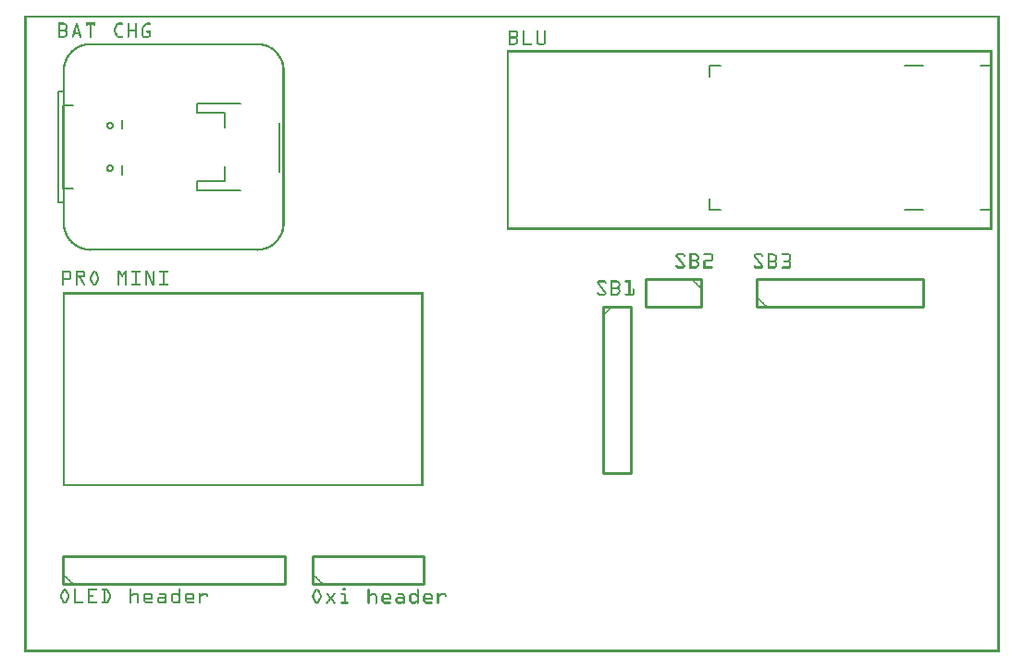
<source format=gto>
G04 MADE WITH FRITZING*
G04 WWW.FRITZING.ORG*
G04 DOUBLE SIDED*
G04 HOLES PLATED*
G04 CONTOUR ON CENTER OF CONTOUR VECTOR*
%ASAXBY*%
%FSLAX23Y23*%
%MOIN*%
%OFA0B0*%
%SFA1.0B1.0*%
%ADD10C,0.010000*%
%ADD11C,0.008000*%
%ADD12C,0.005000*%
%ADD13R,0.001000X0.001000*%
%LNSILK1*%
G90*
G70*
G54D10*
X2084Y1248D02*
X2084Y648D01*
D02*
X2084Y648D02*
X2184Y648D01*
D02*
X2184Y648D02*
X2184Y1248D01*
D02*
X2184Y1248D02*
X2084Y1248D01*
D02*
X1038Y248D02*
X1438Y248D01*
D02*
X1438Y248D02*
X1438Y348D01*
D02*
X1438Y348D02*
X1038Y348D01*
D02*
X1038Y348D02*
X1038Y248D01*
D02*
X138Y248D02*
X938Y248D01*
D02*
X938Y248D02*
X938Y348D01*
D02*
X938Y348D02*
X138Y348D01*
D02*
X138Y348D02*
X138Y248D01*
G54D11*
D02*
X3172Y1597D02*
X3239Y1597D01*
D02*
X3172Y2117D02*
X3239Y2117D01*
D02*
X2468Y1597D02*
X2468Y1637D01*
D02*
X2468Y1597D02*
X2507Y1597D01*
D02*
X2468Y2117D02*
X2468Y2078D01*
D02*
X2468Y2117D02*
X2507Y2117D01*
D02*
X3483Y2117D02*
X3483Y2078D01*
D02*
X3483Y2117D02*
X3444Y2117D01*
D02*
X3483Y1597D02*
X3483Y1637D01*
D02*
X3483Y1597D02*
X3444Y1597D01*
D02*
X917Y1911D02*
X917Y1734D01*
D02*
X779Y1665D02*
X621Y1665D01*
D02*
X621Y1665D02*
X621Y1699D01*
D02*
X621Y1699D02*
X720Y1699D01*
D02*
X720Y1699D02*
X720Y1754D01*
D02*
X720Y1892D02*
X720Y1947D01*
D02*
X720Y1947D02*
X621Y1947D01*
D02*
X621Y1947D02*
X621Y1980D01*
D02*
X621Y1980D02*
X779Y1980D01*
G54D12*
D02*
X352Y1921D02*
X352Y1890D01*
D02*
X352Y1756D02*
X352Y1724D01*
D02*
X175Y1972D02*
X139Y1972D01*
D02*
X139Y1972D02*
X139Y1673D01*
D02*
X139Y1673D02*
X175Y1673D01*
G54D11*
D02*
X120Y1624D02*
X138Y1624D01*
D02*
X120Y2022D02*
X138Y2022D01*
D02*
X120Y1624D02*
X120Y2022D01*
G54D10*
D02*
X2438Y1348D02*
X2238Y1348D01*
D02*
X2238Y1348D02*
X2238Y1248D01*
D02*
X2238Y1248D02*
X2438Y1248D01*
D02*
X2438Y1248D02*
X2438Y1348D01*
D02*
X2638Y1248D02*
X3238Y1248D01*
D02*
X3238Y1248D02*
X3238Y1348D01*
D02*
X3238Y1348D02*
X2638Y1348D01*
D02*
X2638Y1348D02*
X2638Y1248D01*
G54D13*
X0Y2296D02*
X3514Y2296D01*
X0Y2295D02*
X3514Y2295D01*
X0Y2294D02*
X3514Y2294D01*
X0Y2293D02*
X3514Y2293D01*
X0Y2292D02*
X3514Y2292D01*
X0Y2291D02*
X3514Y2291D01*
X0Y2290D02*
X3514Y2290D01*
X0Y2289D02*
X3514Y2289D01*
X0Y2288D02*
X7Y2288D01*
X3507Y2288D02*
X3514Y2288D01*
X0Y2287D02*
X7Y2287D01*
X3507Y2287D02*
X3514Y2287D01*
X0Y2286D02*
X7Y2286D01*
X3507Y2286D02*
X3514Y2286D01*
X0Y2285D02*
X7Y2285D01*
X3507Y2285D02*
X3514Y2285D01*
X0Y2284D02*
X7Y2284D01*
X3507Y2284D02*
X3514Y2284D01*
X0Y2283D02*
X7Y2283D01*
X3507Y2283D02*
X3514Y2283D01*
X0Y2282D02*
X7Y2282D01*
X3507Y2282D02*
X3514Y2282D01*
X0Y2281D02*
X7Y2281D01*
X3507Y2281D02*
X3514Y2281D01*
X0Y2280D02*
X7Y2280D01*
X3507Y2280D02*
X3514Y2280D01*
X0Y2279D02*
X7Y2279D01*
X3507Y2279D02*
X3514Y2279D01*
X0Y2278D02*
X7Y2278D01*
X3507Y2278D02*
X3514Y2278D01*
X0Y2277D02*
X7Y2277D01*
X3507Y2277D02*
X3514Y2277D01*
X0Y2276D02*
X7Y2276D01*
X3507Y2276D02*
X3514Y2276D01*
X0Y2275D02*
X7Y2275D01*
X3507Y2275D02*
X3514Y2275D01*
X0Y2274D02*
X7Y2274D01*
X3507Y2274D02*
X3514Y2274D01*
X0Y2273D02*
X7Y2273D01*
X3507Y2273D02*
X3514Y2273D01*
X0Y2272D02*
X7Y2272D01*
X3507Y2272D02*
X3514Y2272D01*
X0Y2271D02*
X7Y2271D01*
X122Y2271D02*
X142Y2271D01*
X188Y2271D02*
X188Y2271D01*
X222Y2271D02*
X255Y2271D01*
X339Y2271D02*
X352Y2271D01*
X374Y2271D02*
X374Y2271D01*
X402Y2271D02*
X402Y2271D01*
X441Y2271D02*
X452Y2271D01*
X3507Y2271D02*
X3514Y2271D01*
X0Y2270D02*
X7Y2270D01*
X121Y2270D02*
X146Y2270D01*
X186Y2270D02*
X190Y2270D01*
X221Y2270D02*
X255Y2270D01*
X335Y2270D02*
X354Y2270D01*
X372Y2270D02*
X376Y2270D01*
X400Y2270D02*
X404Y2270D01*
X437Y2270D02*
X454Y2270D01*
X3507Y2270D02*
X3514Y2270D01*
X0Y2269D02*
X7Y2269D01*
X121Y2269D02*
X148Y2269D01*
X185Y2269D02*
X191Y2269D01*
X221Y2269D02*
X255Y2269D01*
X333Y2269D02*
X355Y2269D01*
X372Y2269D02*
X377Y2269D01*
X399Y2269D02*
X405Y2269D01*
X436Y2269D02*
X455Y2269D01*
X3507Y2269D02*
X3514Y2269D01*
X0Y2268D02*
X7Y2268D01*
X121Y2268D02*
X149Y2268D01*
X185Y2268D02*
X191Y2268D01*
X221Y2268D02*
X255Y2268D01*
X332Y2268D02*
X355Y2268D01*
X371Y2268D02*
X377Y2268D01*
X399Y2268D02*
X405Y2268D01*
X435Y2268D02*
X455Y2268D01*
X3507Y2268D02*
X3514Y2268D01*
X0Y2267D02*
X7Y2267D01*
X121Y2267D02*
X151Y2267D01*
X185Y2267D02*
X191Y2267D01*
X221Y2267D02*
X255Y2267D01*
X331Y2267D02*
X355Y2267D01*
X371Y2267D02*
X377Y2267D01*
X399Y2267D02*
X405Y2267D01*
X434Y2267D02*
X455Y2267D01*
X3507Y2267D02*
X3514Y2267D01*
X0Y2266D02*
X7Y2266D01*
X121Y2266D02*
X152Y2266D01*
X185Y2266D02*
X192Y2266D01*
X221Y2266D02*
X255Y2266D01*
X330Y2266D02*
X354Y2266D01*
X371Y2266D02*
X377Y2266D01*
X399Y2266D02*
X405Y2266D01*
X433Y2266D02*
X454Y2266D01*
X3507Y2266D02*
X3514Y2266D01*
X0Y2265D02*
X7Y2265D01*
X121Y2265D02*
X152Y2265D01*
X184Y2265D02*
X192Y2265D01*
X221Y2265D02*
X255Y2265D01*
X330Y2265D02*
X354Y2265D01*
X371Y2265D02*
X377Y2265D01*
X399Y2265D02*
X405Y2265D01*
X432Y2265D02*
X454Y2265D01*
X3507Y2265D02*
X3514Y2265D01*
X0Y2264D02*
X7Y2264D01*
X121Y2264D02*
X128Y2264D01*
X142Y2264D02*
X153Y2264D01*
X184Y2264D02*
X192Y2264D01*
X221Y2264D02*
X228Y2264D01*
X235Y2264D02*
X242Y2264D01*
X249Y2264D02*
X255Y2264D01*
X329Y2264D02*
X338Y2264D01*
X371Y2264D02*
X377Y2264D01*
X399Y2264D02*
X405Y2264D01*
X431Y2264D02*
X441Y2264D01*
X3507Y2264D02*
X3514Y2264D01*
X0Y2263D02*
X7Y2263D01*
X121Y2263D02*
X127Y2263D01*
X146Y2263D02*
X154Y2263D01*
X184Y2263D02*
X193Y2263D01*
X221Y2263D02*
X227Y2263D01*
X235Y2263D02*
X241Y2263D01*
X249Y2263D02*
X255Y2263D01*
X329Y2263D02*
X336Y2263D01*
X371Y2263D02*
X377Y2263D01*
X399Y2263D02*
X405Y2263D01*
X431Y2263D02*
X439Y2263D01*
X3507Y2263D02*
X3514Y2263D01*
X0Y2262D02*
X7Y2262D01*
X121Y2262D02*
X127Y2262D01*
X147Y2262D02*
X154Y2262D01*
X183Y2262D02*
X193Y2262D01*
X221Y2262D02*
X227Y2262D01*
X235Y2262D02*
X241Y2262D01*
X249Y2262D02*
X255Y2262D01*
X328Y2262D02*
X335Y2262D01*
X371Y2262D02*
X377Y2262D01*
X399Y2262D02*
X405Y2262D01*
X430Y2262D02*
X438Y2262D01*
X3507Y2262D02*
X3514Y2262D01*
X0Y2261D02*
X7Y2261D01*
X121Y2261D02*
X127Y2261D01*
X148Y2261D02*
X154Y2261D01*
X183Y2261D02*
X193Y2261D01*
X221Y2261D02*
X227Y2261D01*
X235Y2261D02*
X241Y2261D01*
X249Y2261D02*
X255Y2261D01*
X328Y2261D02*
X335Y2261D01*
X371Y2261D02*
X377Y2261D01*
X399Y2261D02*
X405Y2261D01*
X429Y2261D02*
X437Y2261D01*
X3507Y2261D02*
X3514Y2261D01*
X0Y2260D02*
X7Y2260D01*
X121Y2260D02*
X127Y2260D01*
X148Y2260D02*
X155Y2260D01*
X183Y2260D02*
X193Y2260D01*
X222Y2260D02*
X227Y2260D01*
X235Y2260D02*
X241Y2260D01*
X249Y2260D02*
X254Y2260D01*
X327Y2260D02*
X334Y2260D01*
X371Y2260D02*
X377Y2260D01*
X399Y2260D02*
X405Y2260D01*
X428Y2260D02*
X436Y2260D01*
X3507Y2260D02*
X3514Y2260D01*
X0Y2259D02*
X7Y2259D01*
X121Y2259D02*
X127Y2259D01*
X149Y2259D02*
X155Y2259D01*
X182Y2259D02*
X194Y2259D01*
X223Y2259D02*
X226Y2259D01*
X235Y2259D02*
X241Y2259D01*
X250Y2259D02*
X254Y2259D01*
X327Y2259D02*
X334Y2259D01*
X371Y2259D02*
X377Y2259D01*
X399Y2259D02*
X405Y2259D01*
X427Y2259D02*
X435Y2259D01*
X3507Y2259D02*
X3514Y2259D01*
X0Y2258D02*
X7Y2258D01*
X121Y2258D02*
X127Y2258D01*
X149Y2258D02*
X155Y2258D01*
X182Y2258D02*
X194Y2258D01*
X235Y2258D02*
X241Y2258D01*
X326Y2258D02*
X333Y2258D01*
X371Y2258D02*
X377Y2258D01*
X399Y2258D02*
X405Y2258D01*
X427Y2258D02*
X435Y2258D01*
X3507Y2258D02*
X3514Y2258D01*
X0Y2257D02*
X7Y2257D01*
X121Y2257D02*
X127Y2257D01*
X149Y2257D02*
X155Y2257D01*
X182Y2257D02*
X194Y2257D01*
X235Y2257D02*
X241Y2257D01*
X326Y2257D02*
X333Y2257D01*
X371Y2257D02*
X377Y2257D01*
X399Y2257D02*
X405Y2257D01*
X426Y2257D02*
X434Y2257D01*
X3507Y2257D02*
X3514Y2257D01*
X0Y2256D02*
X7Y2256D01*
X121Y2256D02*
X127Y2256D01*
X149Y2256D02*
X155Y2256D01*
X182Y2256D02*
X195Y2256D01*
X235Y2256D02*
X241Y2256D01*
X325Y2256D02*
X332Y2256D01*
X371Y2256D02*
X377Y2256D01*
X399Y2256D02*
X405Y2256D01*
X425Y2256D02*
X433Y2256D01*
X3507Y2256D02*
X3514Y2256D01*
X0Y2255D02*
X7Y2255D01*
X121Y2255D02*
X127Y2255D01*
X149Y2255D02*
X155Y2255D01*
X181Y2255D02*
X195Y2255D01*
X235Y2255D02*
X241Y2255D01*
X325Y2255D02*
X332Y2255D01*
X371Y2255D02*
X377Y2255D01*
X399Y2255D02*
X405Y2255D01*
X424Y2255D02*
X432Y2255D01*
X3507Y2255D02*
X3514Y2255D01*
X0Y2254D02*
X7Y2254D01*
X121Y2254D02*
X127Y2254D01*
X149Y2254D02*
X155Y2254D01*
X181Y2254D02*
X187Y2254D01*
X189Y2254D02*
X195Y2254D01*
X235Y2254D02*
X241Y2254D01*
X324Y2254D02*
X331Y2254D01*
X371Y2254D02*
X377Y2254D01*
X399Y2254D02*
X405Y2254D01*
X424Y2254D02*
X431Y2254D01*
X3507Y2254D02*
X3514Y2254D01*
X0Y2253D02*
X7Y2253D01*
X121Y2253D02*
X127Y2253D01*
X149Y2253D02*
X155Y2253D01*
X181Y2253D02*
X187Y2253D01*
X189Y2253D02*
X196Y2253D01*
X235Y2253D02*
X241Y2253D01*
X324Y2253D02*
X331Y2253D01*
X371Y2253D02*
X377Y2253D01*
X399Y2253D02*
X405Y2253D01*
X423Y2253D02*
X431Y2253D01*
X3507Y2253D02*
X3514Y2253D01*
X0Y2252D02*
X7Y2252D01*
X121Y2252D02*
X127Y2252D01*
X148Y2252D02*
X155Y2252D01*
X180Y2252D02*
X187Y2252D01*
X189Y2252D02*
X196Y2252D01*
X235Y2252D02*
X241Y2252D01*
X323Y2252D02*
X330Y2252D01*
X371Y2252D02*
X377Y2252D01*
X399Y2252D02*
X405Y2252D01*
X423Y2252D02*
X430Y2252D01*
X3507Y2252D02*
X3514Y2252D01*
X0Y2251D02*
X7Y2251D01*
X121Y2251D02*
X127Y2251D01*
X148Y2251D02*
X155Y2251D01*
X180Y2251D02*
X186Y2251D01*
X190Y2251D02*
X196Y2251D01*
X235Y2251D02*
X241Y2251D01*
X323Y2251D02*
X330Y2251D01*
X371Y2251D02*
X377Y2251D01*
X399Y2251D02*
X405Y2251D01*
X422Y2251D02*
X429Y2251D01*
X3507Y2251D02*
X3514Y2251D01*
X0Y2250D02*
X7Y2250D01*
X121Y2250D02*
X127Y2250D01*
X147Y2250D02*
X154Y2250D01*
X180Y2250D02*
X186Y2250D01*
X190Y2250D02*
X196Y2250D01*
X235Y2250D02*
X241Y2250D01*
X323Y2250D02*
X329Y2250D01*
X371Y2250D02*
X377Y2250D01*
X399Y2250D02*
X405Y2250D01*
X422Y2250D02*
X429Y2250D01*
X3507Y2250D02*
X3514Y2250D01*
X0Y2249D02*
X7Y2249D01*
X121Y2249D02*
X127Y2249D01*
X146Y2249D02*
X154Y2249D01*
X180Y2249D02*
X186Y2249D01*
X190Y2249D02*
X197Y2249D01*
X235Y2249D02*
X241Y2249D01*
X322Y2249D02*
X329Y2249D01*
X371Y2249D02*
X377Y2249D01*
X399Y2249D02*
X405Y2249D01*
X422Y2249D02*
X428Y2249D01*
X3507Y2249D02*
X3514Y2249D01*
X0Y2248D02*
X7Y2248D01*
X121Y2248D02*
X127Y2248D01*
X144Y2248D02*
X153Y2248D01*
X179Y2248D02*
X186Y2248D01*
X191Y2248D02*
X197Y2248D01*
X235Y2248D02*
X241Y2248D01*
X322Y2248D02*
X328Y2248D01*
X371Y2248D02*
X377Y2248D01*
X399Y2248D02*
X405Y2248D01*
X421Y2248D02*
X428Y2248D01*
X3507Y2248D02*
X3514Y2248D01*
X0Y2247D02*
X7Y2247D01*
X121Y2247D02*
X153Y2247D01*
X179Y2247D02*
X185Y2247D01*
X191Y2247D02*
X197Y2247D01*
X235Y2247D02*
X241Y2247D01*
X322Y2247D02*
X328Y2247D01*
X371Y2247D02*
X405Y2247D01*
X421Y2247D02*
X427Y2247D01*
X3507Y2247D02*
X3514Y2247D01*
X0Y2246D02*
X7Y2246D01*
X121Y2246D02*
X152Y2246D01*
X179Y2246D02*
X185Y2246D01*
X191Y2246D02*
X198Y2246D01*
X235Y2246D02*
X241Y2246D01*
X322Y2246D02*
X328Y2246D01*
X371Y2246D02*
X405Y2246D01*
X421Y2246D02*
X427Y2246D01*
X3507Y2246D02*
X3514Y2246D01*
X0Y2245D02*
X7Y2245D01*
X121Y2245D02*
X151Y2245D01*
X178Y2245D02*
X185Y2245D01*
X192Y2245D02*
X198Y2245D01*
X235Y2245D02*
X241Y2245D01*
X321Y2245D02*
X327Y2245D01*
X371Y2245D02*
X405Y2245D01*
X421Y2245D02*
X427Y2245D01*
X3507Y2245D02*
X3514Y2245D01*
X0Y2244D02*
X7Y2244D01*
X121Y2244D02*
X150Y2244D01*
X178Y2244D02*
X184Y2244D01*
X192Y2244D02*
X198Y2244D01*
X235Y2244D02*
X241Y2244D01*
X321Y2244D02*
X327Y2244D01*
X371Y2244D02*
X405Y2244D01*
X421Y2244D02*
X427Y2244D01*
X1745Y2244D02*
X1769Y2244D01*
X1797Y2244D02*
X1800Y2244D01*
X1847Y2244D02*
X1850Y2244D01*
X1875Y2244D02*
X1877Y2244D01*
X3507Y2244D02*
X3514Y2244D01*
X0Y2243D02*
X7Y2243D01*
X121Y2243D02*
X151Y2243D01*
X178Y2243D02*
X184Y2243D01*
X192Y2243D02*
X198Y2243D01*
X235Y2243D02*
X241Y2243D01*
X321Y2243D02*
X327Y2243D01*
X371Y2243D02*
X405Y2243D01*
X421Y2243D02*
X427Y2243D01*
X1745Y2243D02*
X1771Y2243D01*
X1796Y2243D02*
X1801Y2243D01*
X1846Y2243D02*
X1851Y2243D01*
X1874Y2243D02*
X1878Y2243D01*
X3507Y2243D02*
X3514Y2243D01*
X0Y2242D02*
X7Y2242D01*
X121Y2242D02*
X152Y2242D01*
X177Y2242D02*
X184Y2242D01*
X192Y2242D02*
X199Y2242D01*
X235Y2242D02*
X241Y2242D01*
X322Y2242D02*
X328Y2242D01*
X371Y2242D02*
X405Y2242D01*
X421Y2242D02*
X427Y2242D01*
X1745Y2242D02*
X1773Y2242D01*
X1796Y2242D02*
X1801Y2242D01*
X1846Y2242D02*
X1851Y2242D01*
X1873Y2242D02*
X1879Y2242D01*
X3507Y2242D02*
X3514Y2242D01*
X0Y2241D02*
X7Y2241D01*
X121Y2241D02*
X153Y2241D01*
X177Y2241D02*
X184Y2241D01*
X193Y2241D02*
X199Y2241D01*
X235Y2241D02*
X241Y2241D01*
X322Y2241D02*
X328Y2241D01*
X371Y2241D02*
X405Y2241D01*
X421Y2241D02*
X427Y2241D01*
X440Y2241D02*
X455Y2241D01*
X1745Y2241D02*
X1774Y2241D01*
X1795Y2241D02*
X1801Y2241D01*
X1845Y2241D02*
X1851Y2241D01*
X1873Y2241D02*
X1879Y2241D01*
X3507Y2241D02*
X3514Y2241D01*
X0Y2240D02*
X7Y2240D01*
X121Y2240D02*
X127Y2240D01*
X145Y2240D02*
X153Y2240D01*
X177Y2240D02*
X183Y2240D01*
X193Y2240D02*
X199Y2240D01*
X235Y2240D02*
X241Y2240D01*
X322Y2240D02*
X328Y2240D01*
X371Y2240D02*
X377Y2240D01*
X399Y2240D02*
X405Y2240D01*
X421Y2240D02*
X427Y2240D01*
X439Y2240D02*
X455Y2240D01*
X1745Y2240D02*
X1775Y2240D01*
X1795Y2240D02*
X1801Y2240D01*
X1845Y2240D02*
X1851Y2240D01*
X1873Y2240D02*
X1879Y2240D01*
X3507Y2240D02*
X3514Y2240D01*
X0Y2239D02*
X7Y2239D01*
X121Y2239D02*
X127Y2239D01*
X146Y2239D02*
X154Y2239D01*
X177Y2239D02*
X183Y2239D01*
X193Y2239D02*
X200Y2239D01*
X235Y2239D02*
X241Y2239D01*
X322Y2239D02*
X329Y2239D01*
X371Y2239D02*
X377Y2239D01*
X399Y2239D02*
X405Y2239D01*
X421Y2239D02*
X427Y2239D01*
X439Y2239D02*
X455Y2239D01*
X1745Y2239D02*
X1776Y2239D01*
X1795Y2239D02*
X1801Y2239D01*
X1845Y2239D02*
X1851Y2239D01*
X1873Y2239D02*
X1879Y2239D01*
X3507Y2239D02*
X3514Y2239D01*
X0Y2238D02*
X7Y2238D01*
X121Y2238D02*
X127Y2238D01*
X147Y2238D02*
X154Y2238D01*
X176Y2238D02*
X183Y2238D01*
X194Y2238D02*
X200Y2238D01*
X235Y2238D02*
X241Y2238D01*
X323Y2238D02*
X329Y2238D01*
X371Y2238D02*
X377Y2238D01*
X399Y2238D02*
X405Y2238D01*
X421Y2238D02*
X427Y2238D01*
X439Y2238D02*
X455Y2238D01*
X1745Y2238D02*
X1777Y2238D01*
X1795Y2238D02*
X1801Y2238D01*
X1845Y2238D02*
X1851Y2238D01*
X1873Y2238D02*
X1879Y2238D01*
X3507Y2238D02*
X3514Y2238D01*
X0Y2237D02*
X7Y2237D01*
X121Y2237D02*
X127Y2237D01*
X148Y2237D02*
X154Y2237D01*
X176Y2237D02*
X182Y2237D01*
X194Y2237D02*
X200Y2237D01*
X235Y2237D02*
X241Y2237D01*
X323Y2237D02*
X330Y2237D01*
X371Y2237D02*
X377Y2237D01*
X399Y2237D02*
X405Y2237D01*
X421Y2237D02*
X427Y2237D01*
X439Y2237D02*
X455Y2237D01*
X1745Y2237D02*
X1751Y2237D01*
X1769Y2237D02*
X1777Y2237D01*
X1795Y2237D02*
X1801Y2237D01*
X1845Y2237D02*
X1851Y2237D01*
X1873Y2237D02*
X1879Y2237D01*
X3507Y2237D02*
X3514Y2237D01*
X0Y2236D02*
X7Y2236D01*
X121Y2236D02*
X127Y2236D01*
X148Y2236D02*
X155Y2236D01*
X176Y2236D02*
X182Y2236D01*
X194Y2236D02*
X200Y2236D01*
X235Y2236D02*
X241Y2236D01*
X323Y2236D02*
X330Y2236D01*
X371Y2236D02*
X377Y2236D01*
X399Y2236D02*
X405Y2236D01*
X421Y2236D02*
X427Y2236D01*
X439Y2236D02*
X455Y2236D01*
X1745Y2236D02*
X1751Y2236D01*
X1770Y2236D02*
X1778Y2236D01*
X1795Y2236D02*
X1801Y2236D01*
X1845Y2236D02*
X1851Y2236D01*
X1873Y2236D02*
X1879Y2236D01*
X3507Y2236D02*
X3514Y2236D01*
X0Y2235D02*
X7Y2235D01*
X121Y2235D02*
X127Y2235D01*
X149Y2235D02*
X155Y2235D01*
X175Y2235D02*
X201Y2235D01*
X235Y2235D02*
X241Y2235D01*
X324Y2235D02*
X331Y2235D01*
X371Y2235D02*
X377Y2235D01*
X399Y2235D02*
X405Y2235D01*
X421Y2235D02*
X427Y2235D01*
X441Y2235D02*
X455Y2235D01*
X1745Y2235D02*
X1751Y2235D01*
X1771Y2235D02*
X1778Y2235D01*
X1795Y2235D02*
X1801Y2235D01*
X1845Y2235D02*
X1851Y2235D01*
X1873Y2235D02*
X1879Y2235D01*
X3507Y2235D02*
X3514Y2235D01*
X0Y2234D02*
X7Y2234D01*
X121Y2234D02*
X127Y2234D01*
X149Y2234D02*
X155Y2234D01*
X175Y2234D02*
X201Y2234D01*
X235Y2234D02*
X241Y2234D01*
X324Y2234D02*
X331Y2234D01*
X371Y2234D02*
X377Y2234D01*
X399Y2234D02*
X405Y2234D01*
X421Y2234D02*
X427Y2234D01*
X449Y2234D02*
X455Y2234D01*
X1745Y2234D02*
X1751Y2234D01*
X1772Y2234D02*
X1779Y2234D01*
X1795Y2234D02*
X1801Y2234D01*
X1845Y2234D02*
X1851Y2234D01*
X1873Y2234D02*
X1879Y2234D01*
X3507Y2234D02*
X3514Y2234D01*
X0Y2233D02*
X7Y2233D01*
X121Y2233D02*
X127Y2233D01*
X149Y2233D02*
X155Y2233D01*
X175Y2233D02*
X201Y2233D01*
X235Y2233D02*
X241Y2233D01*
X325Y2233D02*
X332Y2233D01*
X371Y2233D02*
X377Y2233D01*
X399Y2233D02*
X405Y2233D01*
X421Y2233D02*
X427Y2233D01*
X449Y2233D02*
X455Y2233D01*
X1745Y2233D02*
X1751Y2233D01*
X1773Y2233D02*
X1779Y2233D01*
X1795Y2233D02*
X1801Y2233D01*
X1845Y2233D02*
X1851Y2233D01*
X1873Y2233D02*
X1879Y2233D01*
X3507Y2233D02*
X3514Y2233D01*
X0Y2232D02*
X7Y2232D01*
X121Y2232D02*
X127Y2232D01*
X149Y2232D02*
X155Y2232D01*
X175Y2232D02*
X202Y2232D01*
X235Y2232D02*
X241Y2232D01*
X325Y2232D02*
X332Y2232D01*
X371Y2232D02*
X377Y2232D01*
X399Y2232D02*
X405Y2232D01*
X421Y2232D02*
X427Y2232D01*
X449Y2232D02*
X455Y2232D01*
X1745Y2232D02*
X1751Y2232D01*
X1773Y2232D02*
X1779Y2232D01*
X1795Y2232D02*
X1801Y2232D01*
X1845Y2232D02*
X1851Y2232D01*
X1873Y2232D02*
X1879Y2232D01*
X3507Y2232D02*
X3514Y2232D01*
X0Y2231D02*
X7Y2231D01*
X121Y2231D02*
X127Y2231D01*
X149Y2231D02*
X155Y2231D01*
X174Y2231D02*
X202Y2231D01*
X235Y2231D02*
X241Y2231D01*
X326Y2231D02*
X333Y2231D01*
X371Y2231D02*
X377Y2231D01*
X399Y2231D02*
X405Y2231D01*
X421Y2231D02*
X427Y2231D01*
X449Y2231D02*
X455Y2231D01*
X1745Y2231D02*
X1751Y2231D01*
X1773Y2231D02*
X1779Y2231D01*
X1795Y2231D02*
X1801Y2231D01*
X1845Y2231D02*
X1851Y2231D01*
X1873Y2231D02*
X1879Y2231D01*
X3507Y2231D02*
X3514Y2231D01*
X0Y2230D02*
X7Y2230D01*
X121Y2230D02*
X127Y2230D01*
X149Y2230D02*
X155Y2230D01*
X174Y2230D02*
X202Y2230D01*
X235Y2230D02*
X241Y2230D01*
X326Y2230D02*
X333Y2230D01*
X371Y2230D02*
X377Y2230D01*
X399Y2230D02*
X405Y2230D01*
X421Y2230D02*
X427Y2230D01*
X449Y2230D02*
X455Y2230D01*
X1745Y2230D02*
X1751Y2230D01*
X1773Y2230D02*
X1779Y2230D01*
X1795Y2230D02*
X1801Y2230D01*
X1845Y2230D02*
X1851Y2230D01*
X1873Y2230D02*
X1879Y2230D01*
X3507Y2230D02*
X3514Y2230D01*
X0Y2229D02*
X7Y2229D01*
X121Y2229D02*
X127Y2229D01*
X149Y2229D02*
X155Y2229D01*
X174Y2229D02*
X203Y2229D01*
X235Y2229D02*
X241Y2229D01*
X327Y2229D02*
X334Y2229D01*
X371Y2229D02*
X377Y2229D01*
X399Y2229D02*
X405Y2229D01*
X421Y2229D02*
X427Y2229D01*
X449Y2229D02*
X455Y2229D01*
X1745Y2229D02*
X1751Y2229D01*
X1773Y2229D02*
X1779Y2229D01*
X1795Y2229D02*
X1801Y2229D01*
X1845Y2229D02*
X1851Y2229D01*
X1873Y2229D02*
X1879Y2229D01*
X3507Y2229D02*
X3514Y2229D01*
X0Y2228D02*
X7Y2228D01*
X121Y2228D02*
X127Y2228D01*
X148Y2228D02*
X155Y2228D01*
X173Y2228D02*
X180Y2228D01*
X197Y2228D02*
X203Y2228D01*
X235Y2228D02*
X241Y2228D01*
X327Y2228D02*
X334Y2228D01*
X371Y2228D02*
X377Y2228D01*
X399Y2228D02*
X405Y2228D01*
X421Y2228D02*
X427Y2228D01*
X449Y2228D02*
X455Y2228D01*
X1745Y2228D02*
X1751Y2228D01*
X1773Y2228D02*
X1779Y2228D01*
X1795Y2228D02*
X1801Y2228D01*
X1845Y2228D02*
X1851Y2228D01*
X1873Y2228D02*
X1879Y2228D01*
X3507Y2228D02*
X3514Y2228D01*
X0Y2227D02*
X7Y2227D01*
X121Y2227D02*
X127Y2227D01*
X148Y2227D02*
X154Y2227D01*
X173Y2227D02*
X179Y2227D01*
X197Y2227D02*
X203Y2227D01*
X235Y2227D02*
X241Y2227D01*
X328Y2227D02*
X335Y2227D01*
X371Y2227D02*
X377Y2227D01*
X399Y2227D02*
X405Y2227D01*
X421Y2227D02*
X427Y2227D01*
X449Y2227D02*
X455Y2227D01*
X1745Y2227D02*
X1751Y2227D01*
X1773Y2227D02*
X1779Y2227D01*
X1795Y2227D02*
X1801Y2227D01*
X1845Y2227D02*
X1851Y2227D01*
X1873Y2227D02*
X1879Y2227D01*
X3507Y2227D02*
X3514Y2227D01*
X0Y2226D02*
X7Y2226D01*
X121Y2226D02*
X127Y2226D01*
X147Y2226D02*
X154Y2226D01*
X173Y2226D02*
X179Y2226D01*
X197Y2226D02*
X203Y2226D01*
X235Y2226D02*
X241Y2226D01*
X328Y2226D02*
X335Y2226D01*
X371Y2226D02*
X377Y2226D01*
X399Y2226D02*
X405Y2226D01*
X421Y2226D02*
X428Y2226D01*
X449Y2226D02*
X455Y2226D01*
X1745Y2226D02*
X1751Y2226D01*
X1773Y2226D02*
X1779Y2226D01*
X1795Y2226D02*
X1801Y2226D01*
X1845Y2226D02*
X1851Y2226D01*
X1873Y2226D02*
X1879Y2226D01*
X3507Y2226D02*
X3514Y2226D01*
X0Y2225D02*
X7Y2225D01*
X121Y2225D02*
X127Y2225D01*
X146Y2225D02*
X154Y2225D01*
X172Y2225D02*
X179Y2225D01*
X197Y2225D02*
X204Y2225D01*
X235Y2225D02*
X241Y2225D01*
X329Y2225D02*
X336Y2225D01*
X371Y2225D02*
X377Y2225D01*
X399Y2225D02*
X405Y2225D01*
X422Y2225D02*
X428Y2225D01*
X448Y2225D02*
X455Y2225D01*
X1745Y2225D02*
X1751Y2225D01*
X1772Y2225D02*
X1779Y2225D01*
X1795Y2225D02*
X1801Y2225D01*
X1845Y2225D02*
X1851Y2225D01*
X1873Y2225D02*
X1879Y2225D01*
X3507Y2225D02*
X3514Y2225D01*
X0Y2224D02*
X7Y2224D01*
X121Y2224D02*
X128Y2224D01*
X143Y2224D02*
X153Y2224D01*
X172Y2224D02*
X179Y2224D01*
X198Y2224D02*
X204Y2224D01*
X235Y2224D02*
X241Y2224D01*
X329Y2224D02*
X338Y2224D01*
X371Y2224D02*
X377Y2224D01*
X399Y2224D02*
X405Y2224D01*
X422Y2224D02*
X430Y2224D01*
X446Y2224D02*
X454Y2224D01*
X1745Y2224D02*
X1751Y2224D01*
X1772Y2224D02*
X1778Y2224D01*
X1795Y2224D02*
X1801Y2224D01*
X1845Y2224D02*
X1851Y2224D01*
X1873Y2224D02*
X1879Y2224D01*
X3507Y2224D02*
X3514Y2224D01*
X0Y2223D02*
X7Y2223D01*
X121Y2223D02*
X152Y2223D01*
X172Y2223D02*
X178Y2223D01*
X198Y2223D02*
X204Y2223D01*
X235Y2223D02*
X241Y2223D01*
X330Y2223D02*
X354Y2223D01*
X371Y2223D02*
X377Y2223D01*
X399Y2223D02*
X405Y2223D01*
X422Y2223D02*
X454Y2223D01*
X1745Y2223D02*
X1751Y2223D01*
X1771Y2223D02*
X1778Y2223D01*
X1795Y2223D02*
X1801Y2223D01*
X1845Y2223D02*
X1851Y2223D01*
X1873Y2223D02*
X1879Y2223D01*
X3507Y2223D02*
X3514Y2223D01*
X0Y2222D02*
X7Y2222D01*
X121Y2222D02*
X152Y2222D01*
X172Y2222D02*
X178Y2222D01*
X198Y2222D02*
X205Y2222D01*
X235Y2222D02*
X241Y2222D01*
X331Y2222D02*
X354Y2222D01*
X371Y2222D02*
X377Y2222D01*
X399Y2222D02*
X405Y2222D01*
X423Y2222D02*
X453Y2222D01*
X1745Y2222D02*
X1751Y2222D01*
X1769Y2222D02*
X1778Y2222D01*
X1795Y2222D02*
X1801Y2222D01*
X1845Y2222D02*
X1851Y2222D01*
X1873Y2222D02*
X1879Y2222D01*
X3507Y2222D02*
X3514Y2222D01*
X0Y2221D02*
X7Y2221D01*
X121Y2221D02*
X151Y2221D01*
X171Y2221D02*
X178Y2221D01*
X199Y2221D02*
X205Y2221D01*
X235Y2221D02*
X241Y2221D01*
X331Y2221D02*
X355Y2221D01*
X371Y2221D02*
X377Y2221D01*
X399Y2221D02*
X405Y2221D01*
X424Y2221D02*
X453Y2221D01*
X1745Y2221D02*
X1777Y2221D01*
X1795Y2221D02*
X1801Y2221D01*
X1845Y2221D02*
X1851Y2221D01*
X1873Y2221D02*
X1879Y2221D01*
X3507Y2221D02*
X3514Y2221D01*
X0Y2220D02*
X7Y2220D01*
X121Y2220D02*
X150Y2220D01*
X171Y2220D02*
X177Y2220D01*
X199Y2220D02*
X205Y2220D01*
X235Y2220D02*
X241Y2220D01*
X332Y2220D02*
X355Y2220D01*
X371Y2220D02*
X377Y2220D01*
X399Y2220D02*
X405Y2220D01*
X424Y2220D02*
X452Y2220D01*
X1745Y2220D02*
X1776Y2220D01*
X1795Y2220D02*
X1801Y2220D01*
X1845Y2220D02*
X1851Y2220D01*
X1873Y2220D02*
X1879Y2220D01*
X3507Y2220D02*
X3514Y2220D01*
X0Y2219D02*
X7Y2219D01*
X121Y2219D02*
X148Y2219D01*
X172Y2219D02*
X177Y2219D01*
X199Y2219D02*
X205Y2219D01*
X235Y2219D02*
X241Y2219D01*
X333Y2219D02*
X355Y2219D01*
X372Y2219D02*
X377Y2219D01*
X399Y2219D02*
X405Y2219D01*
X426Y2219D02*
X451Y2219D01*
X1745Y2219D02*
X1776Y2219D01*
X1795Y2219D02*
X1801Y2219D01*
X1845Y2219D02*
X1851Y2219D01*
X1873Y2219D02*
X1879Y2219D01*
X3507Y2219D02*
X3514Y2219D01*
X0Y2218D02*
X7Y2218D01*
X121Y2218D02*
X146Y2218D01*
X172Y2218D02*
X176Y2218D01*
X200Y2218D02*
X204Y2218D01*
X236Y2218D02*
X240Y2218D01*
X335Y2218D02*
X354Y2218D01*
X372Y2218D02*
X376Y2218D01*
X400Y2218D02*
X404Y2218D01*
X427Y2218D02*
X449Y2218D01*
X1745Y2218D02*
X1775Y2218D01*
X1795Y2218D02*
X1801Y2218D01*
X1845Y2218D02*
X1851Y2218D01*
X1873Y2218D02*
X1879Y2218D01*
X3507Y2218D02*
X3514Y2218D01*
X0Y2217D02*
X7Y2217D01*
X122Y2217D02*
X142Y2217D01*
X174Y2217D02*
X174Y2217D01*
X202Y2217D02*
X202Y2217D01*
X238Y2217D02*
X238Y2217D01*
X338Y2217D02*
X352Y2217D01*
X374Y2217D02*
X374Y2217D01*
X402Y2217D02*
X402Y2217D01*
X431Y2217D02*
X445Y2217D01*
X1745Y2217D02*
X1775Y2217D01*
X1795Y2217D02*
X1801Y2217D01*
X1845Y2217D02*
X1851Y2217D01*
X1873Y2217D02*
X1879Y2217D01*
X3507Y2217D02*
X3514Y2217D01*
X0Y2216D02*
X7Y2216D01*
X1745Y2216D02*
X1776Y2216D01*
X1795Y2216D02*
X1801Y2216D01*
X1845Y2216D02*
X1851Y2216D01*
X1873Y2216D02*
X1879Y2216D01*
X3507Y2216D02*
X3514Y2216D01*
X0Y2215D02*
X7Y2215D01*
X1745Y2215D02*
X1776Y2215D01*
X1795Y2215D02*
X1801Y2215D01*
X1845Y2215D02*
X1851Y2215D01*
X1873Y2215D02*
X1879Y2215D01*
X3507Y2215D02*
X3514Y2215D01*
X0Y2214D02*
X7Y2214D01*
X1745Y2214D02*
X1752Y2214D01*
X1767Y2214D02*
X1777Y2214D01*
X1795Y2214D02*
X1801Y2214D01*
X1845Y2214D02*
X1851Y2214D01*
X1873Y2214D02*
X1879Y2214D01*
X3507Y2214D02*
X3514Y2214D01*
X0Y2213D02*
X7Y2213D01*
X1745Y2213D02*
X1751Y2213D01*
X1770Y2213D02*
X1778Y2213D01*
X1795Y2213D02*
X1801Y2213D01*
X1845Y2213D02*
X1851Y2213D01*
X1873Y2213D02*
X1879Y2213D01*
X3507Y2213D02*
X3514Y2213D01*
X0Y2212D02*
X7Y2212D01*
X1745Y2212D02*
X1751Y2212D01*
X1771Y2212D02*
X1778Y2212D01*
X1795Y2212D02*
X1801Y2212D01*
X1845Y2212D02*
X1851Y2212D01*
X1873Y2212D02*
X1879Y2212D01*
X3507Y2212D02*
X3514Y2212D01*
X0Y2211D02*
X7Y2211D01*
X1745Y2211D02*
X1751Y2211D01*
X1772Y2211D02*
X1778Y2211D01*
X1795Y2211D02*
X1801Y2211D01*
X1845Y2211D02*
X1851Y2211D01*
X1873Y2211D02*
X1879Y2211D01*
X3507Y2211D02*
X3514Y2211D01*
X0Y2210D02*
X7Y2210D01*
X1745Y2210D02*
X1751Y2210D01*
X1772Y2210D02*
X1779Y2210D01*
X1795Y2210D02*
X1801Y2210D01*
X1845Y2210D02*
X1851Y2210D01*
X1873Y2210D02*
X1879Y2210D01*
X3507Y2210D02*
X3514Y2210D01*
X0Y2209D02*
X7Y2209D01*
X1745Y2209D02*
X1751Y2209D01*
X1773Y2209D02*
X1779Y2209D01*
X1795Y2209D02*
X1801Y2209D01*
X1845Y2209D02*
X1851Y2209D01*
X1873Y2209D02*
X1879Y2209D01*
X3507Y2209D02*
X3514Y2209D01*
X0Y2208D02*
X7Y2208D01*
X1745Y2208D02*
X1751Y2208D01*
X1773Y2208D02*
X1779Y2208D01*
X1795Y2208D02*
X1801Y2208D01*
X1845Y2208D02*
X1851Y2208D01*
X1873Y2208D02*
X1879Y2208D01*
X3507Y2208D02*
X3514Y2208D01*
X0Y2207D02*
X7Y2207D01*
X1745Y2207D02*
X1751Y2207D01*
X1773Y2207D02*
X1779Y2207D01*
X1795Y2207D02*
X1801Y2207D01*
X1845Y2207D02*
X1851Y2207D01*
X1873Y2207D02*
X1879Y2207D01*
X3507Y2207D02*
X3514Y2207D01*
X0Y2206D02*
X7Y2206D01*
X1745Y2206D02*
X1751Y2206D01*
X1773Y2206D02*
X1779Y2206D01*
X1795Y2206D02*
X1801Y2206D01*
X1845Y2206D02*
X1851Y2206D01*
X1873Y2206D02*
X1879Y2206D01*
X3507Y2206D02*
X3514Y2206D01*
X0Y2205D02*
X7Y2205D01*
X1745Y2205D02*
X1751Y2205D01*
X1773Y2205D02*
X1779Y2205D01*
X1795Y2205D02*
X1801Y2205D01*
X1845Y2205D02*
X1851Y2205D01*
X1873Y2205D02*
X1879Y2205D01*
X3507Y2205D02*
X3514Y2205D01*
X0Y2204D02*
X7Y2204D01*
X1745Y2204D02*
X1751Y2204D01*
X1773Y2204D02*
X1779Y2204D01*
X1795Y2204D02*
X1801Y2204D01*
X1845Y2204D02*
X1851Y2204D01*
X1873Y2204D02*
X1879Y2204D01*
X3507Y2204D02*
X3514Y2204D01*
X0Y2203D02*
X7Y2203D01*
X1745Y2203D02*
X1751Y2203D01*
X1773Y2203D02*
X1779Y2203D01*
X1795Y2203D02*
X1801Y2203D01*
X1845Y2203D02*
X1851Y2203D01*
X1873Y2203D02*
X1879Y2203D01*
X3507Y2203D02*
X3514Y2203D01*
X0Y2202D02*
X7Y2202D01*
X1745Y2202D02*
X1751Y2202D01*
X1773Y2202D02*
X1779Y2202D01*
X1795Y2202D02*
X1801Y2202D01*
X1845Y2202D02*
X1851Y2202D01*
X1873Y2202D02*
X1879Y2202D01*
X3507Y2202D02*
X3514Y2202D01*
X0Y2201D02*
X7Y2201D01*
X1745Y2201D02*
X1751Y2201D01*
X1772Y2201D02*
X1779Y2201D01*
X1795Y2201D02*
X1801Y2201D01*
X1845Y2201D02*
X1851Y2201D01*
X1873Y2201D02*
X1879Y2201D01*
X3507Y2201D02*
X3514Y2201D01*
X0Y2200D02*
X7Y2200D01*
X1745Y2200D02*
X1751Y2200D01*
X1771Y2200D02*
X1778Y2200D01*
X1795Y2200D02*
X1801Y2200D01*
X1846Y2200D02*
X1852Y2200D01*
X1873Y2200D02*
X1879Y2200D01*
X3507Y2200D02*
X3514Y2200D01*
X0Y2199D02*
X7Y2199D01*
X1745Y2199D02*
X1751Y2199D01*
X1770Y2199D02*
X1778Y2199D01*
X1795Y2199D02*
X1801Y2199D01*
X1846Y2199D02*
X1852Y2199D01*
X1872Y2199D02*
X1879Y2199D01*
X3507Y2199D02*
X3514Y2199D01*
X0Y2198D02*
X7Y2198D01*
X1745Y2198D02*
X1751Y2198D01*
X1769Y2198D02*
X1777Y2198D01*
X1795Y2198D02*
X1801Y2198D01*
X1846Y2198D02*
X1853Y2198D01*
X1871Y2198D02*
X1879Y2198D01*
X3507Y2198D02*
X3514Y2198D01*
X0Y2197D02*
X7Y2197D01*
X225Y2197D02*
X851Y2197D01*
X1745Y2197D02*
X1777Y2197D01*
X1795Y2197D02*
X1827Y2197D01*
X1846Y2197D02*
X1878Y2197D01*
X3507Y2197D02*
X3514Y2197D01*
X0Y2196D02*
X7Y2196D01*
X219Y2196D02*
X857Y2196D01*
X1745Y2196D02*
X1776Y2196D01*
X1795Y2196D02*
X1828Y2196D01*
X1847Y2196D02*
X1878Y2196D01*
X3507Y2196D02*
X3514Y2196D01*
X0Y2195D02*
X7Y2195D01*
X214Y2195D02*
X861Y2195D01*
X1745Y2195D02*
X1775Y2195D01*
X1795Y2195D02*
X1829Y2195D01*
X1847Y2195D02*
X1877Y2195D01*
X3507Y2195D02*
X3514Y2195D01*
X0Y2194D02*
X7Y2194D01*
X211Y2194D02*
X865Y2194D01*
X1745Y2194D02*
X1774Y2194D01*
X1795Y2194D02*
X1829Y2194D01*
X1848Y2194D02*
X1876Y2194D01*
X3507Y2194D02*
X3514Y2194D01*
X0Y2193D02*
X7Y2193D01*
X207Y2193D02*
X868Y2193D01*
X1745Y2193D02*
X1773Y2193D01*
X1795Y2193D02*
X1829Y2193D01*
X1849Y2193D02*
X1875Y2193D01*
X3507Y2193D02*
X3514Y2193D01*
X0Y2192D02*
X7Y2192D01*
X204Y2192D02*
X871Y2192D01*
X1745Y2192D02*
X1771Y2192D01*
X1795Y2192D02*
X1828Y2192D01*
X1851Y2192D02*
X1874Y2192D01*
X3507Y2192D02*
X3514Y2192D01*
X0Y2191D02*
X7Y2191D01*
X202Y2191D02*
X874Y2191D01*
X1745Y2191D02*
X1769Y2191D01*
X1795Y2191D02*
X1827Y2191D01*
X1853Y2191D02*
X1872Y2191D01*
X3507Y2191D02*
X3514Y2191D01*
X0Y2190D02*
X7Y2190D01*
X199Y2190D02*
X876Y2190D01*
X3507Y2190D02*
X3514Y2190D01*
X0Y2189D02*
X7Y2189D01*
X197Y2189D02*
X224Y2189D01*
X852Y2189D02*
X879Y2189D01*
X3507Y2189D02*
X3514Y2189D01*
X0Y2188D02*
X7Y2188D01*
X195Y2188D02*
X218Y2188D01*
X857Y2188D02*
X881Y2188D01*
X3507Y2188D02*
X3514Y2188D01*
X0Y2187D02*
X7Y2187D01*
X193Y2187D02*
X214Y2187D01*
X862Y2187D02*
X883Y2187D01*
X3507Y2187D02*
X3514Y2187D01*
X0Y2186D02*
X7Y2186D01*
X191Y2186D02*
X210Y2186D01*
X865Y2186D02*
X885Y2186D01*
X3507Y2186D02*
X3514Y2186D01*
X0Y2185D02*
X7Y2185D01*
X189Y2185D02*
X207Y2185D01*
X868Y2185D02*
X886Y2185D01*
X3507Y2185D02*
X3514Y2185D01*
X0Y2184D02*
X7Y2184D01*
X187Y2184D02*
X204Y2184D01*
X871Y2184D02*
X888Y2184D01*
X3507Y2184D02*
X3514Y2184D01*
X0Y2183D02*
X7Y2183D01*
X186Y2183D02*
X202Y2183D01*
X874Y2183D02*
X890Y2183D01*
X3507Y2183D02*
X3514Y2183D01*
X0Y2182D02*
X7Y2182D01*
X184Y2182D02*
X200Y2182D01*
X876Y2182D02*
X891Y2182D01*
X3507Y2182D02*
X3514Y2182D01*
X0Y2181D02*
X7Y2181D01*
X183Y2181D02*
X198Y2181D01*
X878Y2181D02*
X893Y2181D01*
X3507Y2181D02*
X3514Y2181D01*
X0Y2180D02*
X7Y2180D01*
X181Y2180D02*
X195Y2180D01*
X880Y2180D02*
X894Y2180D01*
X3507Y2180D02*
X3514Y2180D01*
X0Y2179D02*
X7Y2179D01*
X180Y2179D02*
X194Y2179D01*
X882Y2179D02*
X896Y2179D01*
X3507Y2179D02*
X3514Y2179D01*
X0Y2178D02*
X7Y2178D01*
X178Y2178D02*
X192Y2178D01*
X884Y2178D02*
X897Y2178D01*
X3507Y2178D02*
X3514Y2178D01*
X0Y2177D02*
X7Y2177D01*
X177Y2177D02*
X190Y2177D01*
X885Y2177D02*
X898Y2177D01*
X3507Y2177D02*
X3514Y2177D01*
X0Y2176D02*
X7Y2176D01*
X176Y2176D02*
X188Y2176D01*
X887Y2176D02*
X900Y2176D01*
X3507Y2176D02*
X3514Y2176D01*
X0Y2175D02*
X7Y2175D01*
X174Y2175D02*
X187Y2175D01*
X889Y2175D02*
X901Y2175D01*
X3507Y2175D02*
X3514Y2175D01*
X0Y2174D02*
X7Y2174D01*
X173Y2174D02*
X185Y2174D01*
X890Y2174D02*
X902Y2174D01*
X3507Y2174D02*
X3514Y2174D01*
X0Y2173D02*
X7Y2173D01*
X172Y2173D02*
X184Y2173D01*
X891Y2173D02*
X903Y2173D01*
X3507Y2173D02*
X3514Y2173D01*
X0Y2172D02*
X7Y2172D01*
X171Y2172D02*
X183Y2172D01*
X893Y2172D02*
X905Y2172D01*
X1738Y2172D02*
X3487Y2172D01*
X3507Y2172D02*
X3514Y2172D01*
X0Y2171D02*
X7Y2171D01*
X170Y2171D02*
X181Y2171D01*
X894Y2171D02*
X906Y2171D01*
X1738Y2171D02*
X3487Y2171D01*
X3507Y2171D02*
X3514Y2171D01*
X0Y2170D02*
X7Y2170D01*
X169Y2170D02*
X180Y2170D01*
X896Y2170D02*
X907Y2170D01*
X1738Y2170D02*
X3487Y2170D01*
X3507Y2170D02*
X3514Y2170D01*
X0Y2169D02*
X7Y2169D01*
X168Y2169D02*
X179Y2169D01*
X897Y2169D02*
X908Y2169D01*
X1738Y2169D02*
X3487Y2169D01*
X3507Y2169D02*
X3514Y2169D01*
X0Y2168D02*
X7Y2168D01*
X167Y2168D02*
X178Y2168D01*
X898Y2168D02*
X909Y2168D01*
X1738Y2168D02*
X3487Y2168D01*
X3507Y2168D02*
X3514Y2168D01*
X0Y2167D02*
X7Y2167D01*
X166Y2167D02*
X176Y2167D01*
X899Y2167D02*
X910Y2167D01*
X1738Y2167D02*
X3487Y2167D01*
X3507Y2167D02*
X3514Y2167D01*
X0Y2166D02*
X7Y2166D01*
X165Y2166D02*
X175Y2166D01*
X900Y2166D02*
X911Y2166D01*
X1738Y2166D02*
X3487Y2166D01*
X3507Y2166D02*
X3514Y2166D01*
X0Y2165D02*
X7Y2165D01*
X164Y2165D02*
X174Y2165D01*
X901Y2165D02*
X912Y2165D01*
X1738Y2165D02*
X3487Y2165D01*
X3507Y2165D02*
X3514Y2165D01*
X0Y2164D02*
X7Y2164D01*
X163Y2164D02*
X173Y2164D01*
X902Y2164D02*
X912Y2164D01*
X1738Y2164D02*
X1745Y2164D01*
X3480Y2164D02*
X3487Y2164D01*
X3507Y2164D02*
X3514Y2164D01*
X0Y2163D02*
X7Y2163D01*
X162Y2163D02*
X172Y2163D01*
X903Y2163D02*
X913Y2163D01*
X1738Y2163D02*
X1745Y2163D01*
X3480Y2163D02*
X3487Y2163D01*
X3507Y2163D02*
X3514Y2163D01*
X0Y2162D02*
X7Y2162D01*
X161Y2162D02*
X171Y2162D01*
X904Y2162D02*
X914Y2162D01*
X1738Y2162D02*
X1745Y2162D01*
X3480Y2162D02*
X3487Y2162D01*
X3507Y2162D02*
X3514Y2162D01*
X0Y2161D02*
X7Y2161D01*
X161Y2161D02*
X170Y2161D01*
X905Y2161D02*
X915Y2161D01*
X1738Y2161D02*
X1745Y2161D01*
X3480Y2161D02*
X3487Y2161D01*
X3507Y2161D02*
X3514Y2161D01*
X0Y2160D02*
X7Y2160D01*
X160Y2160D02*
X169Y2160D01*
X906Y2160D02*
X916Y2160D01*
X1738Y2160D02*
X1745Y2160D01*
X3480Y2160D02*
X3487Y2160D01*
X3507Y2160D02*
X3514Y2160D01*
X0Y2159D02*
X7Y2159D01*
X159Y2159D02*
X168Y2159D01*
X907Y2159D02*
X916Y2159D01*
X1738Y2159D02*
X1745Y2159D01*
X3480Y2159D02*
X3487Y2159D01*
X3507Y2159D02*
X3514Y2159D01*
X0Y2158D02*
X7Y2158D01*
X158Y2158D02*
X168Y2158D01*
X908Y2158D02*
X917Y2158D01*
X1738Y2158D02*
X1745Y2158D01*
X3480Y2158D02*
X3487Y2158D01*
X3507Y2158D02*
X3514Y2158D01*
X0Y2157D02*
X7Y2157D01*
X158Y2157D02*
X167Y2157D01*
X909Y2157D02*
X918Y2157D01*
X1738Y2157D02*
X1745Y2157D01*
X3480Y2157D02*
X3487Y2157D01*
X3507Y2157D02*
X3514Y2157D01*
X0Y2156D02*
X7Y2156D01*
X157Y2156D02*
X166Y2156D01*
X910Y2156D02*
X919Y2156D01*
X1738Y2156D02*
X1745Y2156D01*
X3480Y2156D02*
X3487Y2156D01*
X3507Y2156D02*
X3514Y2156D01*
X0Y2155D02*
X7Y2155D01*
X156Y2155D02*
X165Y2155D01*
X910Y2155D02*
X919Y2155D01*
X1738Y2155D02*
X1745Y2155D01*
X3480Y2155D02*
X3487Y2155D01*
X3507Y2155D02*
X3514Y2155D01*
X0Y2154D02*
X7Y2154D01*
X155Y2154D02*
X164Y2154D01*
X911Y2154D02*
X920Y2154D01*
X1738Y2154D02*
X1745Y2154D01*
X3480Y2154D02*
X3487Y2154D01*
X3507Y2154D02*
X3514Y2154D01*
X0Y2153D02*
X7Y2153D01*
X155Y2153D02*
X164Y2153D01*
X912Y2153D02*
X921Y2153D01*
X1738Y2153D02*
X1745Y2153D01*
X3480Y2153D02*
X3487Y2153D01*
X3507Y2153D02*
X3514Y2153D01*
X0Y2152D02*
X7Y2152D01*
X154Y2152D02*
X163Y2152D01*
X913Y2152D02*
X921Y2152D01*
X1738Y2152D02*
X1745Y2152D01*
X3480Y2152D02*
X3487Y2152D01*
X3507Y2152D02*
X3514Y2152D01*
X0Y2151D02*
X7Y2151D01*
X153Y2151D02*
X162Y2151D01*
X913Y2151D02*
X922Y2151D01*
X1738Y2151D02*
X1745Y2151D01*
X3480Y2151D02*
X3487Y2151D01*
X3507Y2151D02*
X3514Y2151D01*
X0Y2150D02*
X7Y2150D01*
X153Y2150D02*
X161Y2150D01*
X914Y2150D02*
X923Y2150D01*
X1738Y2150D02*
X1745Y2150D01*
X3480Y2150D02*
X3487Y2150D01*
X3507Y2150D02*
X3514Y2150D01*
X0Y2149D02*
X7Y2149D01*
X152Y2149D02*
X161Y2149D01*
X915Y2149D02*
X923Y2149D01*
X1738Y2149D02*
X1745Y2149D01*
X3480Y2149D02*
X3487Y2149D01*
X3507Y2149D02*
X3514Y2149D01*
X0Y2148D02*
X7Y2148D01*
X152Y2148D02*
X160Y2148D01*
X916Y2148D02*
X924Y2148D01*
X1738Y2148D02*
X1745Y2148D01*
X3480Y2148D02*
X3487Y2148D01*
X3507Y2148D02*
X3514Y2148D01*
X0Y2147D02*
X7Y2147D01*
X151Y2147D02*
X159Y2147D01*
X916Y2147D02*
X924Y2147D01*
X1738Y2147D02*
X1745Y2147D01*
X3480Y2147D02*
X3487Y2147D01*
X3507Y2147D02*
X3514Y2147D01*
X0Y2146D02*
X7Y2146D01*
X151Y2146D02*
X159Y2146D01*
X917Y2146D02*
X925Y2146D01*
X1738Y2146D02*
X1745Y2146D01*
X3480Y2146D02*
X3487Y2146D01*
X3507Y2146D02*
X3514Y2146D01*
X0Y2145D02*
X7Y2145D01*
X150Y2145D02*
X158Y2145D01*
X917Y2145D02*
X925Y2145D01*
X1738Y2145D02*
X1745Y2145D01*
X3480Y2145D02*
X3487Y2145D01*
X3507Y2145D02*
X3514Y2145D01*
X0Y2144D02*
X7Y2144D01*
X149Y2144D02*
X158Y2144D01*
X918Y2144D02*
X926Y2144D01*
X1738Y2144D02*
X1745Y2144D01*
X3480Y2144D02*
X3487Y2144D01*
X3507Y2144D02*
X3514Y2144D01*
X0Y2143D02*
X7Y2143D01*
X149Y2143D02*
X157Y2143D01*
X919Y2143D02*
X927Y2143D01*
X1738Y2143D02*
X1745Y2143D01*
X3480Y2143D02*
X3487Y2143D01*
X3507Y2143D02*
X3514Y2143D01*
X0Y2142D02*
X7Y2142D01*
X148Y2142D02*
X156Y2142D01*
X919Y2142D02*
X927Y2142D01*
X1738Y2142D02*
X1745Y2142D01*
X3480Y2142D02*
X3487Y2142D01*
X3507Y2142D02*
X3514Y2142D01*
X0Y2141D02*
X7Y2141D01*
X148Y2141D02*
X156Y2141D01*
X920Y2141D02*
X927Y2141D01*
X1738Y2141D02*
X1745Y2141D01*
X3480Y2141D02*
X3487Y2141D01*
X3507Y2141D02*
X3514Y2141D01*
X0Y2140D02*
X7Y2140D01*
X147Y2140D02*
X155Y2140D01*
X920Y2140D02*
X928Y2140D01*
X1738Y2140D02*
X1745Y2140D01*
X3480Y2140D02*
X3487Y2140D01*
X3507Y2140D02*
X3514Y2140D01*
X0Y2139D02*
X7Y2139D01*
X147Y2139D02*
X155Y2139D01*
X921Y2139D02*
X928Y2139D01*
X1738Y2139D02*
X1745Y2139D01*
X3480Y2139D02*
X3487Y2139D01*
X3507Y2139D02*
X3514Y2139D01*
X0Y2138D02*
X7Y2138D01*
X147Y2138D02*
X154Y2138D01*
X921Y2138D02*
X929Y2138D01*
X1738Y2138D02*
X1745Y2138D01*
X3480Y2138D02*
X3487Y2138D01*
X3507Y2138D02*
X3514Y2138D01*
X0Y2137D02*
X7Y2137D01*
X146Y2137D02*
X154Y2137D01*
X922Y2137D02*
X929Y2137D01*
X1738Y2137D02*
X1745Y2137D01*
X3480Y2137D02*
X3487Y2137D01*
X3507Y2137D02*
X3514Y2137D01*
X0Y2136D02*
X7Y2136D01*
X146Y2136D02*
X153Y2136D01*
X922Y2136D02*
X930Y2136D01*
X1738Y2136D02*
X1745Y2136D01*
X3480Y2136D02*
X3487Y2136D01*
X3507Y2136D02*
X3514Y2136D01*
X0Y2135D02*
X7Y2135D01*
X145Y2135D02*
X153Y2135D01*
X923Y2135D02*
X930Y2135D01*
X1738Y2135D02*
X1745Y2135D01*
X3480Y2135D02*
X3487Y2135D01*
X3507Y2135D02*
X3514Y2135D01*
X0Y2134D02*
X7Y2134D01*
X145Y2134D02*
X152Y2134D01*
X923Y2134D02*
X930Y2134D01*
X1738Y2134D02*
X1745Y2134D01*
X3480Y2134D02*
X3487Y2134D01*
X3507Y2134D02*
X3514Y2134D01*
X0Y2133D02*
X7Y2133D01*
X145Y2133D02*
X152Y2133D01*
X923Y2133D02*
X931Y2133D01*
X1738Y2133D02*
X1745Y2133D01*
X3480Y2133D02*
X3487Y2133D01*
X3507Y2133D02*
X3514Y2133D01*
X0Y2132D02*
X7Y2132D01*
X144Y2132D02*
X152Y2132D01*
X924Y2132D02*
X931Y2132D01*
X1738Y2132D02*
X1745Y2132D01*
X3480Y2132D02*
X3487Y2132D01*
X3507Y2132D02*
X3514Y2132D01*
X0Y2131D02*
X7Y2131D01*
X144Y2131D02*
X151Y2131D01*
X924Y2131D02*
X932Y2131D01*
X1738Y2131D02*
X1745Y2131D01*
X3480Y2131D02*
X3487Y2131D01*
X3507Y2131D02*
X3514Y2131D01*
X0Y2130D02*
X7Y2130D01*
X143Y2130D02*
X151Y2130D01*
X925Y2130D02*
X932Y2130D01*
X1738Y2130D02*
X1745Y2130D01*
X3480Y2130D02*
X3487Y2130D01*
X3507Y2130D02*
X3514Y2130D01*
X0Y2129D02*
X7Y2129D01*
X143Y2129D02*
X150Y2129D01*
X925Y2129D02*
X932Y2129D01*
X1738Y2129D02*
X1745Y2129D01*
X3480Y2129D02*
X3487Y2129D01*
X3507Y2129D02*
X3514Y2129D01*
X0Y2128D02*
X7Y2128D01*
X143Y2128D02*
X150Y2128D01*
X925Y2128D02*
X933Y2128D01*
X1738Y2128D02*
X1745Y2128D01*
X3480Y2128D02*
X3487Y2128D01*
X3507Y2128D02*
X3514Y2128D01*
X0Y2127D02*
X7Y2127D01*
X143Y2127D02*
X150Y2127D01*
X926Y2127D02*
X933Y2127D01*
X1738Y2127D02*
X1745Y2127D01*
X3480Y2127D02*
X3487Y2127D01*
X3507Y2127D02*
X3514Y2127D01*
X0Y2126D02*
X7Y2126D01*
X142Y2126D02*
X149Y2126D01*
X926Y2126D02*
X933Y2126D01*
X1738Y2126D02*
X1745Y2126D01*
X3480Y2126D02*
X3487Y2126D01*
X3507Y2126D02*
X3514Y2126D01*
X0Y2125D02*
X7Y2125D01*
X142Y2125D02*
X149Y2125D01*
X926Y2125D02*
X934Y2125D01*
X1738Y2125D02*
X1745Y2125D01*
X3480Y2125D02*
X3487Y2125D01*
X3507Y2125D02*
X3514Y2125D01*
X0Y2124D02*
X7Y2124D01*
X142Y2124D02*
X149Y2124D01*
X927Y2124D02*
X934Y2124D01*
X1738Y2124D02*
X1745Y2124D01*
X3480Y2124D02*
X3487Y2124D01*
X3507Y2124D02*
X3514Y2124D01*
X0Y2123D02*
X7Y2123D01*
X141Y2123D02*
X149Y2123D01*
X927Y2123D02*
X934Y2123D01*
X1738Y2123D02*
X1745Y2123D01*
X3480Y2123D02*
X3487Y2123D01*
X3507Y2123D02*
X3514Y2123D01*
X0Y2122D02*
X7Y2122D01*
X141Y2122D02*
X148Y2122D01*
X927Y2122D02*
X934Y2122D01*
X1738Y2122D02*
X1745Y2122D01*
X3480Y2122D02*
X3487Y2122D01*
X3507Y2122D02*
X3514Y2122D01*
X0Y2121D02*
X7Y2121D01*
X141Y2121D02*
X148Y2121D01*
X927Y2121D02*
X935Y2121D01*
X1738Y2121D02*
X1745Y2121D01*
X3480Y2121D02*
X3487Y2121D01*
X3507Y2121D02*
X3514Y2121D01*
X0Y2120D02*
X7Y2120D01*
X141Y2120D02*
X148Y2120D01*
X928Y2120D02*
X935Y2120D01*
X1738Y2120D02*
X1745Y2120D01*
X3480Y2120D02*
X3487Y2120D01*
X3507Y2120D02*
X3514Y2120D01*
X0Y2119D02*
X7Y2119D01*
X140Y2119D02*
X148Y2119D01*
X928Y2119D02*
X935Y2119D01*
X1738Y2119D02*
X1745Y2119D01*
X3480Y2119D02*
X3487Y2119D01*
X3507Y2119D02*
X3514Y2119D01*
X0Y2118D02*
X7Y2118D01*
X140Y2118D02*
X147Y2118D01*
X928Y2118D02*
X935Y2118D01*
X1738Y2118D02*
X1745Y2118D01*
X3480Y2118D02*
X3487Y2118D01*
X3507Y2118D02*
X3514Y2118D01*
X0Y2117D02*
X7Y2117D01*
X140Y2117D02*
X147Y2117D01*
X928Y2117D02*
X935Y2117D01*
X1738Y2117D02*
X1745Y2117D01*
X3480Y2117D02*
X3487Y2117D01*
X3507Y2117D02*
X3514Y2117D01*
X0Y2116D02*
X7Y2116D01*
X140Y2116D02*
X147Y2116D01*
X929Y2116D02*
X936Y2116D01*
X1738Y2116D02*
X1745Y2116D01*
X3480Y2116D02*
X3487Y2116D01*
X3507Y2116D02*
X3514Y2116D01*
X0Y2115D02*
X7Y2115D01*
X140Y2115D02*
X147Y2115D01*
X929Y2115D02*
X936Y2115D01*
X1738Y2115D02*
X1745Y2115D01*
X3480Y2115D02*
X3487Y2115D01*
X3507Y2115D02*
X3514Y2115D01*
X0Y2114D02*
X7Y2114D01*
X139Y2114D02*
X147Y2114D01*
X929Y2114D02*
X936Y2114D01*
X1738Y2114D02*
X1745Y2114D01*
X3480Y2114D02*
X3487Y2114D01*
X3507Y2114D02*
X3514Y2114D01*
X0Y2113D02*
X7Y2113D01*
X139Y2113D02*
X146Y2113D01*
X929Y2113D02*
X936Y2113D01*
X1738Y2113D02*
X1745Y2113D01*
X3480Y2113D02*
X3487Y2113D01*
X3507Y2113D02*
X3514Y2113D01*
X0Y2112D02*
X7Y2112D01*
X139Y2112D02*
X146Y2112D01*
X929Y2112D02*
X936Y2112D01*
X1738Y2112D02*
X1745Y2112D01*
X3480Y2112D02*
X3487Y2112D01*
X3507Y2112D02*
X3514Y2112D01*
X0Y2111D02*
X7Y2111D01*
X139Y2111D02*
X146Y2111D01*
X929Y2111D02*
X936Y2111D01*
X1738Y2111D02*
X1745Y2111D01*
X3480Y2111D02*
X3487Y2111D01*
X3507Y2111D02*
X3514Y2111D01*
X0Y2110D02*
X7Y2110D01*
X139Y2110D02*
X146Y2110D01*
X930Y2110D02*
X937Y2110D01*
X1738Y2110D02*
X1745Y2110D01*
X3480Y2110D02*
X3487Y2110D01*
X3507Y2110D02*
X3514Y2110D01*
X0Y2109D02*
X7Y2109D01*
X139Y2109D02*
X146Y2109D01*
X930Y2109D02*
X937Y2109D01*
X1738Y2109D02*
X1745Y2109D01*
X3480Y2109D02*
X3487Y2109D01*
X3507Y2109D02*
X3514Y2109D01*
X0Y2108D02*
X7Y2108D01*
X139Y2108D02*
X146Y2108D01*
X930Y2108D02*
X937Y2108D01*
X1738Y2108D02*
X1745Y2108D01*
X3480Y2108D02*
X3487Y2108D01*
X3507Y2108D02*
X3514Y2108D01*
X0Y2107D02*
X7Y2107D01*
X139Y2107D02*
X146Y2107D01*
X930Y2107D02*
X937Y2107D01*
X1738Y2107D02*
X1745Y2107D01*
X3480Y2107D02*
X3487Y2107D01*
X3507Y2107D02*
X3514Y2107D01*
X0Y2106D02*
X7Y2106D01*
X138Y2106D02*
X145Y2106D01*
X930Y2106D02*
X937Y2106D01*
X1738Y2106D02*
X1745Y2106D01*
X3480Y2106D02*
X3487Y2106D01*
X3507Y2106D02*
X3514Y2106D01*
X0Y2105D02*
X7Y2105D01*
X138Y2105D02*
X145Y2105D01*
X930Y2105D02*
X937Y2105D01*
X1738Y2105D02*
X1745Y2105D01*
X3480Y2105D02*
X3487Y2105D01*
X3507Y2105D02*
X3514Y2105D01*
X0Y2104D02*
X7Y2104D01*
X138Y2104D02*
X145Y2104D01*
X930Y2104D02*
X937Y2104D01*
X1738Y2104D02*
X1745Y2104D01*
X3480Y2104D02*
X3487Y2104D01*
X3507Y2104D02*
X3514Y2104D01*
X0Y2103D02*
X7Y2103D01*
X138Y2103D02*
X145Y2103D01*
X930Y2103D02*
X937Y2103D01*
X1738Y2103D02*
X1745Y2103D01*
X3480Y2103D02*
X3487Y2103D01*
X3507Y2103D02*
X3514Y2103D01*
X0Y2102D02*
X7Y2102D01*
X138Y2102D02*
X145Y2102D01*
X930Y2102D02*
X937Y2102D01*
X1738Y2102D02*
X1745Y2102D01*
X3480Y2102D02*
X3487Y2102D01*
X3507Y2102D02*
X3514Y2102D01*
X0Y2101D02*
X7Y2101D01*
X138Y2101D02*
X145Y2101D01*
X930Y2101D02*
X937Y2101D01*
X1738Y2101D02*
X1745Y2101D01*
X3480Y2101D02*
X3487Y2101D01*
X3507Y2101D02*
X3514Y2101D01*
X0Y2100D02*
X7Y2100D01*
X138Y2100D02*
X145Y2100D01*
X930Y2100D02*
X937Y2100D01*
X1738Y2100D02*
X1745Y2100D01*
X3480Y2100D02*
X3487Y2100D01*
X3507Y2100D02*
X3514Y2100D01*
X0Y2099D02*
X7Y2099D01*
X138Y2099D02*
X145Y2099D01*
X930Y2099D02*
X937Y2099D01*
X1738Y2099D02*
X1745Y2099D01*
X3480Y2099D02*
X3487Y2099D01*
X3507Y2099D02*
X3514Y2099D01*
X0Y2098D02*
X7Y2098D01*
X138Y2098D02*
X145Y2098D01*
X930Y2098D02*
X937Y2098D01*
X1738Y2098D02*
X1745Y2098D01*
X3480Y2098D02*
X3487Y2098D01*
X3507Y2098D02*
X3514Y2098D01*
X0Y2097D02*
X7Y2097D01*
X138Y2097D02*
X145Y2097D01*
X930Y2097D02*
X937Y2097D01*
X1738Y2097D02*
X1745Y2097D01*
X3480Y2097D02*
X3487Y2097D01*
X3507Y2097D02*
X3514Y2097D01*
X0Y2096D02*
X7Y2096D01*
X138Y2096D02*
X145Y2096D01*
X930Y2096D02*
X937Y2096D01*
X1738Y2096D02*
X1745Y2096D01*
X3480Y2096D02*
X3487Y2096D01*
X3507Y2096D02*
X3514Y2096D01*
X0Y2095D02*
X7Y2095D01*
X138Y2095D02*
X145Y2095D01*
X930Y2095D02*
X937Y2095D01*
X1738Y2095D02*
X1745Y2095D01*
X3480Y2095D02*
X3487Y2095D01*
X3507Y2095D02*
X3514Y2095D01*
X0Y2094D02*
X7Y2094D01*
X138Y2094D02*
X145Y2094D01*
X930Y2094D02*
X937Y2094D01*
X1738Y2094D02*
X1745Y2094D01*
X3480Y2094D02*
X3487Y2094D01*
X3507Y2094D02*
X3514Y2094D01*
X0Y2093D02*
X7Y2093D01*
X138Y2093D02*
X145Y2093D01*
X930Y2093D02*
X937Y2093D01*
X1738Y2093D02*
X1745Y2093D01*
X3480Y2093D02*
X3487Y2093D01*
X3507Y2093D02*
X3514Y2093D01*
X0Y2092D02*
X7Y2092D01*
X138Y2092D02*
X145Y2092D01*
X930Y2092D02*
X937Y2092D01*
X1738Y2092D02*
X1745Y2092D01*
X3480Y2092D02*
X3487Y2092D01*
X3507Y2092D02*
X3514Y2092D01*
X0Y2091D02*
X7Y2091D01*
X138Y2091D02*
X145Y2091D01*
X930Y2091D02*
X937Y2091D01*
X1738Y2091D02*
X1745Y2091D01*
X3480Y2091D02*
X3487Y2091D01*
X3507Y2091D02*
X3514Y2091D01*
X0Y2090D02*
X7Y2090D01*
X138Y2090D02*
X145Y2090D01*
X930Y2090D02*
X937Y2090D01*
X1738Y2090D02*
X1745Y2090D01*
X3480Y2090D02*
X3487Y2090D01*
X3507Y2090D02*
X3514Y2090D01*
X0Y2089D02*
X7Y2089D01*
X138Y2089D02*
X145Y2089D01*
X930Y2089D02*
X937Y2089D01*
X1738Y2089D02*
X1745Y2089D01*
X3480Y2089D02*
X3487Y2089D01*
X3507Y2089D02*
X3514Y2089D01*
X0Y2088D02*
X7Y2088D01*
X138Y2088D02*
X145Y2088D01*
X930Y2088D02*
X937Y2088D01*
X1738Y2088D02*
X1745Y2088D01*
X3480Y2088D02*
X3487Y2088D01*
X3507Y2088D02*
X3514Y2088D01*
X0Y2087D02*
X7Y2087D01*
X138Y2087D02*
X145Y2087D01*
X930Y2087D02*
X937Y2087D01*
X1738Y2087D02*
X1745Y2087D01*
X3480Y2087D02*
X3487Y2087D01*
X3507Y2087D02*
X3514Y2087D01*
X0Y2086D02*
X7Y2086D01*
X138Y2086D02*
X145Y2086D01*
X930Y2086D02*
X937Y2086D01*
X1738Y2086D02*
X1745Y2086D01*
X3480Y2086D02*
X3487Y2086D01*
X3507Y2086D02*
X3514Y2086D01*
X0Y2085D02*
X7Y2085D01*
X138Y2085D02*
X145Y2085D01*
X930Y2085D02*
X937Y2085D01*
X1738Y2085D02*
X1745Y2085D01*
X3480Y2085D02*
X3487Y2085D01*
X3507Y2085D02*
X3514Y2085D01*
X0Y2084D02*
X7Y2084D01*
X138Y2084D02*
X145Y2084D01*
X930Y2084D02*
X937Y2084D01*
X1738Y2084D02*
X1745Y2084D01*
X3480Y2084D02*
X3487Y2084D01*
X3507Y2084D02*
X3514Y2084D01*
X0Y2083D02*
X7Y2083D01*
X138Y2083D02*
X145Y2083D01*
X930Y2083D02*
X937Y2083D01*
X1738Y2083D02*
X1745Y2083D01*
X3480Y2083D02*
X3487Y2083D01*
X3507Y2083D02*
X3514Y2083D01*
X0Y2082D02*
X7Y2082D01*
X138Y2082D02*
X145Y2082D01*
X930Y2082D02*
X937Y2082D01*
X1738Y2082D02*
X1745Y2082D01*
X3480Y2082D02*
X3487Y2082D01*
X3507Y2082D02*
X3514Y2082D01*
X0Y2081D02*
X7Y2081D01*
X138Y2081D02*
X145Y2081D01*
X930Y2081D02*
X937Y2081D01*
X1738Y2081D02*
X1745Y2081D01*
X3480Y2081D02*
X3487Y2081D01*
X3507Y2081D02*
X3514Y2081D01*
X0Y2080D02*
X7Y2080D01*
X138Y2080D02*
X145Y2080D01*
X930Y2080D02*
X937Y2080D01*
X1738Y2080D02*
X1745Y2080D01*
X3480Y2080D02*
X3487Y2080D01*
X3507Y2080D02*
X3514Y2080D01*
X0Y2079D02*
X7Y2079D01*
X138Y2079D02*
X145Y2079D01*
X930Y2079D02*
X937Y2079D01*
X1738Y2079D02*
X1745Y2079D01*
X3480Y2079D02*
X3487Y2079D01*
X3507Y2079D02*
X3514Y2079D01*
X0Y2078D02*
X7Y2078D01*
X138Y2078D02*
X145Y2078D01*
X930Y2078D02*
X937Y2078D01*
X1738Y2078D02*
X1745Y2078D01*
X3480Y2078D02*
X3487Y2078D01*
X3507Y2078D02*
X3514Y2078D01*
X0Y2077D02*
X7Y2077D01*
X138Y2077D02*
X145Y2077D01*
X930Y2077D02*
X937Y2077D01*
X1738Y2077D02*
X1745Y2077D01*
X3480Y2077D02*
X3487Y2077D01*
X3507Y2077D02*
X3514Y2077D01*
X0Y2076D02*
X7Y2076D01*
X138Y2076D02*
X145Y2076D01*
X930Y2076D02*
X937Y2076D01*
X1738Y2076D02*
X1745Y2076D01*
X3480Y2076D02*
X3487Y2076D01*
X3507Y2076D02*
X3514Y2076D01*
X0Y2075D02*
X7Y2075D01*
X138Y2075D02*
X145Y2075D01*
X930Y2075D02*
X937Y2075D01*
X1738Y2075D02*
X1745Y2075D01*
X3480Y2075D02*
X3487Y2075D01*
X3507Y2075D02*
X3514Y2075D01*
X0Y2074D02*
X7Y2074D01*
X138Y2074D02*
X145Y2074D01*
X930Y2074D02*
X937Y2074D01*
X1738Y2074D02*
X1745Y2074D01*
X3480Y2074D02*
X3487Y2074D01*
X3507Y2074D02*
X3514Y2074D01*
X0Y2073D02*
X7Y2073D01*
X138Y2073D02*
X145Y2073D01*
X930Y2073D02*
X937Y2073D01*
X1738Y2073D02*
X1745Y2073D01*
X3480Y2073D02*
X3487Y2073D01*
X3507Y2073D02*
X3514Y2073D01*
X0Y2072D02*
X7Y2072D01*
X138Y2072D02*
X145Y2072D01*
X930Y2072D02*
X937Y2072D01*
X1738Y2072D02*
X1745Y2072D01*
X3480Y2072D02*
X3487Y2072D01*
X3507Y2072D02*
X3514Y2072D01*
X0Y2071D02*
X7Y2071D01*
X138Y2071D02*
X145Y2071D01*
X930Y2071D02*
X937Y2071D01*
X1738Y2071D02*
X1745Y2071D01*
X3480Y2071D02*
X3487Y2071D01*
X3507Y2071D02*
X3514Y2071D01*
X0Y2070D02*
X7Y2070D01*
X138Y2070D02*
X145Y2070D01*
X930Y2070D02*
X937Y2070D01*
X1738Y2070D02*
X1745Y2070D01*
X3480Y2070D02*
X3487Y2070D01*
X3507Y2070D02*
X3514Y2070D01*
X0Y2069D02*
X7Y2069D01*
X138Y2069D02*
X145Y2069D01*
X930Y2069D02*
X937Y2069D01*
X1738Y2069D02*
X1745Y2069D01*
X3480Y2069D02*
X3487Y2069D01*
X3507Y2069D02*
X3514Y2069D01*
X0Y2068D02*
X7Y2068D01*
X138Y2068D02*
X145Y2068D01*
X930Y2068D02*
X937Y2068D01*
X1738Y2068D02*
X1745Y2068D01*
X3480Y2068D02*
X3487Y2068D01*
X3507Y2068D02*
X3514Y2068D01*
X0Y2067D02*
X7Y2067D01*
X138Y2067D02*
X145Y2067D01*
X930Y2067D02*
X937Y2067D01*
X1738Y2067D02*
X1745Y2067D01*
X3480Y2067D02*
X3487Y2067D01*
X3507Y2067D02*
X3514Y2067D01*
X0Y2066D02*
X7Y2066D01*
X138Y2066D02*
X145Y2066D01*
X930Y2066D02*
X937Y2066D01*
X1738Y2066D02*
X1745Y2066D01*
X3480Y2066D02*
X3487Y2066D01*
X3507Y2066D02*
X3514Y2066D01*
X0Y2065D02*
X7Y2065D01*
X138Y2065D02*
X145Y2065D01*
X930Y2065D02*
X937Y2065D01*
X1738Y2065D02*
X1745Y2065D01*
X3480Y2065D02*
X3487Y2065D01*
X3507Y2065D02*
X3514Y2065D01*
X0Y2064D02*
X7Y2064D01*
X138Y2064D02*
X145Y2064D01*
X930Y2064D02*
X937Y2064D01*
X1738Y2064D02*
X1745Y2064D01*
X3480Y2064D02*
X3487Y2064D01*
X3507Y2064D02*
X3514Y2064D01*
X0Y2063D02*
X7Y2063D01*
X138Y2063D02*
X145Y2063D01*
X930Y2063D02*
X937Y2063D01*
X1738Y2063D02*
X1745Y2063D01*
X3480Y2063D02*
X3487Y2063D01*
X3507Y2063D02*
X3514Y2063D01*
X0Y2062D02*
X7Y2062D01*
X138Y2062D02*
X145Y2062D01*
X930Y2062D02*
X937Y2062D01*
X1738Y2062D02*
X1745Y2062D01*
X3480Y2062D02*
X3487Y2062D01*
X3507Y2062D02*
X3514Y2062D01*
X0Y2061D02*
X7Y2061D01*
X138Y2061D02*
X145Y2061D01*
X930Y2061D02*
X937Y2061D01*
X1738Y2061D02*
X1745Y2061D01*
X3480Y2061D02*
X3487Y2061D01*
X3507Y2061D02*
X3514Y2061D01*
X0Y2060D02*
X7Y2060D01*
X138Y2060D02*
X145Y2060D01*
X930Y2060D02*
X937Y2060D01*
X1738Y2060D02*
X1745Y2060D01*
X3480Y2060D02*
X3487Y2060D01*
X3507Y2060D02*
X3514Y2060D01*
X0Y2059D02*
X7Y2059D01*
X138Y2059D02*
X145Y2059D01*
X930Y2059D02*
X937Y2059D01*
X1738Y2059D02*
X1745Y2059D01*
X3480Y2059D02*
X3487Y2059D01*
X3507Y2059D02*
X3514Y2059D01*
X0Y2058D02*
X7Y2058D01*
X138Y2058D02*
X145Y2058D01*
X930Y2058D02*
X937Y2058D01*
X1738Y2058D02*
X1745Y2058D01*
X3480Y2058D02*
X3487Y2058D01*
X3507Y2058D02*
X3514Y2058D01*
X0Y2057D02*
X7Y2057D01*
X138Y2057D02*
X145Y2057D01*
X930Y2057D02*
X937Y2057D01*
X1738Y2057D02*
X1745Y2057D01*
X3480Y2057D02*
X3487Y2057D01*
X3507Y2057D02*
X3514Y2057D01*
X0Y2056D02*
X7Y2056D01*
X138Y2056D02*
X145Y2056D01*
X930Y2056D02*
X937Y2056D01*
X1738Y2056D02*
X1745Y2056D01*
X3480Y2056D02*
X3487Y2056D01*
X3507Y2056D02*
X3514Y2056D01*
X0Y2055D02*
X7Y2055D01*
X138Y2055D02*
X145Y2055D01*
X930Y2055D02*
X937Y2055D01*
X1738Y2055D02*
X1745Y2055D01*
X3480Y2055D02*
X3487Y2055D01*
X3507Y2055D02*
X3514Y2055D01*
X0Y2054D02*
X7Y2054D01*
X138Y2054D02*
X145Y2054D01*
X930Y2054D02*
X937Y2054D01*
X1738Y2054D02*
X1745Y2054D01*
X3480Y2054D02*
X3487Y2054D01*
X3507Y2054D02*
X3514Y2054D01*
X0Y2053D02*
X7Y2053D01*
X138Y2053D02*
X145Y2053D01*
X930Y2053D02*
X937Y2053D01*
X1738Y2053D02*
X1745Y2053D01*
X3480Y2053D02*
X3487Y2053D01*
X3507Y2053D02*
X3514Y2053D01*
X0Y2052D02*
X7Y2052D01*
X138Y2052D02*
X145Y2052D01*
X930Y2052D02*
X937Y2052D01*
X1738Y2052D02*
X1745Y2052D01*
X3480Y2052D02*
X3487Y2052D01*
X3507Y2052D02*
X3514Y2052D01*
X0Y2051D02*
X7Y2051D01*
X138Y2051D02*
X145Y2051D01*
X930Y2051D02*
X937Y2051D01*
X1738Y2051D02*
X1745Y2051D01*
X3480Y2051D02*
X3487Y2051D01*
X3507Y2051D02*
X3514Y2051D01*
X0Y2050D02*
X7Y2050D01*
X138Y2050D02*
X145Y2050D01*
X930Y2050D02*
X937Y2050D01*
X1738Y2050D02*
X1745Y2050D01*
X3480Y2050D02*
X3487Y2050D01*
X3507Y2050D02*
X3514Y2050D01*
X0Y2049D02*
X7Y2049D01*
X138Y2049D02*
X145Y2049D01*
X930Y2049D02*
X937Y2049D01*
X1738Y2049D02*
X1745Y2049D01*
X3480Y2049D02*
X3487Y2049D01*
X3507Y2049D02*
X3514Y2049D01*
X0Y2048D02*
X7Y2048D01*
X138Y2048D02*
X145Y2048D01*
X930Y2048D02*
X937Y2048D01*
X1738Y2048D02*
X1745Y2048D01*
X3480Y2048D02*
X3487Y2048D01*
X3507Y2048D02*
X3514Y2048D01*
X0Y2047D02*
X7Y2047D01*
X138Y2047D02*
X145Y2047D01*
X930Y2047D02*
X937Y2047D01*
X1738Y2047D02*
X1745Y2047D01*
X3480Y2047D02*
X3487Y2047D01*
X3507Y2047D02*
X3514Y2047D01*
X0Y2046D02*
X7Y2046D01*
X138Y2046D02*
X145Y2046D01*
X930Y2046D02*
X937Y2046D01*
X1738Y2046D02*
X1745Y2046D01*
X3480Y2046D02*
X3487Y2046D01*
X3507Y2046D02*
X3514Y2046D01*
X0Y2045D02*
X7Y2045D01*
X138Y2045D02*
X145Y2045D01*
X930Y2045D02*
X937Y2045D01*
X1738Y2045D02*
X1745Y2045D01*
X3480Y2045D02*
X3487Y2045D01*
X3507Y2045D02*
X3514Y2045D01*
X0Y2044D02*
X7Y2044D01*
X138Y2044D02*
X145Y2044D01*
X930Y2044D02*
X937Y2044D01*
X1738Y2044D02*
X1745Y2044D01*
X3480Y2044D02*
X3487Y2044D01*
X3507Y2044D02*
X3514Y2044D01*
X0Y2043D02*
X7Y2043D01*
X138Y2043D02*
X145Y2043D01*
X930Y2043D02*
X937Y2043D01*
X1738Y2043D02*
X1745Y2043D01*
X3480Y2043D02*
X3487Y2043D01*
X3507Y2043D02*
X3514Y2043D01*
X0Y2042D02*
X7Y2042D01*
X138Y2042D02*
X145Y2042D01*
X930Y2042D02*
X937Y2042D01*
X1738Y2042D02*
X1745Y2042D01*
X3480Y2042D02*
X3487Y2042D01*
X3507Y2042D02*
X3514Y2042D01*
X0Y2041D02*
X7Y2041D01*
X138Y2041D02*
X145Y2041D01*
X930Y2041D02*
X937Y2041D01*
X1738Y2041D02*
X1745Y2041D01*
X3480Y2041D02*
X3487Y2041D01*
X3507Y2041D02*
X3514Y2041D01*
X0Y2040D02*
X7Y2040D01*
X138Y2040D02*
X145Y2040D01*
X930Y2040D02*
X937Y2040D01*
X1738Y2040D02*
X1745Y2040D01*
X3480Y2040D02*
X3487Y2040D01*
X3507Y2040D02*
X3514Y2040D01*
X0Y2039D02*
X7Y2039D01*
X138Y2039D02*
X145Y2039D01*
X930Y2039D02*
X937Y2039D01*
X1738Y2039D02*
X1745Y2039D01*
X3480Y2039D02*
X3487Y2039D01*
X3507Y2039D02*
X3514Y2039D01*
X0Y2038D02*
X7Y2038D01*
X138Y2038D02*
X145Y2038D01*
X930Y2038D02*
X937Y2038D01*
X1738Y2038D02*
X1745Y2038D01*
X3480Y2038D02*
X3487Y2038D01*
X3507Y2038D02*
X3514Y2038D01*
X0Y2037D02*
X7Y2037D01*
X138Y2037D02*
X145Y2037D01*
X930Y2037D02*
X937Y2037D01*
X1738Y2037D02*
X1745Y2037D01*
X3480Y2037D02*
X3487Y2037D01*
X3507Y2037D02*
X3514Y2037D01*
X0Y2036D02*
X7Y2036D01*
X138Y2036D02*
X145Y2036D01*
X930Y2036D02*
X937Y2036D01*
X1738Y2036D02*
X1745Y2036D01*
X3480Y2036D02*
X3487Y2036D01*
X3507Y2036D02*
X3514Y2036D01*
X0Y2035D02*
X7Y2035D01*
X138Y2035D02*
X145Y2035D01*
X930Y2035D02*
X937Y2035D01*
X1738Y2035D02*
X1745Y2035D01*
X3480Y2035D02*
X3487Y2035D01*
X3507Y2035D02*
X3514Y2035D01*
X0Y2034D02*
X7Y2034D01*
X138Y2034D02*
X145Y2034D01*
X930Y2034D02*
X937Y2034D01*
X1738Y2034D02*
X1745Y2034D01*
X3480Y2034D02*
X3487Y2034D01*
X3507Y2034D02*
X3514Y2034D01*
X0Y2033D02*
X7Y2033D01*
X138Y2033D02*
X145Y2033D01*
X930Y2033D02*
X937Y2033D01*
X1738Y2033D02*
X1745Y2033D01*
X3480Y2033D02*
X3487Y2033D01*
X3507Y2033D02*
X3514Y2033D01*
X0Y2032D02*
X7Y2032D01*
X138Y2032D02*
X145Y2032D01*
X930Y2032D02*
X937Y2032D01*
X1738Y2032D02*
X1745Y2032D01*
X3480Y2032D02*
X3487Y2032D01*
X3507Y2032D02*
X3514Y2032D01*
X0Y2031D02*
X7Y2031D01*
X138Y2031D02*
X145Y2031D01*
X930Y2031D02*
X937Y2031D01*
X1738Y2031D02*
X1745Y2031D01*
X3480Y2031D02*
X3487Y2031D01*
X3507Y2031D02*
X3514Y2031D01*
X0Y2030D02*
X7Y2030D01*
X138Y2030D02*
X145Y2030D01*
X930Y2030D02*
X937Y2030D01*
X1738Y2030D02*
X1745Y2030D01*
X3480Y2030D02*
X3487Y2030D01*
X3507Y2030D02*
X3514Y2030D01*
X0Y2029D02*
X7Y2029D01*
X138Y2029D02*
X145Y2029D01*
X930Y2029D02*
X937Y2029D01*
X1738Y2029D02*
X1745Y2029D01*
X3480Y2029D02*
X3487Y2029D01*
X3507Y2029D02*
X3514Y2029D01*
X0Y2028D02*
X7Y2028D01*
X138Y2028D02*
X145Y2028D01*
X930Y2028D02*
X937Y2028D01*
X1738Y2028D02*
X1745Y2028D01*
X3480Y2028D02*
X3487Y2028D01*
X3507Y2028D02*
X3514Y2028D01*
X0Y2027D02*
X7Y2027D01*
X138Y2027D02*
X145Y2027D01*
X930Y2027D02*
X937Y2027D01*
X1738Y2027D02*
X1745Y2027D01*
X3480Y2027D02*
X3487Y2027D01*
X3507Y2027D02*
X3514Y2027D01*
X0Y2026D02*
X7Y2026D01*
X138Y2026D02*
X145Y2026D01*
X930Y2026D02*
X937Y2026D01*
X1738Y2026D02*
X1745Y2026D01*
X3480Y2026D02*
X3487Y2026D01*
X3507Y2026D02*
X3514Y2026D01*
X0Y2025D02*
X7Y2025D01*
X138Y2025D02*
X145Y2025D01*
X930Y2025D02*
X937Y2025D01*
X1738Y2025D02*
X1745Y2025D01*
X3480Y2025D02*
X3487Y2025D01*
X3507Y2025D02*
X3514Y2025D01*
X0Y2024D02*
X7Y2024D01*
X138Y2024D02*
X145Y2024D01*
X930Y2024D02*
X937Y2024D01*
X1738Y2024D02*
X1745Y2024D01*
X3480Y2024D02*
X3487Y2024D01*
X3507Y2024D02*
X3514Y2024D01*
X0Y2023D02*
X7Y2023D01*
X138Y2023D02*
X145Y2023D01*
X930Y2023D02*
X937Y2023D01*
X1738Y2023D02*
X1745Y2023D01*
X3480Y2023D02*
X3487Y2023D01*
X3507Y2023D02*
X3514Y2023D01*
X0Y2022D02*
X7Y2022D01*
X138Y2022D02*
X145Y2022D01*
X930Y2022D02*
X937Y2022D01*
X1738Y2022D02*
X1745Y2022D01*
X3480Y2022D02*
X3487Y2022D01*
X3507Y2022D02*
X3514Y2022D01*
X0Y2021D02*
X7Y2021D01*
X138Y2021D02*
X145Y2021D01*
X930Y2021D02*
X937Y2021D01*
X1738Y2021D02*
X1745Y2021D01*
X3480Y2021D02*
X3487Y2021D01*
X3507Y2021D02*
X3514Y2021D01*
X0Y2020D02*
X7Y2020D01*
X138Y2020D02*
X145Y2020D01*
X930Y2020D02*
X937Y2020D01*
X1738Y2020D02*
X1745Y2020D01*
X3480Y2020D02*
X3487Y2020D01*
X3507Y2020D02*
X3514Y2020D01*
X0Y2019D02*
X7Y2019D01*
X138Y2019D02*
X145Y2019D01*
X930Y2019D02*
X937Y2019D01*
X1738Y2019D02*
X1745Y2019D01*
X3480Y2019D02*
X3487Y2019D01*
X3507Y2019D02*
X3514Y2019D01*
X0Y2018D02*
X7Y2018D01*
X138Y2018D02*
X145Y2018D01*
X930Y2018D02*
X937Y2018D01*
X1738Y2018D02*
X1745Y2018D01*
X3480Y2018D02*
X3487Y2018D01*
X3507Y2018D02*
X3514Y2018D01*
X0Y2017D02*
X7Y2017D01*
X138Y2017D02*
X145Y2017D01*
X930Y2017D02*
X937Y2017D01*
X1738Y2017D02*
X1745Y2017D01*
X3480Y2017D02*
X3487Y2017D01*
X3507Y2017D02*
X3514Y2017D01*
X0Y2016D02*
X7Y2016D01*
X138Y2016D02*
X145Y2016D01*
X930Y2016D02*
X937Y2016D01*
X1738Y2016D02*
X1745Y2016D01*
X3480Y2016D02*
X3487Y2016D01*
X3507Y2016D02*
X3514Y2016D01*
X0Y2015D02*
X7Y2015D01*
X138Y2015D02*
X145Y2015D01*
X930Y2015D02*
X937Y2015D01*
X1738Y2015D02*
X1745Y2015D01*
X3480Y2015D02*
X3487Y2015D01*
X3507Y2015D02*
X3514Y2015D01*
X0Y2014D02*
X7Y2014D01*
X138Y2014D02*
X145Y2014D01*
X930Y2014D02*
X937Y2014D01*
X1738Y2014D02*
X1745Y2014D01*
X3480Y2014D02*
X3487Y2014D01*
X3507Y2014D02*
X3514Y2014D01*
X0Y2013D02*
X7Y2013D01*
X138Y2013D02*
X145Y2013D01*
X930Y2013D02*
X937Y2013D01*
X1738Y2013D02*
X1745Y2013D01*
X3480Y2013D02*
X3487Y2013D01*
X3507Y2013D02*
X3514Y2013D01*
X0Y2012D02*
X7Y2012D01*
X138Y2012D02*
X145Y2012D01*
X930Y2012D02*
X937Y2012D01*
X1738Y2012D02*
X1745Y2012D01*
X3480Y2012D02*
X3487Y2012D01*
X3507Y2012D02*
X3514Y2012D01*
X0Y2011D02*
X7Y2011D01*
X138Y2011D02*
X145Y2011D01*
X930Y2011D02*
X937Y2011D01*
X1738Y2011D02*
X1745Y2011D01*
X3480Y2011D02*
X3487Y2011D01*
X3507Y2011D02*
X3514Y2011D01*
X0Y2010D02*
X7Y2010D01*
X138Y2010D02*
X145Y2010D01*
X930Y2010D02*
X937Y2010D01*
X1738Y2010D02*
X1745Y2010D01*
X3480Y2010D02*
X3487Y2010D01*
X3507Y2010D02*
X3514Y2010D01*
X0Y2009D02*
X7Y2009D01*
X138Y2009D02*
X145Y2009D01*
X930Y2009D02*
X937Y2009D01*
X1738Y2009D02*
X1745Y2009D01*
X3480Y2009D02*
X3487Y2009D01*
X3507Y2009D02*
X3514Y2009D01*
X0Y2008D02*
X7Y2008D01*
X138Y2008D02*
X145Y2008D01*
X930Y2008D02*
X937Y2008D01*
X1738Y2008D02*
X1745Y2008D01*
X3480Y2008D02*
X3487Y2008D01*
X3507Y2008D02*
X3514Y2008D01*
X0Y2007D02*
X7Y2007D01*
X138Y2007D02*
X145Y2007D01*
X930Y2007D02*
X937Y2007D01*
X1738Y2007D02*
X1745Y2007D01*
X3480Y2007D02*
X3487Y2007D01*
X3507Y2007D02*
X3514Y2007D01*
X0Y2006D02*
X7Y2006D01*
X138Y2006D02*
X145Y2006D01*
X930Y2006D02*
X937Y2006D01*
X1738Y2006D02*
X1745Y2006D01*
X3480Y2006D02*
X3487Y2006D01*
X3507Y2006D02*
X3514Y2006D01*
X0Y2005D02*
X7Y2005D01*
X138Y2005D02*
X145Y2005D01*
X930Y2005D02*
X937Y2005D01*
X1738Y2005D02*
X1745Y2005D01*
X3480Y2005D02*
X3487Y2005D01*
X3507Y2005D02*
X3514Y2005D01*
X0Y2004D02*
X7Y2004D01*
X138Y2004D02*
X145Y2004D01*
X930Y2004D02*
X937Y2004D01*
X1738Y2004D02*
X1745Y2004D01*
X3480Y2004D02*
X3487Y2004D01*
X3507Y2004D02*
X3514Y2004D01*
X0Y2003D02*
X7Y2003D01*
X138Y2003D02*
X145Y2003D01*
X930Y2003D02*
X937Y2003D01*
X1738Y2003D02*
X1745Y2003D01*
X3480Y2003D02*
X3487Y2003D01*
X3507Y2003D02*
X3514Y2003D01*
X0Y2002D02*
X7Y2002D01*
X138Y2002D02*
X145Y2002D01*
X930Y2002D02*
X937Y2002D01*
X1738Y2002D02*
X1745Y2002D01*
X3480Y2002D02*
X3487Y2002D01*
X3507Y2002D02*
X3514Y2002D01*
X0Y2001D02*
X7Y2001D01*
X138Y2001D02*
X145Y2001D01*
X930Y2001D02*
X937Y2001D01*
X1738Y2001D02*
X1745Y2001D01*
X3480Y2001D02*
X3487Y2001D01*
X3507Y2001D02*
X3514Y2001D01*
X0Y2000D02*
X7Y2000D01*
X138Y2000D02*
X145Y2000D01*
X930Y2000D02*
X937Y2000D01*
X1738Y2000D02*
X1745Y2000D01*
X3480Y2000D02*
X3487Y2000D01*
X3507Y2000D02*
X3514Y2000D01*
X0Y1999D02*
X7Y1999D01*
X138Y1999D02*
X145Y1999D01*
X930Y1999D02*
X937Y1999D01*
X1738Y1999D02*
X1745Y1999D01*
X3480Y1999D02*
X3487Y1999D01*
X3507Y1999D02*
X3514Y1999D01*
X0Y1998D02*
X7Y1998D01*
X138Y1998D02*
X145Y1998D01*
X930Y1998D02*
X937Y1998D01*
X1738Y1998D02*
X1745Y1998D01*
X3480Y1998D02*
X3487Y1998D01*
X3507Y1998D02*
X3514Y1998D01*
X0Y1997D02*
X7Y1997D01*
X138Y1997D02*
X145Y1997D01*
X930Y1997D02*
X937Y1997D01*
X1738Y1997D02*
X1745Y1997D01*
X3480Y1997D02*
X3487Y1997D01*
X3507Y1997D02*
X3514Y1997D01*
X0Y1996D02*
X7Y1996D01*
X138Y1996D02*
X145Y1996D01*
X930Y1996D02*
X937Y1996D01*
X1738Y1996D02*
X1745Y1996D01*
X3480Y1996D02*
X3487Y1996D01*
X3507Y1996D02*
X3514Y1996D01*
X0Y1995D02*
X7Y1995D01*
X138Y1995D02*
X145Y1995D01*
X930Y1995D02*
X937Y1995D01*
X1738Y1995D02*
X1745Y1995D01*
X3480Y1995D02*
X3487Y1995D01*
X3507Y1995D02*
X3514Y1995D01*
X0Y1994D02*
X7Y1994D01*
X138Y1994D02*
X145Y1994D01*
X930Y1994D02*
X937Y1994D01*
X1738Y1994D02*
X1745Y1994D01*
X3480Y1994D02*
X3487Y1994D01*
X3507Y1994D02*
X3514Y1994D01*
X0Y1993D02*
X7Y1993D01*
X138Y1993D02*
X145Y1993D01*
X930Y1993D02*
X937Y1993D01*
X1738Y1993D02*
X1745Y1993D01*
X3480Y1993D02*
X3487Y1993D01*
X3507Y1993D02*
X3514Y1993D01*
X0Y1992D02*
X7Y1992D01*
X138Y1992D02*
X145Y1992D01*
X930Y1992D02*
X937Y1992D01*
X1738Y1992D02*
X1745Y1992D01*
X3480Y1992D02*
X3487Y1992D01*
X3507Y1992D02*
X3514Y1992D01*
X0Y1991D02*
X7Y1991D01*
X138Y1991D02*
X145Y1991D01*
X930Y1991D02*
X937Y1991D01*
X1738Y1991D02*
X1745Y1991D01*
X3480Y1991D02*
X3487Y1991D01*
X3507Y1991D02*
X3514Y1991D01*
X0Y1990D02*
X7Y1990D01*
X138Y1990D02*
X145Y1990D01*
X930Y1990D02*
X937Y1990D01*
X1738Y1990D02*
X1745Y1990D01*
X3480Y1990D02*
X3487Y1990D01*
X3507Y1990D02*
X3514Y1990D01*
X0Y1989D02*
X7Y1989D01*
X138Y1989D02*
X145Y1989D01*
X930Y1989D02*
X937Y1989D01*
X1738Y1989D02*
X1745Y1989D01*
X3480Y1989D02*
X3487Y1989D01*
X3507Y1989D02*
X3514Y1989D01*
X0Y1988D02*
X7Y1988D01*
X138Y1988D02*
X145Y1988D01*
X930Y1988D02*
X937Y1988D01*
X1738Y1988D02*
X1745Y1988D01*
X3480Y1988D02*
X3487Y1988D01*
X3507Y1988D02*
X3514Y1988D01*
X0Y1987D02*
X7Y1987D01*
X138Y1987D02*
X145Y1987D01*
X930Y1987D02*
X937Y1987D01*
X1738Y1987D02*
X1745Y1987D01*
X3480Y1987D02*
X3487Y1987D01*
X3507Y1987D02*
X3514Y1987D01*
X0Y1986D02*
X7Y1986D01*
X138Y1986D02*
X145Y1986D01*
X930Y1986D02*
X937Y1986D01*
X1738Y1986D02*
X1745Y1986D01*
X3480Y1986D02*
X3487Y1986D01*
X3507Y1986D02*
X3514Y1986D01*
X0Y1985D02*
X7Y1985D01*
X138Y1985D02*
X145Y1985D01*
X930Y1985D02*
X937Y1985D01*
X1738Y1985D02*
X1745Y1985D01*
X3480Y1985D02*
X3487Y1985D01*
X3507Y1985D02*
X3514Y1985D01*
X0Y1984D02*
X7Y1984D01*
X138Y1984D02*
X145Y1984D01*
X930Y1984D02*
X937Y1984D01*
X1738Y1984D02*
X1745Y1984D01*
X3480Y1984D02*
X3487Y1984D01*
X3507Y1984D02*
X3514Y1984D01*
X0Y1983D02*
X7Y1983D01*
X138Y1983D02*
X145Y1983D01*
X930Y1983D02*
X937Y1983D01*
X1738Y1983D02*
X1745Y1983D01*
X3480Y1983D02*
X3487Y1983D01*
X3507Y1983D02*
X3514Y1983D01*
X0Y1982D02*
X7Y1982D01*
X138Y1982D02*
X145Y1982D01*
X930Y1982D02*
X937Y1982D01*
X1738Y1982D02*
X1745Y1982D01*
X3480Y1982D02*
X3487Y1982D01*
X3507Y1982D02*
X3514Y1982D01*
X0Y1981D02*
X7Y1981D01*
X138Y1981D02*
X145Y1981D01*
X930Y1981D02*
X937Y1981D01*
X1738Y1981D02*
X1745Y1981D01*
X3480Y1981D02*
X3487Y1981D01*
X3507Y1981D02*
X3514Y1981D01*
X0Y1980D02*
X7Y1980D01*
X138Y1980D02*
X145Y1980D01*
X930Y1980D02*
X937Y1980D01*
X1738Y1980D02*
X1745Y1980D01*
X3480Y1980D02*
X3487Y1980D01*
X3507Y1980D02*
X3514Y1980D01*
X0Y1979D02*
X7Y1979D01*
X138Y1979D02*
X145Y1979D01*
X930Y1979D02*
X937Y1979D01*
X1738Y1979D02*
X1745Y1979D01*
X3480Y1979D02*
X3487Y1979D01*
X3507Y1979D02*
X3514Y1979D01*
X0Y1978D02*
X7Y1978D01*
X138Y1978D02*
X145Y1978D01*
X930Y1978D02*
X937Y1978D01*
X1738Y1978D02*
X1745Y1978D01*
X3480Y1978D02*
X3487Y1978D01*
X3507Y1978D02*
X3514Y1978D01*
X0Y1977D02*
X7Y1977D01*
X138Y1977D02*
X145Y1977D01*
X930Y1977D02*
X937Y1977D01*
X1738Y1977D02*
X1745Y1977D01*
X3480Y1977D02*
X3487Y1977D01*
X3507Y1977D02*
X3514Y1977D01*
X0Y1976D02*
X7Y1976D01*
X138Y1976D02*
X145Y1976D01*
X930Y1976D02*
X937Y1976D01*
X1738Y1976D02*
X1745Y1976D01*
X3480Y1976D02*
X3487Y1976D01*
X3507Y1976D02*
X3514Y1976D01*
X0Y1975D02*
X7Y1975D01*
X138Y1975D02*
X145Y1975D01*
X930Y1975D02*
X937Y1975D01*
X1738Y1975D02*
X1745Y1975D01*
X3480Y1975D02*
X3487Y1975D01*
X3507Y1975D02*
X3514Y1975D01*
X0Y1974D02*
X7Y1974D01*
X138Y1974D02*
X145Y1974D01*
X930Y1974D02*
X937Y1974D01*
X1738Y1974D02*
X1745Y1974D01*
X3480Y1974D02*
X3487Y1974D01*
X3507Y1974D02*
X3514Y1974D01*
X0Y1973D02*
X7Y1973D01*
X138Y1973D02*
X145Y1973D01*
X930Y1973D02*
X937Y1973D01*
X1738Y1973D02*
X1745Y1973D01*
X3480Y1973D02*
X3487Y1973D01*
X3507Y1973D02*
X3514Y1973D01*
X0Y1972D02*
X7Y1972D01*
X138Y1972D02*
X145Y1972D01*
X930Y1972D02*
X937Y1972D01*
X1738Y1972D02*
X1745Y1972D01*
X3480Y1972D02*
X3487Y1972D01*
X3507Y1972D02*
X3514Y1972D01*
X0Y1971D02*
X7Y1971D01*
X138Y1971D02*
X145Y1971D01*
X930Y1971D02*
X937Y1971D01*
X1738Y1971D02*
X1745Y1971D01*
X3480Y1971D02*
X3487Y1971D01*
X3507Y1971D02*
X3514Y1971D01*
X0Y1970D02*
X7Y1970D01*
X138Y1970D02*
X145Y1970D01*
X930Y1970D02*
X937Y1970D01*
X1738Y1970D02*
X1745Y1970D01*
X3480Y1970D02*
X3487Y1970D01*
X3507Y1970D02*
X3514Y1970D01*
X0Y1969D02*
X7Y1969D01*
X138Y1969D02*
X145Y1969D01*
X930Y1969D02*
X937Y1969D01*
X1738Y1969D02*
X1745Y1969D01*
X3480Y1969D02*
X3487Y1969D01*
X3507Y1969D02*
X3514Y1969D01*
X0Y1968D02*
X7Y1968D01*
X138Y1968D02*
X145Y1968D01*
X930Y1968D02*
X937Y1968D01*
X1738Y1968D02*
X1745Y1968D01*
X3480Y1968D02*
X3487Y1968D01*
X3507Y1968D02*
X3514Y1968D01*
X0Y1967D02*
X7Y1967D01*
X138Y1967D02*
X145Y1967D01*
X930Y1967D02*
X937Y1967D01*
X1738Y1967D02*
X1745Y1967D01*
X3480Y1967D02*
X3487Y1967D01*
X3507Y1967D02*
X3514Y1967D01*
X0Y1966D02*
X7Y1966D01*
X138Y1966D02*
X145Y1966D01*
X930Y1966D02*
X937Y1966D01*
X1738Y1966D02*
X1745Y1966D01*
X3480Y1966D02*
X3487Y1966D01*
X3507Y1966D02*
X3514Y1966D01*
X0Y1965D02*
X7Y1965D01*
X138Y1965D02*
X145Y1965D01*
X930Y1965D02*
X937Y1965D01*
X1738Y1965D02*
X1745Y1965D01*
X3480Y1965D02*
X3487Y1965D01*
X3507Y1965D02*
X3514Y1965D01*
X0Y1964D02*
X7Y1964D01*
X138Y1964D02*
X145Y1964D01*
X930Y1964D02*
X937Y1964D01*
X1738Y1964D02*
X1745Y1964D01*
X3480Y1964D02*
X3487Y1964D01*
X3507Y1964D02*
X3514Y1964D01*
X0Y1963D02*
X7Y1963D01*
X138Y1963D02*
X145Y1963D01*
X930Y1963D02*
X937Y1963D01*
X1738Y1963D02*
X1745Y1963D01*
X3480Y1963D02*
X3487Y1963D01*
X3507Y1963D02*
X3514Y1963D01*
X0Y1962D02*
X7Y1962D01*
X138Y1962D02*
X145Y1962D01*
X930Y1962D02*
X937Y1962D01*
X1738Y1962D02*
X1745Y1962D01*
X3480Y1962D02*
X3487Y1962D01*
X3507Y1962D02*
X3514Y1962D01*
X0Y1961D02*
X7Y1961D01*
X138Y1961D02*
X145Y1961D01*
X930Y1961D02*
X937Y1961D01*
X1738Y1961D02*
X1745Y1961D01*
X3480Y1961D02*
X3487Y1961D01*
X3507Y1961D02*
X3514Y1961D01*
X0Y1960D02*
X7Y1960D01*
X138Y1960D02*
X145Y1960D01*
X930Y1960D02*
X937Y1960D01*
X1738Y1960D02*
X1745Y1960D01*
X3480Y1960D02*
X3487Y1960D01*
X3507Y1960D02*
X3514Y1960D01*
X0Y1959D02*
X7Y1959D01*
X138Y1959D02*
X145Y1959D01*
X930Y1959D02*
X937Y1959D01*
X1738Y1959D02*
X1745Y1959D01*
X3480Y1959D02*
X3487Y1959D01*
X3507Y1959D02*
X3514Y1959D01*
X0Y1958D02*
X7Y1958D01*
X138Y1958D02*
X145Y1958D01*
X930Y1958D02*
X937Y1958D01*
X1738Y1958D02*
X1745Y1958D01*
X3480Y1958D02*
X3487Y1958D01*
X3507Y1958D02*
X3514Y1958D01*
X0Y1957D02*
X7Y1957D01*
X138Y1957D02*
X145Y1957D01*
X930Y1957D02*
X937Y1957D01*
X1738Y1957D02*
X1745Y1957D01*
X3480Y1957D02*
X3487Y1957D01*
X3507Y1957D02*
X3514Y1957D01*
X0Y1956D02*
X7Y1956D01*
X138Y1956D02*
X145Y1956D01*
X930Y1956D02*
X937Y1956D01*
X1738Y1956D02*
X1745Y1956D01*
X3480Y1956D02*
X3487Y1956D01*
X3507Y1956D02*
X3514Y1956D01*
X0Y1955D02*
X7Y1955D01*
X138Y1955D02*
X145Y1955D01*
X930Y1955D02*
X937Y1955D01*
X1738Y1955D02*
X1745Y1955D01*
X3480Y1955D02*
X3487Y1955D01*
X3507Y1955D02*
X3514Y1955D01*
X0Y1954D02*
X7Y1954D01*
X138Y1954D02*
X145Y1954D01*
X930Y1954D02*
X937Y1954D01*
X1738Y1954D02*
X1745Y1954D01*
X3480Y1954D02*
X3487Y1954D01*
X3507Y1954D02*
X3514Y1954D01*
X0Y1953D02*
X7Y1953D01*
X138Y1953D02*
X145Y1953D01*
X930Y1953D02*
X937Y1953D01*
X1738Y1953D02*
X1745Y1953D01*
X3480Y1953D02*
X3487Y1953D01*
X3507Y1953D02*
X3514Y1953D01*
X0Y1952D02*
X7Y1952D01*
X138Y1952D02*
X145Y1952D01*
X930Y1952D02*
X937Y1952D01*
X1738Y1952D02*
X1745Y1952D01*
X3480Y1952D02*
X3487Y1952D01*
X3507Y1952D02*
X3514Y1952D01*
X0Y1951D02*
X7Y1951D01*
X138Y1951D02*
X145Y1951D01*
X930Y1951D02*
X937Y1951D01*
X1738Y1951D02*
X1745Y1951D01*
X3480Y1951D02*
X3487Y1951D01*
X3507Y1951D02*
X3514Y1951D01*
X0Y1950D02*
X7Y1950D01*
X138Y1950D02*
X145Y1950D01*
X930Y1950D02*
X937Y1950D01*
X1738Y1950D02*
X1745Y1950D01*
X3480Y1950D02*
X3487Y1950D01*
X3507Y1950D02*
X3514Y1950D01*
X0Y1949D02*
X7Y1949D01*
X138Y1949D02*
X145Y1949D01*
X930Y1949D02*
X937Y1949D01*
X1738Y1949D02*
X1745Y1949D01*
X3480Y1949D02*
X3487Y1949D01*
X3507Y1949D02*
X3514Y1949D01*
X0Y1948D02*
X7Y1948D01*
X138Y1948D02*
X145Y1948D01*
X930Y1948D02*
X937Y1948D01*
X1738Y1948D02*
X1745Y1948D01*
X3480Y1948D02*
X3487Y1948D01*
X3507Y1948D02*
X3514Y1948D01*
X0Y1947D02*
X7Y1947D01*
X138Y1947D02*
X145Y1947D01*
X930Y1947D02*
X937Y1947D01*
X1738Y1947D02*
X1745Y1947D01*
X3480Y1947D02*
X3487Y1947D01*
X3507Y1947D02*
X3514Y1947D01*
X0Y1946D02*
X7Y1946D01*
X138Y1946D02*
X145Y1946D01*
X930Y1946D02*
X937Y1946D01*
X1738Y1946D02*
X1745Y1946D01*
X3480Y1946D02*
X3487Y1946D01*
X3507Y1946D02*
X3514Y1946D01*
X0Y1945D02*
X7Y1945D01*
X138Y1945D02*
X145Y1945D01*
X930Y1945D02*
X937Y1945D01*
X1738Y1945D02*
X1745Y1945D01*
X3480Y1945D02*
X3487Y1945D01*
X3507Y1945D02*
X3514Y1945D01*
X0Y1944D02*
X7Y1944D01*
X138Y1944D02*
X145Y1944D01*
X930Y1944D02*
X937Y1944D01*
X1738Y1944D02*
X1745Y1944D01*
X3480Y1944D02*
X3487Y1944D01*
X3507Y1944D02*
X3514Y1944D01*
X0Y1943D02*
X7Y1943D01*
X138Y1943D02*
X145Y1943D01*
X930Y1943D02*
X937Y1943D01*
X1738Y1943D02*
X1745Y1943D01*
X3480Y1943D02*
X3487Y1943D01*
X3507Y1943D02*
X3514Y1943D01*
X0Y1942D02*
X7Y1942D01*
X138Y1942D02*
X145Y1942D01*
X930Y1942D02*
X937Y1942D01*
X1738Y1942D02*
X1745Y1942D01*
X3480Y1942D02*
X3487Y1942D01*
X3507Y1942D02*
X3514Y1942D01*
X0Y1941D02*
X7Y1941D01*
X138Y1941D02*
X145Y1941D01*
X930Y1941D02*
X937Y1941D01*
X1738Y1941D02*
X1745Y1941D01*
X3480Y1941D02*
X3487Y1941D01*
X3507Y1941D02*
X3514Y1941D01*
X0Y1940D02*
X7Y1940D01*
X138Y1940D02*
X145Y1940D01*
X930Y1940D02*
X937Y1940D01*
X1738Y1940D02*
X1745Y1940D01*
X3480Y1940D02*
X3487Y1940D01*
X3507Y1940D02*
X3514Y1940D01*
X0Y1939D02*
X7Y1939D01*
X138Y1939D02*
X145Y1939D01*
X930Y1939D02*
X937Y1939D01*
X1738Y1939D02*
X1745Y1939D01*
X3480Y1939D02*
X3487Y1939D01*
X3507Y1939D02*
X3514Y1939D01*
X0Y1938D02*
X7Y1938D01*
X138Y1938D02*
X145Y1938D01*
X930Y1938D02*
X937Y1938D01*
X1738Y1938D02*
X1745Y1938D01*
X3480Y1938D02*
X3487Y1938D01*
X3507Y1938D02*
X3514Y1938D01*
X0Y1937D02*
X7Y1937D01*
X138Y1937D02*
X145Y1937D01*
X930Y1937D02*
X937Y1937D01*
X1738Y1937D02*
X1745Y1937D01*
X3480Y1937D02*
X3487Y1937D01*
X3507Y1937D02*
X3514Y1937D01*
X0Y1936D02*
X7Y1936D01*
X138Y1936D02*
X145Y1936D01*
X930Y1936D02*
X937Y1936D01*
X1738Y1936D02*
X1745Y1936D01*
X3480Y1936D02*
X3487Y1936D01*
X3507Y1936D02*
X3514Y1936D01*
X0Y1935D02*
X7Y1935D01*
X138Y1935D02*
X145Y1935D01*
X930Y1935D02*
X937Y1935D01*
X1738Y1935D02*
X1745Y1935D01*
X3480Y1935D02*
X3487Y1935D01*
X3507Y1935D02*
X3514Y1935D01*
X0Y1934D02*
X7Y1934D01*
X138Y1934D02*
X145Y1934D01*
X930Y1934D02*
X937Y1934D01*
X1738Y1934D02*
X1745Y1934D01*
X3480Y1934D02*
X3487Y1934D01*
X3507Y1934D02*
X3514Y1934D01*
X0Y1933D02*
X7Y1933D01*
X138Y1933D02*
X145Y1933D01*
X930Y1933D02*
X937Y1933D01*
X1738Y1933D02*
X1745Y1933D01*
X3480Y1933D02*
X3487Y1933D01*
X3507Y1933D02*
X3514Y1933D01*
X0Y1932D02*
X7Y1932D01*
X138Y1932D02*
X145Y1932D01*
X930Y1932D02*
X937Y1932D01*
X1738Y1932D02*
X1745Y1932D01*
X3480Y1932D02*
X3487Y1932D01*
X3507Y1932D02*
X3514Y1932D01*
X0Y1931D02*
X7Y1931D01*
X138Y1931D02*
X145Y1931D01*
X930Y1931D02*
X937Y1931D01*
X1738Y1931D02*
X1745Y1931D01*
X3480Y1931D02*
X3487Y1931D01*
X3507Y1931D02*
X3514Y1931D01*
X0Y1930D02*
X7Y1930D01*
X138Y1930D02*
X145Y1930D01*
X930Y1930D02*
X937Y1930D01*
X1738Y1930D02*
X1745Y1930D01*
X3480Y1930D02*
X3487Y1930D01*
X3507Y1930D02*
X3514Y1930D01*
X0Y1929D02*
X7Y1929D01*
X138Y1929D02*
X145Y1929D01*
X930Y1929D02*
X937Y1929D01*
X1738Y1929D02*
X1745Y1929D01*
X3480Y1929D02*
X3487Y1929D01*
X3507Y1929D02*
X3514Y1929D01*
X0Y1928D02*
X7Y1928D01*
X138Y1928D02*
X145Y1928D01*
X930Y1928D02*
X937Y1928D01*
X1738Y1928D02*
X1745Y1928D01*
X3480Y1928D02*
X3487Y1928D01*
X3507Y1928D02*
X3514Y1928D01*
X0Y1927D02*
X7Y1927D01*
X138Y1927D02*
X145Y1927D01*
X930Y1927D02*
X937Y1927D01*
X1738Y1927D02*
X1745Y1927D01*
X3480Y1927D02*
X3487Y1927D01*
X3507Y1927D02*
X3514Y1927D01*
X0Y1926D02*
X7Y1926D01*
X138Y1926D02*
X145Y1926D01*
X930Y1926D02*
X937Y1926D01*
X1738Y1926D02*
X1745Y1926D01*
X3480Y1926D02*
X3487Y1926D01*
X3507Y1926D02*
X3514Y1926D01*
X0Y1925D02*
X7Y1925D01*
X138Y1925D02*
X145Y1925D01*
X930Y1925D02*
X937Y1925D01*
X1738Y1925D02*
X1745Y1925D01*
X3480Y1925D02*
X3487Y1925D01*
X3507Y1925D02*
X3514Y1925D01*
X0Y1924D02*
X7Y1924D01*
X138Y1924D02*
X145Y1924D01*
X930Y1924D02*
X937Y1924D01*
X1738Y1924D02*
X1745Y1924D01*
X3480Y1924D02*
X3487Y1924D01*
X3507Y1924D02*
X3514Y1924D01*
X0Y1923D02*
X7Y1923D01*
X138Y1923D02*
X145Y1923D01*
X930Y1923D02*
X937Y1923D01*
X1738Y1923D02*
X1745Y1923D01*
X3480Y1923D02*
X3487Y1923D01*
X3507Y1923D02*
X3514Y1923D01*
X0Y1922D02*
X7Y1922D01*
X138Y1922D02*
X145Y1922D01*
X930Y1922D02*
X937Y1922D01*
X1738Y1922D02*
X1745Y1922D01*
X3480Y1922D02*
X3487Y1922D01*
X3507Y1922D02*
X3514Y1922D01*
X0Y1921D02*
X7Y1921D01*
X138Y1921D02*
X145Y1921D01*
X930Y1921D02*
X937Y1921D01*
X1738Y1921D02*
X1745Y1921D01*
X3480Y1921D02*
X3487Y1921D01*
X3507Y1921D02*
X3514Y1921D01*
X0Y1920D02*
X7Y1920D01*
X138Y1920D02*
X145Y1920D01*
X930Y1920D02*
X937Y1920D01*
X1738Y1920D02*
X1745Y1920D01*
X3480Y1920D02*
X3487Y1920D01*
X3507Y1920D02*
X3514Y1920D01*
X0Y1919D02*
X7Y1919D01*
X138Y1919D02*
X145Y1919D01*
X930Y1919D02*
X937Y1919D01*
X1738Y1919D02*
X1745Y1919D01*
X3480Y1919D02*
X3487Y1919D01*
X3507Y1919D02*
X3514Y1919D01*
X0Y1918D02*
X7Y1918D01*
X138Y1918D02*
X145Y1918D01*
X930Y1918D02*
X937Y1918D01*
X1738Y1918D02*
X1745Y1918D01*
X3480Y1918D02*
X3487Y1918D01*
X3507Y1918D02*
X3514Y1918D01*
X0Y1917D02*
X7Y1917D01*
X138Y1917D02*
X145Y1917D01*
X930Y1917D02*
X937Y1917D01*
X1738Y1917D02*
X1745Y1917D01*
X3480Y1917D02*
X3487Y1917D01*
X3507Y1917D02*
X3514Y1917D01*
X0Y1916D02*
X7Y1916D01*
X138Y1916D02*
X145Y1916D01*
X930Y1916D02*
X937Y1916D01*
X1738Y1916D02*
X1745Y1916D01*
X3480Y1916D02*
X3487Y1916D01*
X3507Y1916D02*
X3514Y1916D01*
X0Y1915D02*
X7Y1915D01*
X138Y1915D02*
X145Y1915D01*
X930Y1915D02*
X937Y1915D01*
X1738Y1915D02*
X1745Y1915D01*
X3480Y1915D02*
X3487Y1915D01*
X3507Y1915D02*
X3514Y1915D01*
X0Y1914D02*
X7Y1914D01*
X138Y1914D02*
X145Y1914D01*
X930Y1914D02*
X937Y1914D01*
X1738Y1914D02*
X1745Y1914D01*
X3480Y1914D02*
X3487Y1914D01*
X3507Y1914D02*
X3514Y1914D01*
X0Y1913D02*
X7Y1913D01*
X138Y1913D02*
X145Y1913D01*
X305Y1913D02*
X311Y1913D01*
X930Y1913D02*
X937Y1913D01*
X1738Y1913D02*
X1745Y1913D01*
X3480Y1913D02*
X3487Y1913D01*
X3507Y1913D02*
X3514Y1913D01*
X0Y1912D02*
X7Y1912D01*
X138Y1912D02*
X145Y1912D01*
X302Y1912D02*
X313Y1912D01*
X930Y1912D02*
X937Y1912D01*
X1738Y1912D02*
X1745Y1912D01*
X3480Y1912D02*
X3487Y1912D01*
X3507Y1912D02*
X3514Y1912D01*
X0Y1911D02*
X7Y1911D01*
X138Y1911D02*
X145Y1911D01*
X301Y1911D02*
X315Y1911D01*
X930Y1911D02*
X937Y1911D01*
X1738Y1911D02*
X1745Y1911D01*
X3480Y1911D02*
X3487Y1911D01*
X3507Y1911D02*
X3514Y1911D01*
X0Y1910D02*
X7Y1910D01*
X138Y1910D02*
X145Y1910D01*
X299Y1910D02*
X316Y1910D01*
X930Y1910D02*
X937Y1910D01*
X1738Y1910D02*
X1745Y1910D01*
X3480Y1910D02*
X3487Y1910D01*
X3507Y1910D02*
X3514Y1910D01*
X0Y1909D02*
X7Y1909D01*
X138Y1909D02*
X145Y1909D01*
X298Y1909D02*
X318Y1909D01*
X930Y1909D02*
X937Y1909D01*
X1738Y1909D02*
X1745Y1909D01*
X3480Y1909D02*
X3487Y1909D01*
X3507Y1909D02*
X3514Y1909D01*
X0Y1908D02*
X7Y1908D01*
X138Y1908D02*
X145Y1908D01*
X297Y1908D02*
X318Y1908D01*
X930Y1908D02*
X937Y1908D01*
X1738Y1908D02*
X1745Y1908D01*
X3480Y1908D02*
X3487Y1908D01*
X3507Y1908D02*
X3514Y1908D01*
X0Y1907D02*
X7Y1907D01*
X138Y1907D02*
X145Y1907D01*
X297Y1907D02*
X319Y1907D01*
X930Y1907D02*
X937Y1907D01*
X1738Y1907D02*
X1745Y1907D01*
X3480Y1907D02*
X3487Y1907D01*
X3507Y1907D02*
X3514Y1907D01*
X0Y1906D02*
X7Y1906D01*
X138Y1906D02*
X145Y1906D01*
X296Y1906D02*
X320Y1906D01*
X930Y1906D02*
X937Y1906D01*
X1738Y1906D02*
X1745Y1906D01*
X3480Y1906D02*
X3487Y1906D01*
X3507Y1906D02*
X3514Y1906D01*
X0Y1905D02*
X7Y1905D01*
X138Y1905D02*
X145Y1905D01*
X296Y1905D02*
X305Y1905D01*
X311Y1905D02*
X320Y1905D01*
X930Y1905D02*
X937Y1905D01*
X1738Y1905D02*
X1745Y1905D01*
X3480Y1905D02*
X3487Y1905D01*
X3507Y1905D02*
X3514Y1905D01*
X0Y1904D02*
X7Y1904D01*
X138Y1904D02*
X145Y1904D01*
X295Y1904D02*
X304Y1904D01*
X312Y1904D02*
X320Y1904D01*
X930Y1904D02*
X937Y1904D01*
X1738Y1904D02*
X1745Y1904D01*
X3480Y1904D02*
X3487Y1904D01*
X3507Y1904D02*
X3514Y1904D01*
X0Y1903D02*
X7Y1903D01*
X138Y1903D02*
X145Y1903D01*
X295Y1903D02*
X303Y1903D01*
X313Y1903D02*
X321Y1903D01*
X930Y1903D02*
X937Y1903D01*
X1738Y1903D02*
X1745Y1903D01*
X3480Y1903D02*
X3487Y1903D01*
X3507Y1903D02*
X3514Y1903D01*
X0Y1902D02*
X7Y1902D01*
X138Y1902D02*
X145Y1902D01*
X295Y1902D02*
X302Y1902D01*
X314Y1902D02*
X321Y1902D01*
X930Y1902D02*
X937Y1902D01*
X1738Y1902D02*
X1745Y1902D01*
X3480Y1902D02*
X3487Y1902D01*
X3507Y1902D02*
X3514Y1902D01*
X0Y1901D02*
X7Y1901D01*
X138Y1901D02*
X145Y1901D01*
X295Y1901D02*
X302Y1901D01*
X314Y1901D02*
X321Y1901D01*
X930Y1901D02*
X937Y1901D01*
X1738Y1901D02*
X1745Y1901D01*
X3480Y1901D02*
X3487Y1901D01*
X3507Y1901D02*
X3514Y1901D01*
X0Y1900D02*
X7Y1900D01*
X138Y1900D02*
X145Y1900D01*
X295Y1900D02*
X302Y1900D01*
X314Y1900D02*
X321Y1900D01*
X930Y1900D02*
X937Y1900D01*
X1738Y1900D02*
X1745Y1900D01*
X3480Y1900D02*
X3487Y1900D01*
X3507Y1900D02*
X3514Y1900D01*
X0Y1899D02*
X7Y1899D01*
X138Y1899D02*
X145Y1899D01*
X295Y1899D02*
X302Y1899D01*
X314Y1899D02*
X321Y1899D01*
X930Y1899D02*
X937Y1899D01*
X1738Y1899D02*
X1745Y1899D01*
X3480Y1899D02*
X3487Y1899D01*
X3507Y1899D02*
X3514Y1899D01*
X0Y1898D02*
X7Y1898D01*
X138Y1898D02*
X145Y1898D01*
X295Y1898D02*
X302Y1898D01*
X314Y1898D02*
X321Y1898D01*
X930Y1898D02*
X937Y1898D01*
X1738Y1898D02*
X1745Y1898D01*
X3480Y1898D02*
X3487Y1898D01*
X3507Y1898D02*
X3514Y1898D01*
X0Y1897D02*
X7Y1897D01*
X138Y1897D02*
X145Y1897D01*
X295Y1897D02*
X302Y1897D01*
X313Y1897D02*
X321Y1897D01*
X930Y1897D02*
X937Y1897D01*
X1738Y1897D02*
X1745Y1897D01*
X3480Y1897D02*
X3487Y1897D01*
X3507Y1897D02*
X3514Y1897D01*
X0Y1896D02*
X7Y1896D01*
X138Y1896D02*
X145Y1896D01*
X295Y1896D02*
X303Y1896D01*
X313Y1896D02*
X321Y1896D01*
X930Y1896D02*
X937Y1896D01*
X1738Y1896D02*
X1745Y1896D01*
X3480Y1896D02*
X3487Y1896D01*
X3507Y1896D02*
X3514Y1896D01*
X0Y1895D02*
X7Y1895D01*
X138Y1895D02*
X145Y1895D01*
X296Y1895D02*
X304Y1895D01*
X312Y1895D02*
X320Y1895D01*
X930Y1895D02*
X937Y1895D01*
X1738Y1895D02*
X1745Y1895D01*
X3480Y1895D02*
X3487Y1895D01*
X3507Y1895D02*
X3514Y1895D01*
X0Y1894D02*
X7Y1894D01*
X138Y1894D02*
X145Y1894D01*
X296Y1894D02*
X307Y1894D01*
X309Y1894D02*
X320Y1894D01*
X930Y1894D02*
X937Y1894D01*
X1738Y1894D02*
X1745Y1894D01*
X3480Y1894D02*
X3487Y1894D01*
X3507Y1894D02*
X3514Y1894D01*
X0Y1893D02*
X7Y1893D01*
X138Y1893D02*
X145Y1893D01*
X297Y1893D02*
X319Y1893D01*
X930Y1893D02*
X937Y1893D01*
X1738Y1893D02*
X1745Y1893D01*
X3480Y1893D02*
X3487Y1893D01*
X3507Y1893D02*
X3514Y1893D01*
X0Y1892D02*
X7Y1892D01*
X138Y1892D02*
X145Y1892D01*
X297Y1892D02*
X319Y1892D01*
X930Y1892D02*
X937Y1892D01*
X1738Y1892D02*
X1745Y1892D01*
X3480Y1892D02*
X3487Y1892D01*
X3507Y1892D02*
X3514Y1892D01*
X0Y1891D02*
X7Y1891D01*
X138Y1891D02*
X145Y1891D01*
X298Y1891D02*
X318Y1891D01*
X930Y1891D02*
X937Y1891D01*
X1738Y1891D02*
X1745Y1891D01*
X3480Y1891D02*
X3487Y1891D01*
X3507Y1891D02*
X3514Y1891D01*
X0Y1890D02*
X7Y1890D01*
X138Y1890D02*
X145Y1890D01*
X299Y1890D02*
X317Y1890D01*
X930Y1890D02*
X937Y1890D01*
X1738Y1890D02*
X1745Y1890D01*
X3480Y1890D02*
X3487Y1890D01*
X3507Y1890D02*
X3514Y1890D01*
X0Y1889D02*
X7Y1889D01*
X138Y1889D02*
X145Y1889D01*
X300Y1889D02*
X316Y1889D01*
X930Y1889D02*
X937Y1889D01*
X1738Y1889D02*
X1745Y1889D01*
X3480Y1889D02*
X3487Y1889D01*
X3507Y1889D02*
X3514Y1889D01*
X0Y1888D02*
X7Y1888D01*
X138Y1888D02*
X145Y1888D01*
X301Y1888D02*
X314Y1888D01*
X930Y1888D02*
X937Y1888D01*
X1738Y1888D02*
X1745Y1888D01*
X3480Y1888D02*
X3487Y1888D01*
X3507Y1888D02*
X3514Y1888D01*
X0Y1887D02*
X7Y1887D01*
X138Y1887D02*
X145Y1887D01*
X303Y1887D02*
X312Y1887D01*
X930Y1887D02*
X937Y1887D01*
X1738Y1887D02*
X1745Y1887D01*
X3480Y1887D02*
X3487Y1887D01*
X3507Y1887D02*
X3514Y1887D01*
X0Y1886D02*
X7Y1886D01*
X138Y1886D02*
X145Y1886D01*
X308Y1886D02*
X308Y1886D01*
X930Y1886D02*
X937Y1886D01*
X1738Y1886D02*
X1745Y1886D01*
X3480Y1886D02*
X3487Y1886D01*
X3507Y1886D02*
X3514Y1886D01*
X0Y1885D02*
X7Y1885D01*
X138Y1885D02*
X145Y1885D01*
X930Y1885D02*
X937Y1885D01*
X1738Y1885D02*
X1745Y1885D01*
X3480Y1885D02*
X3487Y1885D01*
X3507Y1885D02*
X3514Y1885D01*
X0Y1884D02*
X7Y1884D01*
X138Y1884D02*
X145Y1884D01*
X930Y1884D02*
X937Y1884D01*
X1738Y1884D02*
X1745Y1884D01*
X3480Y1884D02*
X3487Y1884D01*
X3507Y1884D02*
X3514Y1884D01*
X0Y1883D02*
X7Y1883D01*
X138Y1883D02*
X145Y1883D01*
X930Y1883D02*
X937Y1883D01*
X1738Y1883D02*
X1745Y1883D01*
X3480Y1883D02*
X3487Y1883D01*
X3507Y1883D02*
X3514Y1883D01*
X0Y1882D02*
X7Y1882D01*
X138Y1882D02*
X145Y1882D01*
X930Y1882D02*
X937Y1882D01*
X1738Y1882D02*
X1745Y1882D01*
X3480Y1882D02*
X3487Y1882D01*
X3507Y1882D02*
X3514Y1882D01*
X0Y1881D02*
X7Y1881D01*
X138Y1881D02*
X145Y1881D01*
X930Y1881D02*
X937Y1881D01*
X1738Y1881D02*
X1745Y1881D01*
X3480Y1881D02*
X3487Y1881D01*
X3507Y1881D02*
X3514Y1881D01*
X0Y1880D02*
X7Y1880D01*
X138Y1880D02*
X145Y1880D01*
X930Y1880D02*
X937Y1880D01*
X1738Y1880D02*
X1745Y1880D01*
X3480Y1880D02*
X3487Y1880D01*
X3507Y1880D02*
X3514Y1880D01*
X0Y1879D02*
X7Y1879D01*
X138Y1879D02*
X145Y1879D01*
X930Y1879D02*
X937Y1879D01*
X1738Y1879D02*
X1745Y1879D01*
X3480Y1879D02*
X3487Y1879D01*
X3507Y1879D02*
X3514Y1879D01*
X0Y1878D02*
X7Y1878D01*
X138Y1878D02*
X145Y1878D01*
X930Y1878D02*
X937Y1878D01*
X1738Y1878D02*
X1745Y1878D01*
X3480Y1878D02*
X3487Y1878D01*
X3507Y1878D02*
X3514Y1878D01*
X0Y1877D02*
X7Y1877D01*
X138Y1877D02*
X145Y1877D01*
X930Y1877D02*
X937Y1877D01*
X1738Y1877D02*
X1745Y1877D01*
X3480Y1877D02*
X3487Y1877D01*
X3507Y1877D02*
X3514Y1877D01*
X0Y1876D02*
X7Y1876D01*
X138Y1876D02*
X145Y1876D01*
X930Y1876D02*
X937Y1876D01*
X1738Y1876D02*
X1745Y1876D01*
X3480Y1876D02*
X3487Y1876D01*
X3507Y1876D02*
X3514Y1876D01*
X0Y1875D02*
X7Y1875D01*
X138Y1875D02*
X145Y1875D01*
X930Y1875D02*
X937Y1875D01*
X1738Y1875D02*
X1745Y1875D01*
X3480Y1875D02*
X3487Y1875D01*
X3507Y1875D02*
X3514Y1875D01*
X0Y1874D02*
X7Y1874D01*
X138Y1874D02*
X145Y1874D01*
X930Y1874D02*
X937Y1874D01*
X1738Y1874D02*
X1745Y1874D01*
X3480Y1874D02*
X3487Y1874D01*
X3507Y1874D02*
X3514Y1874D01*
X0Y1873D02*
X7Y1873D01*
X138Y1873D02*
X145Y1873D01*
X930Y1873D02*
X937Y1873D01*
X1738Y1873D02*
X1745Y1873D01*
X3480Y1873D02*
X3487Y1873D01*
X3507Y1873D02*
X3514Y1873D01*
X0Y1872D02*
X7Y1872D01*
X138Y1872D02*
X145Y1872D01*
X930Y1872D02*
X937Y1872D01*
X1738Y1872D02*
X1745Y1872D01*
X3480Y1872D02*
X3487Y1872D01*
X3507Y1872D02*
X3514Y1872D01*
X0Y1871D02*
X7Y1871D01*
X138Y1871D02*
X145Y1871D01*
X930Y1871D02*
X937Y1871D01*
X1738Y1871D02*
X1745Y1871D01*
X3480Y1871D02*
X3487Y1871D01*
X3507Y1871D02*
X3514Y1871D01*
X0Y1870D02*
X7Y1870D01*
X138Y1870D02*
X145Y1870D01*
X930Y1870D02*
X937Y1870D01*
X1738Y1870D02*
X1745Y1870D01*
X3480Y1870D02*
X3487Y1870D01*
X3507Y1870D02*
X3514Y1870D01*
X0Y1869D02*
X7Y1869D01*
X138Y1869D02*
X145Y1869D01*
X930Y1869D02*
X937Y1869D01*
X1738Y1869D02*
X1745Y1869D01*
X3480Y1869D02*
X3487Y1869D01*
X3507Y1869D02*
X3514Y1869D01*
X0Y1868D02*
X7Y1868D01*
X138Y1868D02*
X145Y1868D01*
X930Y1868D02*
X937Y1868D01*
X1738Y1868D02*
X1745Y1868D01*
X3480Y1868D02*
X3487Y1868D01*
X3507Y1868D02*
X3514Y1868D01*
X0Y1867D02*
X7Y1867D01*
X138Y1867D02*
X145Y1867D01*
X930Y1867D02*
X937Y1867D01*
X1738Y1867D02*
X1745Y1867D01*
X3480Y1867D02*
X3487Y1867D01*
X3507Y1867D02*
X3514Y1867D01*
X0Y1866D02*
X7Y1866D01*
X138Y1866D02*
X145Y1866D01*
X930Y1866D02*
X937Y1866D01*
X1738Y1866D02*
X1745Y1866D01*
X3480Y1866D02*
X3487Y1866D01*
X3507Y1866D02*
X3514Y1866D01*
X0Y1865D02*
X7Y1865D01*
X138Y1865D02*
X145Y1865D01*
X930Y1865D02*
X937Y1865D01*
X1738Y1865D02*
X1745Y1865D01*
X3480Y1865D02*
X3487Y1865D01*
X3507Y1865D02*
X3514Y1865D01*
X0Y1864D02*
X7Y1864D01*
X138Y1864D02*
X145Y1864D01*
X930Y1864D02*
X937Y1864D01*
X1738Y1864D02*
X1745Y1864D01*
X3480Y1864D02*
X3487Y1864D01*
X3507Y1864D02*
X3514Y1864D01*
X0Y1863D02*
X7Y1863D01*
X138Y1863D02*
X145Y1863D01*
X930Y1863D02*
X937Y1863D01*
X1738Y1863D02*
X1745Y1863D01*
X3480Y1863D02*
X3487Y1863D01*
X3507Y1863D02*
X3514Y1863D01*
X0Y1862D02*
X7Y1862D01*
X138Y1862D02*
X145Y1862D01*
X930Y1862D02*
X937Y1862D01*
X1738Y1862D02*
X1745Y1862D01*
X3480Y1862D02*
X3487Y1862D01*
X3507Y1862D02*
X3514Y1862D01*
X0Y1861D02*
X7Y1861D01*
X138Y1861D02*
X145Y1861D01*
X930Y1861D02*
X937Y1861D01*
X1738Y1861D02*
X1745Y1861D01*
X3480Y1861D02*
X3487Y1861D01*
X3507Y1861D02*
X3514Y1861D01*
X0Y1860D02*
X7Y1860D01*
X138Y1860D02*
X145Y1860D01*
X930Y1860D02*
X937Y1860D01*
X1738Y1860D02*
X1745Y1860D01*
X3480Y1860D02*
X3487Y1860D01*
X3507Y1860D02*
X3514Y1860D01*
X0Y1859D02*
X7Y1859D01*
X138Y1859D02*
X145Y1859D01*
X930Y1859D02*
X937Y1859D01*
X1738Y1859D02*
X1745Y1859D01*
X3480Y1859D02*
X3487Y1859D01*
X3507Y1859D02*
X3514Y1859D01*
X0Y1858D02*
X7Y1858D01*
X138Y1858D02*
X145Y1858D01*
X930Y1858D02*
X937Y1858D01*
X1738Y1858D02*
X1745Y1858D01*
X3480Y1858D02*
X3487Y1858D01*
X3507Y1858D02*
X3514Y1858D01*
X0Y1857D02*
X7Y1857D01*
X138Y1857D02*
X145Y1857D01*
X930Y1857D02*
X937Y1857D01*
X1738Y1857D02*
X1745Y1857D01*
X3480Y1857D02*
X3487Y1857D01*
X3507Y1857D02*
X3514Y1857D01*
X0Y1856D02*
X7Y1856D01*
X138Y1856D02*
X145Y1856D01*
X930Y1856D02*
X937Y1856D01*
X1738Y1856D02*
X1745Y1856D01*
X3480Y1856D02*
X3487Y1856D01*
X3507Y1856D02*
X3514Y1856D01*
X0Y1855D02*
X7Y1855D01*
X138Y1855D02*
X145Y1855D01*
X930Y1855D02*
X937Y1855D01*
X1738Y1855D02*
X1745Y1855D01*
X3480Y1855D02*
X3487Y1855D01*
X3507Y1855D02*
X3514Y1855D01*
X0Y1854D02*
X7Y1854D01*
X138Y1854D02*
X145Y1854D01*
X930Y1854D02*
X937Y1854D01*
X1738Y1854D02*
X1745Y1854D01*
X3480Y1854D02*
X3487Y1854D01*
X3507Y1854D02*
X3514Y1854D01*
X0Y1853D02*
X7Y1853D01*
X138Y1853D02*
X145Y1853D01*
X930Y1853D02*
X937Y1853D01*
X1738Y1853D02*
X1745Y1853D01*
X3480Y1853D02*
X3487Y1853D01*
X3507Y1853D02*
X3514Y1853D01*
X0Y1852D02*
X7Y1852D01*
X138Y1852D02*
X145Y1852D01*
X930Y1852D02*
X937Y1852D01*
X1738Y1852D02*
X1745Y1852D01*
X3480Y1852D02*
X3487Y1852D01*
X3507Y1852D02*
X3514Y1852D01*
X0Y1851D02*
X7Y1851D01*
X138Y1851D02*
X145Y1851D01*
X930Y1851D02*
X937Y1851D01*
X1738Y1851D02*
X1745Y1851D01*
X3480Y1851D02*
X3487Y1851D01*
X3507Y1851D02*
X3514Y1851D01*
X0Y1850D02*
X7Y1850D01*
X138Y1850D02*
X145Y1850D01*
X930Y1850D02*
X937Y1850D01*
X1738Y1850D02*
X1745Y1850D01*
X3480Y1850D02*
X3487Y1850D01*
X3507Y1850D02*
X3514Y1850D01*
X0Y1849D02*
X7Y1849D01*
X138Y1849D02*
X145Y1849D01*
X930Y1849D02*
X937Y1849D01*
X1738Y1849D02*
X1745Y1849D01*
X3480Y1849D02*
X3487Y1849D01*
X3507Y1849D02*
X3514Y1849D01*
X0Y1848D02*
X7Y1848D01*
X138Y1848D02*
X145Y1848D01*
X930Y1848D02*
X937Y1848D01*
X1738Y1848D02*
X1745Y1848D01*
X3480Y1848D02*
X3487Y1848D01*
X3507Y1848D02*
X3514Y1848D01*
X0Y1847D02*
X7Y1847D01*
X138Y1847D02*
X145Y1847D01*
X930Y1847D02*
X937Y1847D01*
X1738Y1847D02*
X1745Y1847D01*
X3480Y1847D02*
X3487Y1847D01*
X3507Y1847D02*
X3514Y1847D01*
X0Y1846D02*
X7Y1846D01*
X138Y1846D02*
X145Y1846D01*
X930Y1846D02*
X937Y1846D01*
X1738Y1846D02*
X1745Y1846D01*
X3480Y1846D02*
X3487Y1846D01*
X3507Y1846D02*
X3514Y1846D01*
X0Y1845D02*
X7Y1845D01*
X138Y1845D02*
X145Y1845D01*
X930Y1845D02*
X937Y1845D01*
X1738Y1845D02*
X1745Y1845D01*
X3480Y1845D02*
X3487Y1845D01*
X3507Y1845D02*
X3514Y1845D01*
X0Y1844D02*
X7Y1844D01*
X138Y1844D02*
X145Y1844D01*
X930Y1844D02*
X937Y1844D01*
X1738Y1844D02*
X1745Y1844D01*
X3480Y1844D02*
X3487Y1844D01*
X3507Y1844D02*
X3514Y1844D01*
X0Y1843D02*
X7Y1843D01*
X138Y1843D02*
X145Y1843D01*
X930Y1843D02*
X937Y1843D01*
X1738Y1843D02*
X1745Y1843D01*
X3480Y1843D02*
X3487Y1843D01*
X3507Y1843D02*
X3514Y1843D01*
X0Y1842D02*
X7Y1842D01*
X138Y1842D02*
X145Y1842D01*
X930Y1842D02*
X937Y1842D01*
X1738Y1842D02*
X1745Y1842D01*
X3480Y1842D02*
X3487Y1842D01*
X3507Y1842D02*
X3514Y1842D01*
X0Y1841D02*
X7Y1841D01*
X138Y1841D02*
X145Y1841D01*
X930Y1841D02*
X937Y1841D01*
X1738Y1841D02*
X1745Y1841D01*
X3480Y1841D02*
X3487Y1841D01*
X3507Y1841D02*
X3514Y1841D01*
X0Y1840D02*
X7Y1840D01*
X138Y1840D02*
X145Y1840D01*
X930Y1840D02*
X937Y1840D01*
X1738Y1840D02*
X1745Y1840D01*
X3480Y1840D02*
X3487Y1840D01*
X3507Y1840D02*
X3514Y1840D01*
X0Y1839D02*
X7Y1839D01*
X138Y1839D02*
X145Y1839D01*
X930Y1839D02*
X937Y1839D01*
X1738Y1839D02*
X1745Y1839D01*
X3480Y1839D02*
X3487Y1839D01*
X3507Y1839D02*
X3514Y1839D01*
X0Y1838D02*
X7Y1838D01*
X138Y1838D02*
X145Y1838D01*
X930Y1838D02*
X937Y1838D01*
X1738Y1838D02*
X1745Y1838D01*
X3480Y1838D02*
X3487Y1838D01*
X3507Y1838D02*
X3514Y1838D01*
X0Y1837D02*
X7Y1837D01*
X138Y1837D02*
X145Y1837D01*
X930Y1837D02*
X937Y1837D01*
X1738Y1837D02*
X1745Y1837D01*
X3480Y1837D02*
X3487Y1837D01*
X3507Y1837D02*
X3514Y1837D01*
X0Y1836D02*
X7Y1836D01*
X138Y1836D02*
X145Y1836D01*
X930Y1836D02*
X937Y1836D01*
X1738Y1836D02*
X1745Y1836D01*
X3480Y1836D02*
X3487Y1836D01*
X3507Y1836D02*
X3514Y1836D01*
X0Y1835D02*
X7Y1835D01*
X138Y1835D02*
X145Y1835D01*
X930Y1835D02*
X937Y1835D01*
X1738Y1835D02*
X1745Y1835D01*
X3480Y1835D02*
X3487Y1835D01*
X3507Y1835D02*
X3514Y1835D01*
X0Y1834D02*
X7Y1834D01*
X138Y1834D02*
X145Y1834D01*
X930Y1834D02*
X937Y1834D01*
X1738Y1834D02*
X1745Y1834D01*
X3480Y1834D02*
X3487Y1834D01*
X3507Y1834D02*
X3514Y1834D01*
X0Y1833D02*
X7Y1833D01*
X138Y1833D02*
X145Y1833D01*
X930Y1833D02*
X937Y1833D01*
X1738Y1833D02*
X1745Y1833D01*
X3480Y1833D02*
X3487Y1833D01*
X3507Y1833D02*
X3514Y1833D01*
X0Y1832D02*
X7Y1832D01*
X138Y1832D02*
X145Y1832D01*
X930Y1832D02*
X937Y1832D01*
X1738Y1832D02*
X1745Y1832D01*
X3480Y1832D02*
X3487Y1832D01*
X3507Y1832D02*
X3514Y1832D01*
X0Y1831D02*
X7Y1831D01*
X138Y1831D02*
X145Y1831D01*
X930Y1831D02*
X937Y1831D01*
X1738Y1831D02*
X1745Y1831D01*
X3480Y1831D02*
X3487Y1831D01*
X3507Y1831D02*
X3514Y1831D01*
X0Y1830D02*
X7Y1830D01*
X138Y1830D02*
X145Y1830D01*
X930Y1830D02*
X937Y1830D01*
X1738Y1830D02*
X1745Y1830D01*
X3480Y1830D02*
X3487Y1830D01*
X3507Y1830D02*
X3514Y1830D01*
X0Y1829D02*
X7Y1829D01*
X138Y1829D02*
X145Y1829D01*
X930Y1829D02*
X937Y1829D01*
X1738Y1829D02*
X1745Y1829D01*
X3480Y1829D02*
X3487Y1829D01*
X3507Y1829D02*
X3514Y1829D01*
X0Y1828D02*
X7Y1828D01*
X138Y1828D02*
X145Y1828D01*
X930Y1828D02*
X937Y1828D01*
X1738Y1828D02*
X1745Y1828D01*
X3480Y1828D02*
X3487Y1828D01*
X3507Y1828D02*
X3514Y1828D01*
X0Y1827D02*
X7Y1827D01*
X138Y1827D02*
X145Y1827D01*
X930Y1827D02*
X937Y1827D01*
X1738Y1827D02*
X1745Y1827D01*
X3480Y1827D02*
X3487Y1827D01*
X3507Y1827D02*
X3514Y1827D01*
X0Y1826D02*
X7Y1826D01*
X138Y1826D02*
X145Y1826D01*
X930Y1826D02*
X937Y1826D01*
X1738Y1826D02*
X1745Y1826D01*
X3480Y1826D02*
X3487Y1826D01*
X3507Y1826D02*
X3514Y1826D01*
X0Y1825D02*
X7Y1825D01*
X138Y1825D02*
X145Y1825D01*
X930Y1825D02*
X937Y1825D01*
X1738Y1825D02*
X1745Y1825D01*
X3480Y1825D02*
X3487Y1825D01*
X3507Y1825D02*
X3514Y1825D01*
X0Y1824D02*
X7Y1824D01*
X138Y1824D02*
X145Y1824D01*
X930Y1824D02*
X937Y1824D01*
X1738Y1824D02*
X1745Y1824D01*
X3480Y1824D02*
X3487Y1824D01*
X3507Y1824D02*
X3514Y1824D01*
X0Y1823D02*
X7Y1823D01*
X138Y1823D02*
X145Y1823D01*
X930Y1823D02*
X937Y1823D01*
X1738Y1823D02*
X1745Y1823D01*
X3480Y1823D02*
X3487Y1823D01*
X3507Y1823D02*
X3514Y1823D01*
X0Y1822D02*
X7Y1822D01*
X138Y1822D02*
X145Y1822D01*
X930Y1822D02*
X937Y1822D01*
X1738Y1822D02*
X1745Y1822D01*
X3480Y1822D02*
X3487Y1822D01*
X3507Y1822D02*
X3514Y1822D01*
X0Y1821D02*
X7Y1821D01*
X138Y1821D02*
X145Y1821D01*
X930Y1821D02*
X937Y1821D01*
X1738Y1821D02*
X1745Y1821D01*
X3480Y1821D02*
X3487Y1821D01*
X3507Y1821D02*
X3514Y1821D01*
X0Y1820D02*
X7Y1820D01*
X138Y1820D02*
X145Y1820D01*
X930Y1820D02*
X937Y1820D01*
X1738Y1820D02*
X1745Y1820D01*
X3480Y1820D02*
X3487Y1820D01*
X3507Y1820D02*
X3514Y1820D01*
X0Y1819D02*
X7Y1819D01*
X138Y1819D02*
X145Y1819D01*
X930Y1819D02*
X937Y1819D01*
X1738Y1819D02*
X1745Y1819D01*
X3480Y1819D02*
X3487Y1819D01*
X3507Y1819D02*
X3514Y1819D01*
X0Y1818D02*
X7Y1818D01*
X138Y1818D02*
X145Y1818D01*
X930Y1818D02*
X937Y1818D01*
X1738Y1818D02*
X1745Y1818D01*
X3480Y1818D02*
X3487Y1818D01*
X3507Y1818D02*
X3514Y1818D01*
X0Y1817D02*
X7Y1817D01*
X138Y1817D02*
X145Y1817D01*
X930Y1817D02*
X937Y1817D01*
X1738Y1817D02*
X1745Y1817D01*
X3480Y1817D02*
X3487Y1817D01*
X3507Y1817D02*
X3514Y1817D01*
X0Y1816D02*
X7Y1816D01*
X138Y1816D02*
X145Y1816D01*
X930Y1816D02*
X937Y1816D01*
X1738Y1816D02*
X1745Y1816D01*
X3480Y1816D02*
X3487Y1816D01*
X3507Y1816D02*
X3514Y1816D01*
X0Y1815D02*
X7Y1815D01*
X138Y1815D02*
X145Y1815D01*
X930Y1815D02*
X937Y1815D01*
X1738Y1815D02*
X1745Y1815D01*
X3480Y1815D02*
X3487Y1815D01*
X3507Y1815D02*
X3514Y1815D01*
X0Y1814D02*
X7Y1814D01*
X138Y1814D02*
X145Y1814D01*
X930Y1814D02*
X937Y1814D01*
X1738Y1814D02*
X1745Y1814D01*
X3480Y1814D02*
X3487Y1814D01*
X3507Y1814D02*
X3514Y1814D01*
X0Y1813D02*
X7Y1813D01*
X138Y1813D02*
X145Y1813D01*
X930Y1813D02*
X937Y1813D01*
X1738Y1813D02*
X1745Y1813D01*
X3480Y1813D02*
X3487Y1813D01*
X3507Y1813D02*
X3514Y1813D01*
X0Y1812D02*
X7Y1812D01*
X138Y1812D02*
X145Y1812D01*
X930Y1812D02*
X937Y1812D01*
X1738Y1812D02*
X1745Y1812D01*
X3480Y1812D02*
X3487Y1812D01*
X3507Y1812D02*
X3514Y1812D01*
X0Y1811D02*
X7Y1811D01*
X138Y1811D02*
X145Y1811D01*
X930Y1811D02*
X937Y1811D01*
X1738Y1811D02*
X1745Y1811D01*
X3480Y1811D02*
X3487Y1811D01*
X3507Y1811D02*
X3514Y1811D01*
X0Y1810D02*
X7Y1810D01*
X138Y1810D02*
X145Y1810D01*
X930Y1810D02*
X937Y1810D01*
X1738Y1810D02*
X1745Y1810D01*
X3480Y1810D02*
X3487Y1810D01*
X3507Y1810D02*
X3514Y1810D01*
X0Y1809D02*
X7Y1809D01*
X138Y1809D02*
X145Y1809D01*
X930Y1809D02*
X937Y1809D01*
X1738Y1809D02*
X1745Y1809D01*
X3480Y1809D02*
X3487Y1809D01*
X3507Y1809D02*
X3514Y1809D01*
X0Y1808D02*
X7Y1808D01*
X138Y1808D02*
X145Y1808D01*
X930Y1808D02*
X937Y1808D01*
X1738Y1808D02*
X1745Y1808D01*
X3480Y1808D02*
X3487Y1808D01*
X3507Y1808D02*
X3514Y1808D01*
X0Y1807D02*
X7Y1807D01*
X138Y1807D02*
X145Y1807D01*
X930Y1807D02*
X937Y1807D01*
X1738Y1807D02*
X1745Y1807D01*
X3480Y1807D02*
X3487Y1807D01*
X3507Y1807D02*
X3514Y1807D01*
X0Y1806D02*
X7Y1806D01*
X138Y1806D02*
X145Y1806D01*
X930Y1806D02*
X937Y1806D01*
X1738Y1806D02*
X1745Y1806D01*
X3480Y1806D02*
X3487Y1806D01*
X3507Y1806D02*
X3514Y1806D01*
X0Y1805D02*
X7Y1805D01*
X138Y1805D02*
X145Y1805D01*
X930Y1805D02*
X937Y1805D01*
X1738Y1805D02*
X1745Y1805D01*
X3480Y1805D02*
X3487Y1805D01*
X3507Y1805D02*
X3514Y1805D01*
X0Y1804D02*
X7Y1804D01*
X138Y1804D02*
X145Y1804D01*
X930Y1804D02*
X937Y1804D01*
X1738Y1804D02*
X1745Y1804D01*
X3480Y1804D02*
X3487Y1804D01*
X3507Y1804D02*
X3514Y1804D01*
X0Y1803D02*
X7Y1803D01*
X138Y1803D02*
X145Y1803D01*
X930Y1803D02*
X937Y1803D01*
X1738Y1803D02*
X1745Y1803D01*
X3480Y1803D02*
X3487Y1803D01*
X3507Y1803D02*
X3514Y1803D01*
X0Y1802D02*
X7Y1802D01*
X138Y1802D02*
X145Y1802D01*
X930Y1802D02*
X937Y1802D01*
X1738Y1802D02*
X1745Y1802D01*
X3480Y1802D02*
X3487Y1802D01*
X3507Y1802D02*
X3514Y1802D01*
X0Y1801D02*
X7Y1801D01*
X138Y1801D02*
X145Y1801D01*
X930Y1801D02*
X937Y1801D01*
X1738Y1801D02*
X1745Y1801D01*
X3480Y1801D02*
X3487Y1801D01*
X3507Y1801D02*
X3514Y1801D01*
X0Y1800D02*
X7Y1800D01*
X138Y1800D02*
X145Y1800D01*
X930Y1800D02*
X937Y1800D01*
X1738Y1800D02*
X1745Y1800D01*
X3480Y1800D02*
X3487Y1800D01*
X3507Y1800D02*
X3514Y1800D01*
X0Y1799D02*
X7Y1799D01*
X138Y1799D02*
X145Y1799D01*
X930Y1799D02*
X937Y1799D01*
X1738Y1799D02*
X1745Y1799D01*
X3480Y1799D02*
X3487Y1799D01*
X3507Y1799D02*
X3514Y1799D01*
X0Y1798D02*
X7Y1798D01*
X138Y1798D02*
X145Y1798D01*
X930Y1798D02*
X937Y1798D01*
X1738Y1798D02*
X1745Y1798D01*
X3480Y1798D02*
X3487Y1798D01*
X3507Y1798D02*
X3514Y1798D01*
X0Y1797D02*
X7Y1797D01*
X138Y1797D02*
X145Y1797D01*
X930Y1797D02*
X937Y1797D01*
X1738Y1797D02*
X1745Y1797D01*
X3480Y1797D02*
X3487Y1797D01*
X3507Y1797D02*
X3514Y1797D01*
X0Y1796D02*
X7Y1796D01*
X138Y1796D02*
X145Y1796D01*
X930Y1796D02*
X937Y1796D01*
X1738Y1796D02*
X1745Y1796D01*
X3480Y1796D02*
X3487Y1796D01*
X3507Y1796D02*
X3514Y1796D01*
X0Y1795D02*
X7Y1795D01*
X138Y1795D02*
X145Y1795D01*
X930Y1795D02*
X937Y1795D01*
X1738Y1795D02*
X1745Y1795D01*
X3480Y1795D02*
X3487Y1795D01*
X3507Y1795D02*
X3514Y1795D01*
X0Y1794D02*
X7Y1794D01*
X138Y1794D02*
X145Y1794D01*
X930Y1794D02*
X937Y1794D01*
X1738Y1794D02*
X1745Y1794D01*
X3480Y1794D02*
X3487Y1794D01*
X3507Y1794D02*
X3514Y1794D01*
X0Y1793D02*
X7Y1793D01*
X138Y1793D02*
X145Y1793D01*
X930Y1793D02*
X937Y1793D01*
X1738Y1793D02*
X1745Y1793D01*
X3480Y1793D02*
X3487Y1793D01*
X3507Y1793D02*
X3514Y1793D01*
X0Y1792D02*
X7Y1792D01*
X138Y1792D02*
X145Y1792D01*
X930Y1792D02*
X937Y1792D01*
X1738Y1792D02*
X1745Y1792D01*
X3480Y1792D02*
X3487Y1792D01*
X3507Y1792D02*
X3514Y1792D01*
X0Y1791D02*
X7Y1791D01*
X138Y1791D02*
X145Y1791D01*
X930Y1791D02*
X937Y1791D01*
X1738Y1791D02*
X1745Y1791D01*
X3480Y1791D02*
X3487Y1791D01*
X3507Y1791D02*
X3514Y1791D01*
X0Y1790D02*
X7Y1790D01*
X138Y1790D02*
X145Y1790D01*
X930Y1790D02*
X937Y1790D01*
X1738Y1790D02*
X1745Y1790D01*
X3480Y1790D02*
X3487Y1790D01*
X3507Y1790D02*
X3514Y1790D01*
X0Y1789D02*
X7Y1789D01*
X138Y1789D02*
X145Y1789D01*
X930Y1789D02*
X937Y1789D01*
X1738Y1789D02*
X1745Y1789D01*
X3480Y1789D02*
X3487Y1789D01*
X3507Y1789D02*
X3514Y1789D01*
X0Y1788D02*
X7Y1788D01*
X138Y1788D02*
X145Y1788D01*
X930Y1788D02*
X937Y1788D01*
X1738Y1788D02*
X1745Y1788D01*
X3480Y1788D02*
X3487Y1788D01*
X3507Y1788D02*
X3514Y1788D01*
X0Y1787D02*
X7Y1787D01*
X138Y1787D02*
X145Y1787D01*
X930Y1787D02*
X937Y1787D01*
X1738Y1787D02*
X1745Y1787D01*
X3480Y1787D02*
X3487Y1787D01*
X3507Y1787D02*
X3514Y1787D01*
X0Y1786D02*
X7Y1786D01*
X138Y1786D02*
X145Y1786D01*
X930Y1786D02*
X937Y1786D01*
X1738Y1786D02*
X1745Y1786D01*
X3480Y1786D02*
X3487Y1786D01*
X3507Y1786D02*
X3514Y1786D01*
X0Y1785D02*
X7Y1785D01*
X138Y1785D02*
X145Y1785D01*
X930Y1785D02*
X937Y1785D01*
X1738Y1785D02*
X1745Y1785D01*
X3480Y1785D02*
X3487Y1785D01*
X3507Y1785D02*
X3514Y1785D01*
X0Y1784D02*
X7Y1784D01*
X138Y1784D02*
X145Y1784D01*
X930Y1784D02*
X937Y1784D01*
X1738Y1784D02*
X1745Y1784D01*
X3480Y1784D02*
X3487Y1784D01*
X3507Y1784D02*
X3514Y1784D01*
X0Y1783D02*
X7Y1783D01*
X138Y1783D02*
X145Y1783D01*
X930Y1783D02*
X937Y1783D01*
X1738Y1783D02*
X1745Y1783D01*
X3480Y1783D02*
X3487Y1783D01*
X3507Y1783D02*
X3514Y1783D01*
X0Y1782D02*
X7Y1782D01*
X138Y1782D02*
X145Y1782D01*
X930Y1782D02*
X937Y1782D01*
X1738Y1782D02*
X1745Y1782D01*
X3480Y1782D02*
X3487Y1782D01*
X3507Y1782D02*
X3514Y1782D01*
X0Y1781D02*
X7Y1781D01*
X138Y1781D02*
X145Y1781D01*
X930Y1781D02*
X937Y1781D01*
X1738Y1781D02*
X1745Y1781D01*
X3480Y1781D02*
X3487Y1781D01*
X3507Y1781D02*
X3514Y1781D01*
X0Y1780D02*
X7Y1780D01*
X138Y1780D02*
X145Y1780D01*
X930Y1780D02*
X937Y1780D01*
X1738Y1780D02*
X1745Y1780D01*
X3480Y1780D02*
X3487Y1780D01*
X3507Y1780D02*
X3514Y1780D01*
X0Y1779D02*
X7Y1779D01*
X138Y1779D02*
X145Y1779D01*
X930Y1779D02*
X937Y1779D01*
X1738Y1779D02*
X1745Y1779D01*
X3480Y1779D02*
X3487Y1779D01*
X3507Y1779D02*
X3514Y1779D01*
X0Y1778D02*
X7Y1778D01*
X138Y1778D02*
X145Y1778D01*
X930Y1778D02*
X937Y1778D01*
X1738Y1778D02*
X1745Y1778D01*
X3480Y1778D02*
X3487Y1778D01*
X3507Y1778D02*
X3514Y1778D01*
X0Y1777D02*
X7Y1777D01*
X138Y1777D02*
X145Y1777D01*
X930Y1777D02*
X937Y1777D01*
X1738Y1777D02*
X1745Y1777D01*
X3480Y1777D02*
X3487Y1777D01*
X3507Y1777D02*
X3514Y1777D01*
X0Y1776D02*
X7Y1776D01*
X138Y1776D02*
X145Y1776D01*
X930Y1776D02*
X937Y1776D01*
X1738Y1776D02*
X1745Y1776D01*
X3480Y1776D02*
X3487Y1776D01*
X3507Y1776D02*
X3514Y1776D01*
X0Y1775D02*
X7Y1775D01*
X138Y1775D02*
X145Y1775D01*
X930Y1775D02*
X937Y1775D01*
X1738Y1775D02*
X1745Y1775D01*
X3480Y1775D02*
X3487Y1775D01*
X3507Y1775D02*
X3514Y1775D01*
X0Y1774D02*
X7Y1774D01*
X138Y1774D02*
X145Y1774D01*
X930Y1774D02*
X937Y1774D01*
X1738Y1774D02*
X1745Y1774D01*
X3480Y1774D02*
X3487Y1774D01*
X3507Y1774D02*
X3514Y1774D01*
X0Y1773D02*
X7Y1773D01*
X138Y1773D02*
X145Y1773D01*
X930Y1773D02*
X937Y1773D01*
X1738Y1773D02*
X1745Y1773D01*
X3480Y1773D02*
X3487Y1773D01*
X3507Y1773D02*
X3514Y1773D01*
X0Y1772D02*
X7Y1772D01*
X138Y1772D02*
X145Y1772D01*
X930Y1772D02*
X937Y1772D01*
X1738Y1772D02*
X1745Y1772D01*
X3480Y1772D02*
X3487Y1772D01*
X3507Y1772D02*
X3514Y1772D01*
X0Y1771D02*
X7Y1771D01*
X138Y1771D02*
X145Y1771D01*
X930Y1771D02*
X937Y1771D01*
X1738Y1771D02*
X1745Y1771D01*
X3480Y1771D02*
X3487Y1771D01*
X3507Y1771D02*
X3514Y1771D01*
X0Y1770D02*
X7Y1770D01*
X138Y1770D02*
X145Y1770D01*
X930Y1770D02*
X937Y1770D01*
X1738Y1770D02*
X1745Y1770D01*
X3480Y1770D02*
X3487Y1770D01*
X3507Y1770D02*
X3514Y1770D01*
X0Y1769D02*
X7Y1769D01*
X138Y1769D02*
X145Y1769D01*
X930Y1769D02*
X937Y1769D01*
X1738Y1769D02*
X1745Y1769D01*
X3480Y1769D02*
X3487Y1769D01*
X3507Y1769D02*
X3514Y1769D01*
X0Y1768D02*
X7Y1768D01*
X138Y1768D02*
X145Y1768D01*
X930Y1768D02*
X937Y1768D01*
X1738Y1768D02*
X1745Y1768D01*
X3480Y1768D02*
X3487Y1768D01*
X3507Y1768D02*
X3514Y1768D01*
X0Y1767D02*
X7Y1767D01*
X138Y1767D02*
X145Y1767D01*
X930Y1767D02*
X937Y1767D01*
X1738Y1767D02*
X1745Y1767D01*
X3480Y1767D02*
X3487Y1767D01*
X3507Y1767D02*
X3514Y1767D01*
X0Y1766D02*
X7Y1766D01*
X138Y1766D02*
X145Y1766D01*
X930Y1766D02*
X937Y1766D01*
X1738Y1766D02*
X1745Y1766D01*
X3480Y1766D02*
X3487Y1766D01*
X3507Y1766D02*
X3514Y1766D01*
X0Y1765D02*
X7Y1765D01*
X138Y1765D02*
X145Y1765D01*
X930Y1765D02*
X937Y1765D01*
X1738Y1765D02*
X1745Y1765D01*
X3480Y1765D02*
X3487Y1765D01*
X3507Y1765D02*
X3514Y1765D01*
X0Y1764D02*
X7Y1764D01*
X138Y1764D02*
X145Y1764D01*
X930Y1764D02*
X937Y1764D01*
X1738Y1764D02*
X1745Y1764D01*
X3480Y1764D02*
X3487Y1764D01*
X3507Y1764D02*
X3514Y1764D01*
X0Y1763D02*
X7Y1763D01*
X138Y1763D02*
X145Y1763D01*
X930Y1763D02*
X937Y1763D01*
X1738Y1763D02*
X1745Y1763D01*
X3480Y1763D02*
X3487Y1763D01*
X3507Y1763D02*
X3514Y1763D01*
X0Y1762D02*
X7Y1762D01*
X138Y1762D02*
X145Y1762D01*
X930Y1762D02*
X937Y1762D01*
X1738Y1762D02*
X1745Y1762D01*
X3480Y1762D02*
X3487Y1762D01*
X3507Y1762D02*
X3514Y1762D01*
X0Y1761D02*
X7Y1761D01*
X138Y1761D02*
X145Y1761D01*
X930Y1761D02*
X937Y1761D01*
X1738Y1761D02*
X1745Y1761D01*
X3480Y1761D02*
X3487Y1761D01*
X3507Y1761D02*
X3514Y1761D01*
X0Y1760D02*
X7Y1760D01*
X138Y1760D02*
X145Y1760D01*
X930Y1760D02*
X937Y1760D01*
X1738Y1760D02*
X1745Y1760D01*
X3480Y1760D02*
X3487Y1760D01*
X3507Y1760D02*
X3514Y1760D01*
X0Y1759D02*
X7Y1759D01*
X138Y1759D02*
X145Y1759D01*
X304Y1759D02*
X312Y1759D01*
X930Y1759D02*
X937Y1759D01*
X1738Y1759D02*
X1745Y1759D01*
X3480Y1759D02*
X3487Y1759D01*
X3507Y1759D02*
X3514Y1759D01*
X0Y1758D02*
X7Y1758D01*
X138Y1758D02*
X145Y1758D01*
X301Y1758D02*
X314Y1758D01*
X930Y1758D02*
X937Y1758D01*
X1738Y1758D02*
X1745Y1758D01*
X3480Y1758D02*
X3487Y1758D01*
X3507Y1758D02*
X3514Y1758D01*
X0Y1757D02*
X7Y1757D01*
X138Y1757D02*
X145Y1757D01*
X300Y1757D02*
X316Y1757D01*
X930Y1757D02*
X937Y1757D01*
X1738Y1757D02*
X1745Y1757D01*
X3480Y1757D02*
X3487Y1757D01*
X3507Y1757D02*
X3514Y1757D01*
X0Y1756D02*
X7Y1756D01*
X138Y1756D02*
X145Y1756D01*
X299Y1756D02*
X317Y1756D01*
X930Y1756D02*
X937Y1756D01*
X1738Y1756D02*
X1745Y1756D01*
X3480Y1756D02*
X3487Y1756D01*
X3507Y1756D02*
X3514Y1756D01*
X0Y1755D02*
X7Y1755D01*
X138Y1755D02*
X145Y1755D01*
X298Y1755D02*
X318Y1755D01*
X930Y1755D02*
X937Y1755D01*
X1738Y1755D02*
X1745Y1755D01*
X3480Y1755D02*
X3487Y1755D01*
X3507Y1755D02*
X3514Y1755D01*
X0Y1754D02*
X7Y1754D01*
X138Y1754D02*
X145Y1754D01*
X297Y1754D02*
X319Y1754D01*
X930Y1754D02*
X937Y1754D01*
X1738Y1754D02*
X1745Y1754D01*
X3480Y1754D02*
X3487Y1754D01*
X3507Y1754D02*
X3514Y1754D01*
X0Y1753D02*
X7Y1753D01*
X138Y1753D02*
X145Y1753D01*
X297Y1753D02*
X319Y1753D01*
X930Y1753D02*
X937Y1753D01*
X1738Y1753D02*
X1745Y1753D01*
X3480Y1753D02*
X3487Y1753D01*
X3507Y1753D02*
X3514Y1753D01*
X0Y1752D02*
X7Y1752D01*
X138Y1752D02*
X145Y1752D01*
X296Y1752D02*
X320Y1752D01*
X930Y1752D02*
X937Y1752D01*
X1738Y1752D02*
X1745Y1752D01*
X3480Y1752D02*
X3487Y1752D01*
X3507Y1752D02*
X3514Y1752D01*
X0Y1751D02*
X7Y1751D01*
X138Y1751D02*
X145Y1751D01*
X296Y1751D02*
X304Y1751D01*
X311Y1751D02*
X320Y1751D01*
X930Y1751D02*
X937Y1751D01*
X1738Y1751D02*
X1745Y1751D01*
X3480Y1751D02*
X3487Y1751D01*
X3507Y1751D02*
X3514Y1751D01*
X0Y1750D02*
X7Y1750D01*
X138Y1750D02*
X145Y1750D01*
X295Y1750D02*
X303Y1750D01*
X313Y1750D02*
X320Y1750D01*
X930Y1750D02*
X937Y1750D01*
X1738Y1750D02*
X1745Y1750D01*
X3480Y1750D02*
X3487Y1750D01*
X3507Y1750D02*
X3514Y1750D01*
X0Y1749D02*
X7Y1749D01*
X138Y1749D02*
X145Y1749D01*
X295Y1749D02*
X302Y1749D01*
X313Y1749D02*
X321Y1749D01*
X930Y1749D02*
X937Y1749D01*
X1738Y1749D02*
X1745Y1749D01*
X3480Y1749D02*
X3487Y1749D01*
X3507Y1749D02*
X3514Y1749D01*
X0Y1748D02*
X7Y1748D01*
X138Y1748D02*
X145Y1748D01*
X295Y1748D02*
X302Y1748D01*
X314Y1748D02*
X321Y1748D01*
X930Y1748D02*
X937Y1748D01*
X1738Y1748D02*
X1745Y1748D01*
X3480Y1748D02*
X3487Y1748D01*
X3507Y1748D02*
X3514Y1748D01*
X0Y1747D02*
X7Y1747D01*
X138Y1747D02*
X145Y1747D01*
X295Y1747D02*
X302Y1747D01*
X314Y1747D02*
X321Y1747D01*
X930Y1747D02*
X937Y1747D01*
X1738Y1747D02*
X1745Y1747D01*
X3480Y1747D02*
X3487Y1747D01*
X3507Y1747D02*
X3514Y1747D01*
X0Y1746D02*
X7Y1746D01*
X138Y1746D02*
X145Y1746D01*
X295Y1746D02*
X302Y1746D01*
X314Y1746D02*
X321Y1746D01*
X930Y1746D02*
X937Y1746D01*
X1738Y1746D02*
X1745Y1746D01*
X3480Y1746D02*
X3487Y1746D01*
X3507Y1746D02*
X3514Y1746D01*
X0Y1745D02*
X7Y1745D01*
X138Y1745D02*
X145Y1745D01*
X295Y1745D02*
X302Y1745D01*
X314Y1745D02*
X321Y1745D01*
X930Y1745D02*
X937Y1745D01*
X1738Y1745D02*
X1745Y1745D01*
X3480Y1745D02*
X3487Y1745D01*
X3507Y1745D02*
X3514Y1745D01*
X0Y1744D02*
X7Y1744D01*
X138Y1744D02*
X145Y1744D01*
X295Y1744D02*
X302Y1744D01*
X314Y1744D02*
X321Y1744D01*
X930Y1744D02*
X937Y1744D01*
X1738Y1744D02*
X1745Y1744D01*
X3480Y1744D02*
X3487Y1744D01*
X3507Y1744D02*
X3514Y1744D01*
X0Y1743D02*
X7Y1743D01*
X138Y1743D02*
X145Y1743D01*
X295Y1743D02*
X303Y1743D01*
X313Y1743D02*
X321Y1743D01*
X930Y1743D02*
X937Y1743D01*
X1738Y1743D02*
X1745Y1743D01*
X3480Y1743D02*
X3487Y1743D01*
X3507Y1743D02*
X3514Y1743D01*
X0Y1742D02*
X7Y1742D01*
X138Y1742D02*
X145Y1742D01*
X295Y1742D02*
X304Y1742D01*
X312Y1742D02*
X320Y1742D01*
X930Y1742D02*
X937Y1742D01*
X1738Y1742D02*
X1745Y1742D01*
X3480Y1742D02*
X3487Y1742D01*
X3507Y1742D02*
X3514Y1742D01*
X0Y1741D02*
X7Y1741D01*
X138Y1741D02*
X145Y1741D01*
X296Y1741D02*
X305Y1741D01*
X311Y1741D02*
X320Y1741D01*
X930Y1741D02*
X937Y1741D01*
X1738Y1741D02*
X1745Y1741D01*
X3480Y1741D02*
X3487Y1741D01*
X3507Y1741D02*
X3514Y1741D01*
X0Y1740D02*
X7Y1740D01*
X138Y1740D02*
X145Y1740D01*
X296Y1740D02*
X320Y1740D01*
X930Y1740D02*
X937Y1740D01*
X1738Y1740D02*
X1745Y1740D01*
X3480Y1740D02*
X3487Y1740D01*
X3507Y1740D02*
X3514Y1740D01*
X0Y1739D02*
X7Y1739D01*
X138Y1739D02*
X145Y1739D01*
X297Y1739D02*
X319Y1739D01*
X930Y1739D02*
X937Y1739D01*
X1738Y1739D02*
X1745Y1739D01*
X3480Y1739D02*
X3487Y1739D01*
X3507Y1739D02*
X3514Y1739D01*
X0Y1738D02*
X7Y1738D01*
X138Y1738D02*
X145Y1738D01*
X297Y1738D02*
X318Y1738D01*
X930Y1738D02*
X937Y1738D01*
X1738Y1738D02*
X1745Y1738D01*
X3480Y1738D02*
X3487Y1738D01*
X3507Y1738D02*
X3514Y1738D01*
X0Y1737D02*
X7Y1737D01*
X138Y1737D02*
X145Y1737D01*
X298Y1737D02*
X318Y1737D01*
X930Y1737D02*
X937Y1737D01*
X1738Y1737D02*
X1745Y1737D01*
X3480Y1737D02*
X3487Y1737D01*
X3507Y1737D02*
X3514Y1737D01*
X0Y1736D02*
X7Y1736D01*
X138Y1736D02*
X145Y1736D01*
X299Y1736D02*
X317Y1736D01*
X930Y1736D02*
X937Y1736D01*
X1738Y1736D02*
X1745Y1736D01*
X3480Y1736D02*
X3487Y1736D01*
X3507Y1736D02*
X3514Y1736D01*
X0Y1735D02*
X7Y1735D01*
X138Y1735D02*
X145Y1735D01*
X300Y1735D02*
X315Y1735D01*
X930Y1735D02*
X937Y1735D01*
X1738Y1735D02*
X1745Y1735D01*
X3480Y1735D02*
X3487Y1735D01*
X3507Y1735D02*
X3514Y1735D01*
X0Y1734D02*
X7Y1734D01*
X138Y1734D02*
X145Y1734D01*
X302Y1734D02*
X314Y1734D01*
X930Y1734D02*
X937Y1734D01*
X1738Y1734D02*
X1745Y1734D01*
X3480Y1734D02*
X3487Y1734D01*
X3507Y1734D02*
X3514Y1734D01*
X0Y1733D02*
X7Y1733D01*
X138Y1733D02*
X145Y1733D01*
X305Y1733D02*
X311Y1733D01*
X930Y1733D02*
X937Y1733D01*
X1738Y1733D02*
X1745Y1733D01*
X3480Y1733D02*
X3487Y1733D01*
X3507Y1733D02*
X3514Y1733D01*
X0Y1732D02*
X7Y1732D01*
X138Y1732D02*
X145Y1732D01*
X930Y1732D02*
X937Y1732D01*
X1738Y1732D02*
X1745Y1732D01*
X3480Y1732D02*
X3487Y1732D01*
X3507Y1732D02*
X3514Y1732D01*
X0Y1731D02*
X7Y1731D01*
X138Y1731D02*
X145Y1731D01*
X930Y1731D02*
X937Y1731D01*
X1738Y1731D02*
X1745Y1731D01*
X3480Y1731D02*
X3487Y1731D01*
X3507Y1731D02*
X3514Y1731D01*
X0Y1730D02*
X7Y1730D01*
X138Y1730D02*
X145Y1730D01*
X930Y1730D02*
X937Y1730D01*
X1738Y1730D02*
X1745Y1730D01*
X3480Y1730D02*
X3487Y1730D01*
X3507Y1730D02*
X3514Y1730D01*
X0Y1729D02*
X7Y1729D01*
X138Y1729D02*
X145Y1729D01*
X930Y1729D02*
X937Y1729D01*
X1738Y1729D02*
X1745Y1729D01*
X3480Y1729D02*
X3487Y1729D01*
X3507Y1729D02*
X3514Y1729D01*
X0Y1728D02*
X7Y1728D01*
X138Y1728D02*
X145Y1728D01*
X930Y1728D02*
X937Y1728D01*
X1738Y1728D02*
X1745Y1728D01*
X3480Y1728D02*
X3487Y1728D01*
X3507Y1728D02*
X3514Y1728D01*
X0Y1727D02*
X7Y1727D01*
X138Y1727D02*
X145Y1727D01*
X930Y1727D02*
X937Y1727D01*
X1738Y1727D02*
X1745Y1727D01*
X3480Y1727D02*
X3487Y1727D01*
X3507Y1727D02*
X3514Y1727D01*
X0Y1726D02*
X7Y1726D01*
X138Y1726D02*
X145Y1726D01*
X930Y1726D02*
X937Y1726D01*
X1738Y1726D02*
X1745Y1726D01*
X3480Y1726D02*
X3487Y1726D01*
X3507Y1726D02*
X3514Y1726D01*
X0Y1725D02*
X7Y1725D01*
X138Y1725D02*
X145Y1725D01*
X930Y1725D02*
X937Y1725D01*
X1738Y1725D02*
X1745Y1725D01*
X3480Y1725D02*
X3487Y1725D01*
X3507Y1725D02*
X3514Y1725D01*
X0Y1724D02*
X7Y1724D01*
X138Y1724D02*
X145Y1724D01*
X930Y1724D02*
X937Y1724D01*
X1738Y1724D02*
X1745Y1724D01*
X3480Y1724D02*
X3487Y1724D01*
X3507Y1724D02*
X3514Y1724D01*
X0Y1723D02*
X7Y1723D01*
X138Y1723D02*
X145Y1723D01*
X930Y1723D02*
X937Y1723D01*
X1738Y1723D02*
X1745Y1723D01*
X3480Y1723D02*
X3487Y1723D01*
X3507Y1723D02*
X3514Y1723D01*
X0Y1722D02*
X7Y1722D01*
X138Y1722D02*
X145Y1722D01*
X930Y1722D02*
X937Y1722D01*
X1738Y1722D02*
X1745Y1722D01*
X3480Y1722D02*
X3487Y1722D01*
X3507Y1722D02*
X3514Y1722D01*
X0Y1721D02*
X7Y1721D01*
X138Y1721D02*
X145Y1721D01*
X930Y1721D02*
X937Y1721D01*
X1738Y1721D02*
X1745Y1721D01*
X3480Y1721D02*
X3487Y1721D01*
X3507Y1721D02*
X3514Y1721D01*
X0Y1720D02*
X7Y1720D01*
X138Y1720D02*
X145Y1720D01*
X930Y1720D02*
X937Y1720D01*
X1738Y1720D02*
X1745Y1720D01*
X3480Y1720D02*
X3487Y1720D01*
X3507Y1720D02*
X3514Y1720D01*
X0Y1719D02*
X7Y1719D01*
X138Y1719D02*
X145Y1719D01*
X930Y1719D02*
X937Y1719D01*
X1738Y1719D02*
X1745Y1719D01*
X3480Y1719D02*
X3487Y1719D01*
X3507Y1719D02*
X3514Y1719D01*
X0Y1718D02*
X7Y1718D01*
X138Y1718D02*
X145Y1718D01*
X930Y1718D02*
X937Y1718D01*
X1738Y1718D02*
X1745Y1718D01*
X3480Y1718D02*
X3487Y1718D01*
X3507Y1718D02*
X3514Y1718D01*
X0Y1717D02*
X7Y1717D01*
X138Y1717D02*
X145Y1717D01*
X930Y1717D02*
X937Y1717D01*
X1738Y1717D02*
X1745Y1717D01*
X3480Y1717D02*
X3487Y1717D01*
X3507Y1717D02*
X3514Y1717D01*
X0Y1716D02*
X7Y1716D01*
X138Y1716D02*
X145Y1716D01*
X930Y1716D02*
X937Y1716D01*
X1738Y1716D02*
X1745Y1716D01*
X3480Y1716D02*
X3487Y1716D01*
X3507Y1716D02*
X3514Y1716D01*
X0Y1715D02*
X7Y1715D01*
X138Y1715D02*
X145Y1715D01*
X930Y1715D02*
X937Y1715D01*
X1738Y1715D02*
X1745Y1715D01*
X3480Y1715D02*
X3487Y1715D01*
X3507Y1715D02*
X3514Y1715D01*
X0Y1714D02*
X7Y1714D01*
X138Y1714D02*
X145Y1714D01*
X930Y1714D02*
X937Y1714D01*
X1738Y1714D02*
X1745Y1714D01*
X3480Y1714D02*
X3487Y1714D01*
X3507Y1714D02*
X3514Y1714D01*
X0Y1713D02*
X7Y1713D01*
X138Y1713D02*
X145Y1713D01*
X930Y1713D02*
X937Y1713D01*
X1738Y1713D02*
X1745Y1713D01*
X3480Y1713D02*
X3487Y1713D01*
X3507Y1713D02*
X3514Y1713D01*
X0Y1712D02*
X7Y1712D01*
X138Y1712D02*
X145Y1712D01*
X930Y1712D02*
X937Y1712D01*
X1738Y1712D02*
X1745Y1712D01*
X3480Y1712D02*
X3487Y1712D01*
X3507Y1712D02*
X3514Y1712D01*
X0Y1711D02*
X7Y1711D01*
X138Y1711D02*
X145Y1711D01*
X930Y1711D02*
X937Y1711D01*
X1738Y1711D02*
X1745Y1711D01*
X3480Y1711D02*
X3487Y1711D01*
X3507Y1711D02*
X3514Y1711D01*
X0Y1710D02*
X7Y1710D01*
X138Y1710D02*
X145Y1710D01*
X930Y1710D02*
X937Y1710D01*
X1738Y1710D02*
X1745Y1710D01*
X3480Y1710D02*
X3487Y1710D01*
X3507Y1710D02*
X3514Y1710D01*
X0Y1709D02*
X7Y1709D01*
X138Y1709D02*
X145Y1709D01*
X930Y1709D02*
X937Y1709D01*
X1738Y1709D02*
X1745Y1709D01*
X3480Y1709D02*
X3487Y1709D01*
X3507Y1709D02*
X3514Y1709D01*
X0Y1708D02*
X7Y1708D01*
X138Y1708D02*
X145Y1708D01*
X930Y1708D02*
X937Y1708D01*
X1738Y1708D02*
X1745Y1708D01*
X3480Y1708D02*
X3487Y1708D01*
X3507Y1708D02*
X3514Y1708D01*
X0Y1707D02*
X7Y1707D01*
X138Y1707D02*
X145Y1707D01*
X930Y1707D02*
X937Y1707D01*
X1738Y1707D02*
X1745Y1707D01*
X3480Y1707D02*
X3487Y1707D01*
X3507Y1707D02*
X3514Y1707D01*
X0Y1706D02*
X7Y1706D01*
X138Y1706D02*
X145Y1706D01*
X930Y1706D02*
X937Y1706D01*
X1738Y1706D02*
X1745Y1706D01*
X3480Y1706D02*
X3487Y1706D01*
X3507Y1706D02*
X3514Y1706D01*
X0Y1705D02*
X7Y1705D01*
X138Y1705D02*
X145Y1705D01*
X930Y1705D02*
X937Y1705D01*
X1738Y1705D02*
X1745Y1705D01*
X3480Y1705D02*
X3487Y1705D01*
X3507Y1705D02*
X3514Y1705D01*
X0Y1704D02*
X7Y1704D01*
X138Y1704D02*
X145Y1704D01*
X930Y1704D02*
X937Y1704D01*
X1738Y1704D02*
X1745Y1704D01*
X3480Y1704D02*
X3487Y1704D01*
X3507Y1704D02*
X3514Y1704D01*
X0Y1703D02*
X7Y1703D01*
X138Y1703D02*
X145Y1703D01*
X930Y1703D02*
X937Y1703D01*
X1738Y1703D02*
X1745Y1703D01*
X3480Y1703D02*
X3487Y1703D01*
X3507Y1703D02*
X3514Y1703D01*
X0Y1702D02*
X7Y1702D01*
X138Y1702D02*
X145Y1702D01*
X930Y1702D02*
X937Y1702D01*
X1738Y1702D02*
X1745Y1702D01*
X3480Y1702D02*
X3487Y1702D01*
X3507Y1702D02*
X3514Y1702D01*
X0Y1701D02*
X7Y1701D01*
X138Y1701D02*
X145Y1701D01*
X930Y1701D02*
X937Y1701D01*
X1738Y1701D02*
X1745Y1701D01*
X3480Y1701D02*
X3487Y1701D01*
X3507Y1701D02*
X3514Y1701D01*
X0Y1700D02*
X7Y1700D01*
X138Y1700D02*
X145Y1700D01*
X930Y1700D02*
X937Y1700D01*
X1738Y1700D02*
X1745Y1700D01*
X3480Y1700D02*
X3487Y1700D01*
X3507Y1700D02*
X3514Y1700D01*
X0Y1699D02*
X7Y1699D01*
X138Y1699D02*
X145Y1699D01*
X930Y1699D02*
X937Y1699D01*
X1738Y1699D02*
X1745Y1699D01*
X3480Y1699D02*
X3487Y1699D01*
X3507Y1699D02*
X3514Y1699D01*
X0Y1698D02*
X7Y1698D01*
X138Y1698D02*
X145Y1698D01*
X930Y1698D02*
X937Y1698D01*
X1738Y1698D02*
X1745Y1698D01*
X3480Y1698D02*
X3487Y1698D01*
X3507Y1698D02*
X3514Y1698D01*
X0Y1697D02*
X7Y1697D01*
X138Y1697D02*
X145Y1697D01*
X930Y1697D02*
X937Y1697D01*
X1738Y1697D02*
X1745Y1697D01*
X3480Y1697D02*
X3487Y1697D01*
X3507Y1697D02*
X3514Y1697D01*
X0Y1696D02*
X7Y1696D01*
X138Y1696D02*
X145Y1696D01*
X930Y1696D02*
X937Y1696D01*
X1738Y1696D02*
X1745Y1696D01*
X3480Y1696D02*
X3487Y1696D01*
X3507Y1696D02*
X3514Y1696D01*
X0Y1695D02*
X7Y1695D01*
X138Y1695D02*
X145Y1695D01*
X930Y1695D02*
X937Y1695D01*
X1738Y1695D02*
X1745Y1695D01*
X3480Y1695D02*
X3487Y1695D01*
X3507Y1695D02*
X3514Y1695D01*
X0Y1694D02*
X7Y1694D01*
X138Y1694D02*
X145Y1694D01*
X930Y1694D02*
X937Y1694D01*
X1738Y1694D02*
X1745Y1694D01*
X3480Y1694D02*
X3487Y1694D01*
X3507Y1694D02*
X3514Y1694D01*
X0Y1693D02*
X7Y1693D01*
X138Y1693D02*
X145Y1693D01*
X930Y1693D02*
X937Y1693D01*
X1738Y1693D02*
X1745Y1693D01*
X3480Y1693D02*
X3487Y1693D01*
X3507Y1693D02*
X3514Y1693D01*
X0Y1692D02*
X7Y1692D01*
X138Y1692D02*
X145Y1692D01*
X930Y1692D02*
X937Y1692D01*
X1738Y1692D02*
X1745Y1692D01*
X3480Y1692D02*
X3487Y1692D01*
X3507Y1692D02*
X3514Y1692D01*
X0Y1691D02*
X7Y1691D01*
X138Y1691D02*
X145Y1691D01*
X930Y1691D02*
X937Y1691D01*
X1738Y1691D02*
X1745Y1691D01*
X3480Y1691D02*
X3487Y1691D01*
X3507Y1691D02*
X3514Y1691D01*
X0Y1690D02*
X7Y1690D01*
X138Y1690D02*
X145Y1690D01*
X930Y1690D02*
X937Y1690D01*
X1738Y1690D02*
X1745Y1690D01*
X3480Y1690D02*
X3487Y1690D01*
X3507Y1690D02*
X3514Y1690D01*
X0Y1689D02*
X7Y1689D01*
X138Y1689D02*
X145Y1689D01*
X930Y1689D02*
X937Y1689D01*
X1738Y1689D02*
X1745Y1689D01*
X3480Y1689D02*
X3487Y1689D01*
X3507Y1689D02*
X3514Y1689D01*
X0Y1688D02*
X7Y1688D01*
X138Y1688D02*
X145Y1688D01*
X930Y1688D02*
X937Y1688D01*
X1738Y1688D02*
X1745Y1688D01*
X3480Y1688D02*
X3487Y1688D01*
X3507Y1688D02*
X3514Y1688D01*
X0Y1687D02*
X7Y1687D01*
X138Y1687D02*
X145Y1687D01*
X930Y1687D02*
X937Y1687D01*
X1738Y1687D02*
X1745Y1687D01*
X3480Y1687D02*
X3487Y1687D01*
X3507Y1687D02*
X3514Y1687D01*
X0Y1686D02*
X7Y1686D01*
X138Y1686D02*
X145Y1686D01*
X930Y1686D02*
X937Y1686D01*
X1738Y1686D02*
X1745Y1686D01*
X3480Y1686D02*
X3487Y1686D01*
X3507Y1686D02*
X3514Y1686D01*
X0Y1685D02*
X7Y1685D01*
X138Y1685D02*
X145Y1685D01*
X930Y1685D02*
X937Y1685D01*
X1738Y1685D02*
X1745Y1685D01*
X3480Y1685D02*
X3487Y1685D01*
X3507Y1685D02*
X3514Y1685D01*
X0Y1684D02*
X7Y1684D01*
X138Y1684D02*
X145Y1684D01*
X930Y1684D02*
X937Y1684D01*
X1738Y1684D02*
X1745Y1684D01*
X3480Y1684D02*
X3487Y1684D01*
X3507Y1684D02*
X3514Y1684D01*
X0Y1683D02*
X7Y1683D01*
X138Y1683D02*
X145Y1683D01*
X930Y1683D02*
X937Y1683D01*
X1738Y1683D02*
X1745Y1683D01*
X3480Y1683D02*
X3487Y1683D01*
X3507Y1683D02*
X3514Y1683D01*
X0Y1682D02*
X7Y1682D01*
X138Y1682D02*
X145Y1682D01*
X930Y1682D02*
X937Y1682D01*
X1738Y1682D02*
X1745Y1682D01*
X3480Y1682D02*
X3487Y1682D01*
X3507Y1682D02*
X3514Y1682D01*
X0Y1681D02*
X7Y1681D01*
X138Y1681D02*
X145Y1681D01*
X930Y1681D02*
X937Y1681D01*
X1738Y1681D02*
X1745Y1681D01*
X3480Y1681D02*
X3487Y1681D01*
X3507Y1681D02*
X3514Y1681D01*
X0Y1680D02*
X7Y1680D01*
X138Y1680D02*
X145Y1680D01*
X930Y1680D02*
X937Y1680D01*
X1738Y1680D02*
X1745Y1680D01*
X3480Y1680D02*
X3487Y1680D01*
X3507Y1680D02*
X3514Y1680D01*
X0Y1679D02*
X7Y1679D01*
X138Y1679D02*
X145Y1679D01*
X930Y1679D02*
X937Y1679D01*
X1738Y1679D02*
X1745Y1679D01*
X3480Y1679D02*
X3487Y1679D01*
X3507Y1679D02*
X3514Y1679D01*
X0Y1678D02*
X7Y1678D01*
X138Y1678D02*
X145Y1678D01*
X930Y1678D02*
X937Y1678D01*
X1738Y1678D02*
X1745Y1678D01*
X3480Y1678D02*
X3487Y1678D01*
X3507Y1678D02*
X3514Y1678D01*
X0Y1677D02*
X7Y1677D01*
X138Y1677D02*
X145Y1677D01*
X930Y1677D02*
X937Y1677D01*
X1738Y1677D02*
X1745Y1677D01*
X3480Y1677D02*
X3487Y1677D01*
X3507Y1677D02*
X3514Y1677D01*
X0Y1676D02*
X7Y1676D01*
X138Y1676D02*
X145Y1676D01*
X930Y1676D02*
X937Y1676D01*
X1738Y1676D02*
X1745Y1676D01*
X3480Y1676D02*
X3487Y1676D01*
X3507Y1676D02*
X3514Y1676D01*
X0Y1675D02*
X7Y1675D01*
X138Y1675D02*
X145Y1675D01*
X930Y1675D02*
X937Y1675D01*
X1738Y1675D02*
X1745Y1675D01*
X3480Y1675D02*
X3487Y1675D01*
X3507Y1675D02*
X3514Y1675D01*
X0Y1674D02*
X7Y1674D01*
X138Y1674D02*
X145Y1674D01*
X930Y1674D02*
X937Y1674D01*
X1738Y1674D02*
X1745Y1674D01*
X3480Y1674D02*
X3487Y1674D01*
X3507Y1674D02*
X3514Y1674D01*
X0Y1673D02*
X7Y1673D01*
X138Y1673D02*
X145Y1673D01*
X930Y1673D02*
X937Y1673D01*
X1738Y1673D02*
X1745Y1673D01*
X3480Y1673D02*
X3487Y1673D01*
X3507Y1673D02*
X3514Y1673D01*
X0Y1672D02*
X7Y1672D01*
X138Y1672D02*
X145Y1672D01*
X930Y1672D02*
X937Y1672D01*
X1738Y1672D02*
X1745Y1672D01*
X3480Y1672D02*
X3487Y1672D01*
X3507Y1672D02*
X3514Y1672D01*
X0Y1671D02*
X7Y1671D01*
X138Y1671D02*
X145Y1671D01*
X930Y1671D02*
X937Y1671D01*
X1738Y1671D02*
X1745Y1671D01*
X3480Y1671D02*
X3487Y1671D01*
X3507Y1671D02*
X3514Y1671D01*
X0Y1670D02*
X7Y1670D01*
X138Y1670D02*
X145Y1670D01*
X930Y1670D02*
X937Y1670D01*
X1738Y1670D02*
X1745Y1670D01*
X3480Y1670D02*
X3487Y1670D01*
X3507Y1670D02*
X3514Y1670D01*
X0Y1669D02*
X7Y1669D01*
X138Y1669D02*
X145Y1669D01*
X930Y1669D02*
X937Y1669D01*
X1738Y1669D02*
X1745Y1669D01*
X3480Y1669D02*
X3487Y1669D01*
X3507Y1669D02*
X3514Y1669D01*
X0Y1668D02*
X7Y1668D01*
X138Y1668D02*
X145Y1668D01*
X930Y1668D02*
X937Y1668D01*
X1738Y1668D02*
X1745Y1668D01*
X3480Y1668D02*
X3487Y1668D01*
X3507Y1668D02*
X3514Y1668D01*
X0Y1667D02*
X7Y1667D01*
X138Y1667D02*
X145Y1667D01*
X930Y1667D02*
X937Y1667D01*
X1738Y1667D02*
X1745Y1667D01*
X3480Y1667D02*
X3487Y1667D01*
X3507Y1667D02*
X3514Y1667D01*
X0Y1666D02*
X7Y1666D01*
X138Y1666D02*
X145Y1666D01*
X930Y1666D02*
X937Y1666D01*
X1738Y1666D02*
X1745Y1666D01*
X3480Y1666D02*
X3487Y1666D01*
X3507Y1666D02*
X3514Y1666D01*
X0Y1665D02*
X7Y1665D01*
X138Y1665D02*
X145Y1665D01*
X930Y1665D02*
X937Y1665D01*
X1738Y1665D02*
X1745Y1665D01*
X3480Y1665D02*
X3487Y1665D01*
X3507Y1665D02*
X3514Y1665D01*
X0Y1664D02*
X7Y1664D01*
X138Y1664D02*
X145Y1664D01*
X930Y1664D02*
X937Y1664D01*
X1738Y1664D02*
X1745Y1664D01*
X3480Y1664D02*
X3487Y1664D01*
X3507Y1664D02*
X3514Y1664D01*
X0Y1663D02*
X7Y1663D01*
X138Y1663D02*
X145Y1663D01*
X930Y1663D02*
X937Y1663D01*
X1738Y1663D02*
X1745Y1663D01*
X3480Y1663D02*
X3487Y1663D01*
X3507Y1663D02*
X3514Y1663D01*
X0Y1662D02*
X7Y1662D01*
X138Y1662D02*
X145Y1662D01*
X930Y1662D02*
X937Y1662D01*
X1738Y1662D02*
X1745Y1662D01*
X3480Y1662D02*
X3487Y1662D01*
X3507Y1662D02*
X3514Y1662D01*
X0Y1661D02*
X7Y1661D01*
X138Y1661D02*
X145Y1661D01*
X930Y1661D02*
X937Y1661D01*
X1738Y1661D02*
X1745Y1661D01*
X3480Y1661D02*
X3487Y1661D01*
X3507Y1661D02*
X3514Y1661D01*
X0Y1660D02*
X7Y1660D01*
X138Y1660D02*
X145Y1660D01*
X930Y1660D02*
X937Y1660D01*
X1738Y1660D02*
X1745Y1660D01*
X3480Y1660D02*
X3487Y1660D01*
X3507Y1660D02*
X3514Y1660D01*
X0Y1659D02*
X7Y1659D01*
X138Y1659D02*
X145Y1659D01*
X930Y1659D02*
X937Y1659D01*
X1738Y1659D02*
X1745Y1659D01*
X3480Y1659D02*
X3487Y1659D01*
X3507Y1659D02*
X3514Y1659D01*
X0Y1658D02*
X7Y1658D01*
X138Y1658D02*
X145Y1658D01*
X930Y1658D02*
X937Y1658D01*
X1738Y1658D02*
X1745Y1658D01*
X3480Y1658D02*
X3487Y1658D01*
X3507Y1658D02*
X3514Y1658D01*
X0Y1657D02*
X7Y1657D01*
X138Y1657D02*
X145Y1657D01*
X930Y1657D02*
X937Y1657D01*
X1738Y1657D02*
X1745Y1657D01*
X3480Y1657D02*
X3487Y1657D01*
X3507Y1657D02*
X3514Y1657D01*
X0Y1656D02*
X7Y1656D01*
X138Y1656D02*
X145Y1656D01*
X930Y1656D02*
X937Y1656D01*
X1738Y1656D02*
X1745Y1656D01*
X3480Y1656D02*
X3487Y1656D01*
X3507Y1656D02*
X3514Y1656D01*
X0Y1655D02*
X7Y1655D01*
X138Y1655D02*
X145Y1655D01*
X930Y1655D02*
X937Y1655D01*
X1738Y1655D02*
X1745Y1655D01*
X3480Y1655D02*
X3487Y1655D01*
X3507Y1655D02*
X3514Y1655D01*
X0Y1654D02*
X7Y1654D01*
X138Y1654D02*
X145Y1654D01*
X930Y1654D02*
X937Y1654D01*
X1738Y1654D02*
X1745Y1654D01*
X3480Y1654D02*
X3487Y1654D01*
X3507Y1654D02*
X3514Y1654D01*
X0Y1653D02*
X7Y1653D01*
X138Y1653D02*
X145Y1653D01*
X930Y1653D02*
X937Y1653D01*
X1738Y1653D02*
X1745Y1653D01*
X3480Y1653D02*
X3487Y1653D01*
X3507Y1653D02*
X3514Y1653D01*
X0Y1652D02*
X7Y1652D01*
X138Y1652D02*
X145Y1652D01*
X930Y1652D02*
X937Y1652D01*
X1738Y1652D02*
X1745Y1652D01*
X3480Y1652D02*
X3487Y1652D01*
X3507Y1652D02*
X3514Y1652D01*
X0Y1651D02*
X7Y1651D01*
X138Y1651D02*
X145Y1651D01*
X930Y1651D02*
X937Y1651D01*
X1738Y1651D02*
X1745Y1651D01*
X3480Y1651D02*
X3487Y1651D01*
X3507Y1651D02*
X3514Y1651D01*
X0Y1650D02*
X7Y1650D01*
X138Y1650D02*
X145Y1650D01*
X930Y1650D02*
X937Y1650D01*
X1738Y1650D02*
X1745Y1650D01*
X3480Y1650D02*
X3487Y1650D01*
X3507Y1650D02*
X3514Y1650D01*
X0Y1649D02*
X7Y1649D01*
X138Y1649D02*
X145Y1649D01*
X930Y1649D02*
X937Y1649D01*
X1738Y1649D02*
X1745Y1649D01*
X3480Y1649D02*
X3487Y1649D01*
X3507Y1649D02*
X3514Y1649D01*
X0Y1648D02*
X7Y1648D01*
X138Y1648D02*
X145Y1648D01*
X930Y1648D02*
X937Y1648D01*
X1738Y1648D02*
X1745Y1648D01*
X3480Y1648D02*
X3487Y1648D01*
X3507Y1648D02*
X3514Y1648D01*
X0Y1647D02*
X7Y1647D01*
X138Y1647D02*
X145Y1647D01*
X930Y1647D02*
X937Y1647D01*
X1738Y1647D02*
X1745Y1647D01*
X3480Y1647D02*
X3487Y1647D01*
X3507Y1647D02*
X3514Y1647D01*
X0Y1646D02*
X7Y1646D01*
X138Y1646D02*
X145Y1646D01*
X930Y1646D02*
X937Y1646D01*
X1738Y1646D02*
X1745Y1646D01*
X3480Y1646D02*
X3487Y1646D01*
X3507Y1646D02*
X3514Y1646D01*
X0Y1645D02*
X7Y1645D01*
X138Y1645D02*
X145Y1645D01*
X930Y1645D02*
X937Y1645D01*
X1738Y1645D02*
X1745Y1645D01*
X3480Y1645D02*
X3487Y1645D01*
X3507Y1645D02*
X3514Y1645D01*
X0Y1644D02*
X7Y1644D01*
X138Y1644D02*
X145Y1644D01*
X930Y1644D02*
X937Y1644D01*
X1738Y1644D02*
X1745Y1644D01*
X3480Y1644D02*
X3487Y1644D01*
X3507Y1644D02*
X3514Y1644D01*
X0Y1643D02*
X7Y1643D01*
X138Y1643D02*
X145Y1643D01*
X930Y1643D02*
X937Y1643D01*
X1738Y1643D02*
X1745Y1643D01*
X3480Y1643D02*
X3487Y1643D01*
X3507Y1643D02*
X3514Y1643D01*
X0Y1642D02*
X7Y1642D01*
X138Y1642D02*
X145Y1642D01*
X930Y1642D02*
X937Y1642D01*
X1738Y1642D02*
X1745Y1642D01*
X3480Y1642D02*
X3487Y1642D01*
X3507Y1642D02*
X3514Y1642D01*
X0Y1641D02*
X7Y1641D01*
X138Y1641D02*
X145Y1641D01*
X930Y1641D02*
X937Y1641D01*
X1738Y1641D02*
X1745Y1641D01*
X3480Y1641D02*
X3487Y1641D01*
X3507Y1641D02*
X3514Y1641D01*
X0Y1640D02*
X7Y1640D01*
X138Y1640D02*
X145Y1640D01*
X930Y1640D02*
X937Y1640D01*
X1738Y1640D02*
X1745Y1640D01*
X3480Y1640D02*
X3487Y1640D01*
X3507Y1640D02*
X3514Y1640D01*
X0Y1639D02*
X7Y1639D01*
X138Y1639D02*
X145Y1639D01*
X930Y1639D02*
X937Y1639D01*
X1738Y1639D02*
X1745Y1639D01*
X3480Y1639D02*
X3487Y1639D01*
X3507Y1639D02*
X3514Y1639D01*
X0Y1638D02*
X7Y1638D01*
X138Y1638D02*
X145Y1638D01*
X930Y1638D02*
X937Y1638D01*
X1738Y1638D02*
X1745Y1638D01*
X3480Y1638D02*
X3487Y1638D01*
X3507Y1638D02*
X3514Y1638D01*
X0Y1637D02*
X7Y1637D01*
X138Y1637D02*
X145Y1637D01*
X930Y1637D02*
X937Y1637D01*
X1738Y1637D02*
X1745Y1637D01*
X3480Y1637D02*
X3487Y1637D01*
X3507Y1637D02*
X3514Y1637D01*
X0Y1636D02*
X7Y1636D01*
X138Y1636D02*
X145Y1636D01*
X930Y1636D02*
X937Y1636D01*
X1738Y1636D02*
X1745Y1636D01*
X3480Y1636D02*
X3487Y1636D01*
X3507Y1636D02*
X3514Y1636D01*
X0Y1635D02*
X7Y1635D01*
X138Y1635D02*
X145Y1635D01*
X930Y1635D02*
X937Y1635D01*
X1738Y1635D02*
X1745Y1635D01*
X3480Y1635D02*
X3487Y1635D01*
X3507Y1635D02*
X3514Y1635D01*
X0Y1634D02*
X7Y1634D01*
X138Y1634D02*
X145Y1634D01*
X930Y1634D02*
X937Y1634D01*
X1738Y1634D02*
X1745Y1634D01*
X3480Y1634D02*
X3487Y1634D01*
X3507Y1634D02*
X3514Y1634D01*
X0Y1633D02*
X7Y1633D01*
X138Y1633D02*
X145Y1633D01*
X930Y1633D02*
X937Y1633D01*
X1738Y1633D02*
X1745Y1633D01*
X3480Y1633D02*
X3487Y1633D01*
X3507Y1633D02*
X3514Y1633D01*
X0Y1632D02*
X7Y1632D01*
X138Y1632D02*
X145Y1632D01*
X930Y1632D02*
X937Y1632D01*
X1738Y1632D02*
X1745Y1632D01*
X3480Y1632D02*
X3487Y1632D01*
X3507Y1632D02*
X3514Y1632D01*
X0Y1631D02*
X7Y1631D01*
X138Y1631D02*
X145Y1631D01*
X930Y1631D02*
X937Y1631D01*
X1738Y1631D02*
X1745Y1631D01*
X3480Y1631D02*
X3487Y1631D01*
X3507Y1631D02*
X3514Y1631D01*
X0Y1630D02*
X7Y1630D01*
X138Y1630D02*
X145Y1630D01*
X930Y1630D02*
X937Y1630D01*
X1738Y1630D02*
X1745Y1630D01*
X3480Y1630D02*
X3487Y1630D01*
X3507Y1630D02*
X3514Y1630D01*
X0Y1629D02*
X7Y1629D01*
X138Y1629D02*
X145Y1629D01*
X930Y1629D02*
X937Y1629D01*
X1738Y1629D02*
X1745Y1629D01*
X3480Y1629D02*
X3487Y1629D01*
X3507Y1629D02*
X3514Y1629D01*
X0Y1628D02*
X7Y1628D01*
X138Y1628D02*
X145Y1628D01*
X930Y1628D02*
X937Y1628D01*
X1738Y1628D02*
X1745Y1628D01*
X3480Y1628D02*
X3487Y1628D01*
X3507Y1628D02*
X3514Y1628D01*
X0Y1627D02*
X7Y1627D01*
X138Y1627D02*
X145Y1627D01*
X930Y1627D02*
X937Y1627D01*
X1738Y1627D02*
X1745Y1627D01*
X3480Y1627D02*
X3487Y1627D01*
X3507Y1627D02*
X3514Y1627D01*
X0Y1626D02*
X7Y1626D01*
X138Y1626D02*
X145Y1626D01*
X930Y1626D02*
X937Y1626D01*
X1738Y1626D02*
X1745Y1626D01*
X3480Y1626D02*
X3487Y1626D01*
X3507Y1626D02*
X3514Y1626D01*
X0Y1625D02*
X7Y1625D01*
X138Y1625D02*
X145Y1625D01*
X930Y1625D02*
X937Y1625D01*
X1738Y1625D02*
X1745Y1625D01*
X3480Y1625D02*
X3487Y1625D01*
X3507Y1625D02*
X3514Y1625D01*
X0Y1624D02*
X7Y1624D01*
X138Y1624D02*
X145Y1624D01*
X930Y1624D02*
X937Y1624D01*
X1738Y1624D02*
X1745Y1624D01*
X3480Y1624D02*
X3487Y1624D01*
X3507Y1624D02*
X3514Y1624D01*
X0Y1623D02*
X7Y1623D01*
X138Y1623D02*
X145Y1623D01*
X930Y1623D02*
X937Y1623D01*
X1738Y1623D02*
X1745Y1623D01*
X3480Y1623D02*
X3487Y1623D01*
X3507Y1623D02*
X3514Y1623D01*
X0Y1622D02*
X7Y1622D01*
X138Y1622D02*
X145Y1622D01*
X930Y1622D02*
X937Y1622D01*
X1738Y1622D02*
X1745Y1622D01*
X3480Y1622D02*
X3487Y1622D01*
X3507Y1622D02*
X3514Y1622D01*
X0Y1621D02*
X7Y1621D01*
X138Y1621D02*
X145Y1621D01*
X930Y1621D02*
X937Y1621D01*
X1738Y1621D02*
X1745Y1621D01*
X3480Y1621D02*
X3487Y1621D01*
X3507Y1621D02*
X3514Y1621D01*
X0Y1620D02*
X7Y1620D01*
X138Y1620D02*
X145Y1620D01*
X930Y1620D02*
X937Y1620D01*
X1738Y1620D02*
X1745Y1620D01*
X3480Y1620D02*
X3487Y1620D01*
X3507Y1620D02*
X3514Y1620D01*
X0Y1619D02*
X7Y1619D01*
X138Y1619D02*
X145Y1619D01*
X930Y1619D02*
X937Y1619D01*
X1738Y1619D02*
X1745Y1619D01*
X3480Y1619D02*
X3487Y1619D01*
X3507Y1619D02*
X3514Y1619D01*
X0Y1618D02*
X7Y1618D01*
X138Y1618D02*
X145Y1618D01*
X930Y1618D02*
X937Y1618D01*
X1738Y1618D02*
X1745Y1618D01*
X3480Y1618D02*
X3487Y1618D01*
X3507Y1618D02*
X3514Y1618D01*
X0Y1617D02*
X7Y1617D01*
X138Y1617D02*
X145Y1617D01*
X930Y1617D02*
X937Y1617D01*
X1738Y1617D02*
X1745Y1617D01*
X3480Y1617D02*
X3487Y1617D01*
X3507Y1617D02*
X3514Y1617D01*
X0Y1616D02*
X7Y1616D01*
X138Y1616D02*
X145Y1616D01*
X930Y1616D02*
X937Y1616D01*
X1738Y1616D02*
X1745Y1616D01*
X3480Y1616D02*
X3487Y1616D01*
X3507Y1616D02*
X3514Y1616D01*
X0Y1615D02*
X7Y1615D01*
X138Y1615D02*
X145Y1615D01*
X930Y1615D02*
X937Y1615D01*
X1738Y1615D02*
X1745Y1615D01*
X3480Y1615D02*
X3487Y1615D01*
X3507Y1615D02*
X3514Y1615D01*
X0Y1614D02*
X7Y1614D01*
X138Y1614D02*
X145Y1614D01*
X930Y1614D02*
X937Y1614D01*
X1738Y1614D02*
X1745Y1614D01*
X3480Y1614D02*
X3487Y1614D01*
X3507Y1614D02*
X3514Y1614D01*
X0Y1613D02*
X7Y1613D01*
X138Y1613D02*
X145Y1613D01*
X930Y1613D02*
X937Y1613D01*
X1738Y1613D02*
X1745Y1613D01*
X3480Y1613D02*
X3487Y1613D01*
X3507Y1613D02*
X3514Y1613D01*
X0Y1612D02*
X7Y1612D01*
X138Y1612D02*
X145Y1612D01*
X930Y1612D02*
X937Y1612D01*
X1738Y1612D02*
X1745Y1612D01*
X3480Y1612D02*
X3487Y1612D01*
X3507Y1612D02*
X3514Y1612D01*
X0Y1611D02*
X7Y1611D01*
X138Y1611D02*
X145Y1611D01*
X930Y1611D02*
X937Y1611D01*
X1738Y1611D02*
X1745Y1611D01*
X3480Y1611D02*
X3487Y1611D01*
X3507Y1611D02*
X3514Y1611D01*
X0Y1610D02*
X7Y1610D01*
X138Y1610D02*
X145Y1610D01*
X930Y1610D02*
X937Y1610D01*
X1738Y1610D02*
X1745Y1610D01*
X3480Y1610D02*
X3487Y1610D01*
X3507Y1610D02*
X3514Y1610D01*
X0Y1609D02*
X7Y1609D01*
X138Y1609D02*
X145Y1609D01*
X930Y1609D02*
X937Y1609D01*
X1738Y1609D02*
X1745Y1609D01*
X3480Y1609D02*
X3487Y1609D01*
X3507Y1609D02*
X3514Y1609D01*
X0Y1608D02*
X7Y1608D01*
X138Y1608D02*
X145Y1608D01*
X930Y1608D02*
X937Y1608D01*
X1738Y1608D02*
X1745Y1608D01*
X3480Y1608D02*
X3487Y1608D01*
X3507Y1608D02*
X3514Y1608D01*
X0Y1607D02*
X7Y1607D01*
X138Y1607D02*
X145Y1607D01*
X930Y1607D02*
X937Y1607D01*
X1738Y1607D02*
X1745Y1607D01*
X3480Y1607D02*
X3487Y1607D01*
X3507Y1607D02*
X3514Y1607D01*
X0Y1606D02*
X7Y1606D01*
X138Y1606D02*
X145Y1606D01*
X930Y1606D02*
X937Y1606D01*
X1738Y1606D02*
X1745Y1606D01*
X3480Y1606D02*
X3487Y1606D01*
X3507Y1606D02*
X3514Y1606D01*
X0Y1605D02*
X7Y1605D01*
X138Y1605D02*
X145Y1605D01*
X930Y1605D02*
X937Y1605D01*
X1738Y1605D02*
X1745Y1605D01*
X3480Y1605D02*
X3487Y1605D01*
X3507Y1605D02*
X3514Y1605D01*
X0Y1604D02*
X7Y1604D01*
X138Y1604D02*
X145Y1604D01*
X930Y1604D02*
X937Y1604D01*
X1738Y1604D02*
X1745Y1604D01*
X3480Y1604D02*
X3487Y1604D01*
X3507Y1604D02*
X3514Y1604D01*
X0Y1603D02*
X7Y1603D01*
X138Y1603D02*
X145Y1603D01*
X930Y1603D02*
X937Y1603D01*
X1738Y1603D02*
X1745Y1603D01*
X3480Y1603D02*
X3487Y1603D01*
X3507Y1603D02*
X3514Y1603D01*
X0Y1602D02*
X7Y1602D01*
X138Y1602D02*
X145Y1602D01*
X930Y1602D02*
X937Y1602D01*
X1738Y1602D02*
X1745Y1602D01*
X3480Y1602D02*
X3487Y1602D01*
X3507Y1602D02*
X3514Y1602D01*
X0Y1601D02*
X7Y1601D01*
X138Y1601D02*
X145Y1601D01*
X930Y1601D02*
X937Y1601D01*
X1738Y1601D02*
X1745Y1601D01*
X3480Y1601D02*
X3487Y1601D01*
X3507Y1601D02*
X3514Y1601D01*
X0Y1600D02*
X7Y1600D01*
X138Y1600D02*
X145Y1600D01*
X930Y1600D02*
X937Y1600D01*
X1738Y1600D02*
X1745Y1600D01*
X3480Y1600D02*
X3487Y1600D01*
X3507Y1600D02*
X3514Y1600D01*
X0Y1599D02*
X7Y1599D01*
X138Y1599D02*
X145Y1599D01*
X930Y1599D02*
X937Y1599D01*
X1738Y1599D02*
X1745Y1599D01*
X3480Y1599D02*
X3487Y1599D01*
X3507Y1599D02*
X3514Y1599D01*
X0Y1598D02*
X7Y1598D01*
X138Y1598D02*
X145Y1598D01*
X930Y1598D02*
X937Y1598D01*
X1738Y1598D02*
X1745Y1598D01*
X3480Y1598D02*
X3487Y1598D01*
X3507Y1598D02*
X3514Y1598D01*
X0Y1597D02*
X7Y1597D01*
X138Y1597D02*
X145Y1597D01*
X930Y1597D02*
X937Y1597D01*
X1738Y1597D02*
X1745Y1597D01*
X3480Y1597D02*
X3487Y1597D01*
X3507Y1597D02*
X3514Y1597D01*
X0Y1596D02*
X7Y1596D01*
X138Y1596D02*
X145Y1596D01*
X930Y1596D02*
X937Y1596D01*
X1738Y1596D02*
X1745Y1596D01*
X3480Y1596D02*
X3487Y1596D01*
X3507Y1596D02*
X3514Y1596D01*
X0Y1595D02*
X7Y1595D01*
X138Y1595D02*
X145Y1595D01*
X930Y1595D02*
X937Y1595D01*
X1738Y1595D02*
X1745Y1595D01*
X3480Y1595D02*
X3487Y1595D01*
X3507Y1595D02*
X3514Y1595D01*
X0Y1594D02*
X7Y1594D01*
X138Y1594D02*
X145Y1594D01*
X930Y1594D02*
X937Y1594D01*
X1738Y1594D02*
X1745Y1594D01*
X3480Y1594D02*
X3487Y1594D01*
X3507Y1594D02*
X3514Y1594D01*
X0Y1593D02*
X7Y1593D01*
X138Y1593D02*
X145Y1593D01*
X930Y1593D02*
X937Y1593D01*
X1738Y1593D02*
X1745Y1593D01*
X3480Y1593D02*
X3487Y1593D01*
X3507Y1593D02*
X3514Y1593D01*
X0Y1592D02*
X7Y1592D01*
X138Y1592D02*
X145Y1592D01*
X930Y1592D02*
X937Y1592D01*
X1738Y1592D02*
X1745Y1592D01*
X3480Y1592D02*
X3487Y1592D01*
X3507Y1592D02*
X3514Y1592D01*
X0Y1591D02*
X7Y1591D01*
X138Y1591D02*
X145Y1591D01*
X930Y1591D02*
X937Y1591D01*
X1738Y1591D02*
X1745Y1591D01*
X3480Y1591D02*
X3487Y1591D01*
X3507Y1591D02*
X3514Y1591D01*
X0Y1590D02*
X7Y1590D01*
X138Y1590D02*
X145Y1590D01*
X930Y1590D02*
X937Y1590D01*
X1738Y1590D02*
X1745Y1590D01*
X3480Y1590D02*
X3487Y1590D01*
X3507Y1590D02*
X3514Y1590D01*
X0Y1589D02*
X7Y1589D01*
X138Y1589D02*
X145Y1589D01*
X930Y1589D02*
X937Y1589D01*
X1738Y1589D02*
X1745Y1589D01*
X3480Y1589D02*
X3487Y1589D01*
X3507Y1589D02*
X3514Y1589D01*
X0Y1588D02*
X7Y1588D01*
X138Y1588D02*
X145Y1588D01*
X930Y1588D02*
X937Y1588D01*
X1738Y1588D02*
X1745Y1588D01*
X3480Y1588D02*
X3487Y1588D01*
X3507Y1588D02*
X3514Y1588D01*
X0Y1587D02*
X7Y1587D01*
X138Y1587D02*
X145Y1587D01*
X930Y1587D02*
X937Y1587D01*
X1738Y1587D02*
X1745Y1587D01*
X3480Y1587D02*
X3487Y1587D01*
X3507Y1587D02*
X3514Y1587D01*
X0Y1586D02*
X7Y1586D01*
X138Y1586D02*
X145Y1586D01*
X930Y1586D02*
X937Y1586D01*
X1738Y1586D02*
X1745Y1586D01*
X3480Y1586D02*
X3487Y1586D01*
X3507Y1586D02*
X3514Y1586D01*
X0Y1585D02*
X7Y1585D01*
X138Y1585D02*
X145Y1585D01*
X930Y1585D02*
X937Y1585D01*
X1738Y1585D02*
X1745Y1585D01*
X3480Y1585D02*
X3487Y1585D01*
X3507Y1585D02*
X3514Y1585D01*
X0Y1584D02*
X7Y1584D01*
X138Y1584D02*
X145Y1584D01*
X930Y1584D02*
X937Y1584D01*
X1738Y1584D02*
X1745Y1584D01*
X3480Y1584D02*
X3487Y1584D01*
X3507Y1584D02*
X3514Y1584D01*
X0Y1583D02*
X7Y1583D01*
X138Y1583D02*
X145Y1583D01*
X930Y1583D02*
X937Y1583D01*
X1738Y1583D02*
X1745Y1583D01*
X3480Y1583D02*
X3487Y1583D01*
X3507Y1583D02*
X3514Y1583D01*
X0Y1582D02*
X7Y1582D01*
X138Y1582D02*
X145Y1582D01*
X930Y1582D02*
X937Y1582D01*
X1738Y1582D02*
X1745Y1582D01*
X3480Y1582D02*
X3487Y1582D01*
X3507Y1582D02*
X3514Y1582D01*
X0Y1581D02*
X7Y1581D01*
X138Y1581D02*
X145Y1581D01*
X930Y1581D02*
X937Y1581D01*
X1738Y1581D02*
X1745Y1581D01*
X3480Y1581D02*
X3487Y1581D01*
X3507Y1581D02*
X3514Y1581D01*
X0Y1580D02*
X7Y1580D01*
X138Y1580D02*
X145Y1580D01*
X930Y1580D02*
X937Y1580D01*
X1738Y1580D02*
X1745Y1580D01*
X3480Y1580D02*
X3487Y1580D01*
X3507Y1580D02*
X3514Y1580D01*
X0Y1579D02*
X7Y1579D01*
X138Y1579D02*
X145Y1579D01*
X930Y1579D02*
X937Y1579D01*
X1738Y1579D02*
X1745Y1579D01*
X3480Y1579D02*
X3487Y1579D01*
X3507Y1579D02*
X3514Y1579D01*
X0Y1578D02*
X7Y1578D01*
X138Y1578D02*
X145Y1578D01*
X930Y1578D02*
X937Y1578D01*
X1738Y1578D02*
X1745Y1578D01*
X3480Y1578D02*
X3487Y1578D01*
X3507Y1578D02*
X3514Y1578D01*
X0Y1577D02*
X7Y1577D01*
X138Y1577D02*
X145Y1577D01*
X930Y1577D02*
X937Y1577D01*
X1738Y1577D02*
X1745Y1577D01*
X3480Y1577D02*
X3487Y1577D01*
X3507Y1577D02*
X3514Y1577D01*
X0Y1576D02*
X7Y1576D01*
X138Y1576D02*
X145Y1576D01*
X930Y1576D02*
X937Y1576D01*
X1738Y1576D02*
X1745Y1576D01*
X3480Y1576D02*
X3487Y1576D01*
X3507Y1576D02*
X3514Y1576D01*
X0Y1575D02*
X7Y1575D01*
X138Y1575D02*
X145Y1575D01*
X930Y1575D02*
X937Y1575D01*
X1738Y1575D02*
X1745Y1575D01*
X3480Y1575D02*
X3487Y1575D01*
X3507Y1575D02*
X3514Y1575D01*
X0Y1574D02*
X7Y1574D01*
X138Y1574D02*
X145Y1574D01*
X930Y1574D02*
X937Y1574D01*
X1738Y1574D02*
X1745Y1574D01*
X3480Y1574D02*
X3487Y1574D01*
X3507Y1574D02*
X3514Y1574D01*
X0Y1573D02*
X7Y1573D01*
X138Y1573D02*
X145Y1573D01*
X930Y1573D02*
X937Y1573D01*
X1738Y1573D02*
X1745Y1573D01*
X3480Y1573D02*
X3487Y1573D01*
X3507Y1573D02*
X3514Y1573D01*
X0Y1572D02*
X7Y1572D01*
X138Y1572D02*
X145Y1572D01*
X930Y1572D02*
X937Y1572D01*
X1738Y1572D02*
X1745Y1572D01*
X3480Y1572D02*
X3487Y1572D01*
X3507Y1572D02*
X3514Y1572D01*
X0Y1571D02*
X7Y1571D01*
X138Y1571D02*
X145Y1571D01*
X930Y1571D02*
X937Y1571D01*
X1738Y1571D02*
X1745Y1571D01*
X3480Y1571D02*
X3487Y1571D01*
X3507Y1571D02*
X3514Y1571D01*
X0Y1570D02*
X7Y1570D01*
X138Y1570D02*
X145Y1570D01*
X930Y1570D02*
X937Y1570D01*
X1738Y1570D02*
X1745Y1570D01*
X3480Y1570D02*
X3487Y1570D01*
X3507Y1570D02*
X3514Y1570D01*
X0Y1569D02*
X7Y1569D01*
X138Y1569D02*
X145Y1569D01*
X930Y1569D02*
X937Y1569D01*
X1738Y1569D02*
X1745Y1569D01*
X3480Y1569D02*
X3487Y1569D01*
X3507Y1569D02*
X3514Y1569D01*
X0Y1568D02*
X7Y1568D01*
X138Y1568D02*
X145Y1568D01*
X930Y1568D02*
X937Y1568D01*
X1738Y1568D02*
X1745Y1568D01*
X3480Y1568D02*
X3487Y1568D01*
X3507Y1568D02*
X3514Y1568D01*
X0Y1567D02*
X7Y1567D01*
X138Y1567D02*
X145Y1567D01*
X930Y1567D02*
X937Y1567D01*
X1738Y1567D02*
X1745Y1567D01*
X3480Y1567D02*
X3487Y1567D01*
X3507Y1567D02*
X3514Y1567D01*
X0Y1566D02*
X7Y1566D01*
X138Y1566D02*
X145Y1566D01*
X930Y1566D02*
X937Y1566D01*
X1738Y1566D02*
X1745Y1566D01*
X3480Y1566D02*
X3487Y1566D01*
X3507Y1566D02*
X3514Y1566D01*
X0Y1565D02*
X7Y1565D01*
X138Y1565D02*
X145Y1565D01*
X930Y1565D02*
X937Y1565D01*
X1738Y1565D02*
X1745Y1565D01*
X3480Y1565D02*
X3487Y1565D01*
X3507Y1565D02*
X3514Y1565D01*
X0Y1564D02*
X7Y1564D01*
X138Y1564D02*
X145Y1564D01*
X930Y1564D02*
X937Y1564D01*
X1738Y1564D02*
X1745Y1564D01*
X3480Y1564D02*
X3487Y1564D01*
X3507Y1564D02*
X3514Y1564D01*
X0Y1563D02*
X7Y1563D01*
X138Y1563D02*
X145Y1563D01*
X930Y1563D02*
X937Y1563D01*
X1738Y1563D02*
X1745Y1563D01*
X3480Y1563D02*
X3487Y1563D01*
X3507Y1563D02*
X3514Y1563D01*
X0Y1562D02*
X7Y1562D01*
X138Y1562D02*
X145Y1562D01*
X930Y1562D02*
X937Y1562D01*
X1738Y1562D02*
X1745Y1562D01*
X3480Y1562D02*
X3487Y1562D01*
X3507Y1562D02*
X3514Y1562D01*
X0Y1561D02*
X7Y1561D01*
X138Y1561D02*
X145Y1561D01*
X930Y1561D02*
X937Y1561D01*
X1738Y1561D02*
X1745Y1561D01*
X3480Y1561D02*
X3487Y1561D01*
X3507Y1561D02*
X3514Y1561D01*
X0Y1560D02*
X7Y1560D01*
X138Y1560D02*
X145Y1560D01*
X930Y1560D02*
X937Y1560D01*
X1738Y1560D02*
X1745Y1560D01*
X3480Y1560D02*
X3487Y1560D01*
X3507Y1560D02*
X3514Y1560D01*
X0Y1559D02*
X7Y1559D01*
X138Y1559D02*
X145Y1559D01*
X930Y1559D02*
X937Y1559D01*
X1738Y1559D02*
X1745Y1559D01*
X3480Y1559D02*
X3487Y1559D01*
X3507Y1559D02*
X3514Y1559D01*
X0Y1558D02*
X7Y1558D01*
X138Y1558D02*
X145Y1558D01*
X930Y1558D02*
X937Y1558D01*
X1738Y1558D02*
X1745Y1558D01*
X3480Y1558D02*
X3487Y1558D01*
X3507Y1558D02*
X3514Y1558D01*
X0Y1557D02*
X7Y1557D01*
X138Y1557D02*
X145Y1557D01*
X930Y1557D02*
X937Y1557D01*
X1738Y1557D02*
X1745Y1557D01*
X3480Y1557D02*
X3487Y1557D01*
X3507Y1557D02*
X3514Y1557D01*
X0Y1556D02*
X7Y1556D01*
X138Y1556D02*
X145Y1556D01*
X930Y1556D02*
X937Y1556D01*
X1738Y1556D02*
X1745Y1556D01*
X3480Y1556D02*
X3487Y1556D01*
X3507Y1556D02*
X3514Y1556D01*
X0Y1555D02*
X7Y1555D01*
X138Y1555D02*
X145Y1555D01*
X930Y1555D02*
X937Y1555D01*
X1738Y1555D02*
X1745Y1555D01*
X3480Y1555D02*
X3487Y1555D01*
X3507Y1555D02*
X3514Y1555D01*
X0Y1554D02*
X7Y1554D01*
X138Y1554D02*
X145Y1554D01*
X930Y1554D02*
X937Y1554D01*
X1738Y1554D02*
X1745Y1554D01*
X3480Y1554D02*
X3487Y1554D01*
X3507Y1554D02*
X3514Y1554D01*
X0Y1553D02*
X7Y1553D01*
X138Y1553D02*
X145Y1553D01*
X930Y1553D02*
X937Y1553D01*
X1738Y1553D02*
X1745Y1553D01*
X3480Y1553D02*
X3487Y1553D01*
X3507Y1553D02*
X3514Y1553D01*
X0Y1552D02*
X7Y1552D01*
X138Y1552D02*
X145Y1552D01*
X930Y1552D02*
X937Y1552D01*
X1738Y1552D02*
X1745Y1552D01*
X3480Y1552D02*
X3487Y1552D01*
X3507Y1552D02*
X3514Y1552D01*
X0Y1551D02*
X7Y1551D01*
X138Y1551D02*
X145Y1551D01*
X930Y1551D02*
X937Y1551D01*
X1738Y1551D02*
X1745Y1551D01*
X3480Y1551D02*
X3487Y1551D01*
X3507Y1551D02*
X3514Y1551D01*
X0Y1550D02*
X7Y1550D01*
X138Y1550D02*
X145Y1550D01*
X930Y1550D02*
X937Y1550D01*
X1738Y1550D02*
X1745Y1550D01*
X3480Y1550D02*
X3487Y1550D01*
X3507Y1550D02*
X3514Y1550D01*
X0Y1549D02*
X7Y1549D01*
X138Y1549D02*
X145Y1549D01*
X930Y1549D02*
X937Y1549D01*
X1738Y1549D02*
X1745Y1549D01*
X3480Y1549D02*
X3487Y1549D01*
X3507Y1549D02*
X3514Y1549D01*
X0Y1548D02*
X7Y1548D01*
X138Y1548D02*
X145Y1548D01*
X930Y1548D02*
X937Y1548D01*
X1738Y1548D02*
X1745Y1548D01*
X3480Y1548D02*
X3487Y1548D01*
X3507Y1548D02*
X3514Y1548D01*
X0Y1547D02*
X7Y1547D01*
X138Y1547D02*
X145Y1547D01*
X930Y1547D02*
X937Y1547D01*
X1738Y1547D02*
X1745Y1547D01*
X3480Y1547D02*
X3487Y1547D01*
X3507Y1547D02*
X3514Y1547D01*
X0Y1546D02*
X7Y1546D01*
X138Y1546D02*
X145Y1546D01*
X930Y1546D02*
X937Y1546D01*
X1738Y1546D02*
X1745Y1546D01*
X3480Y1546D02*
X3487Y1546D01*
X3507Y1546D02*
X3514Y1546D01*
X0Y1545D02*
X7Y1545D01*
X138Y1545D02*
X145Y1545D01*
X930Y1545D02*
X937Y1545D01*
X1738Y1545D02*
X1745Y1545D01*
X3480Y1545D02*
X3487Y1545D01*
X3507Y1545D02*
X3514Y1545D01*
X0Y1544D02*
X7Y1544D01*
X138Y1544D02*
X145Y1544D01*
X930Y1544D02*
X937Y1544D01*
X1738Y1544D02*
X1745Y1544D01*
X3480Y1544D02*
X3487Y1544D01*
X3507Y1544D02*
X3514Y1544D01*
X0Y1543D02*
X7Y1543D01*
X138Y1543D02*
X145Y1543D01*
X930Y1543D02*
X937Y1543D01*
X1738Y1543D02*
X1745Y1543D01*
X3480Y1543D02*
X3487Y1543D01*
X3507Y1543D02*
X3514Y1543D01*
X0Y1542D02*
X7Y1542D01*
X138Y1542D02*
X145Y1542D01*
X930Y1542D02*
X937Y1542D01*
X1738Y1542D02*
X1745Y1542D01*
X3480Y1542D02*
X3487Y1542D01*
X3507Y1542D02*
X3514Y1542D01*
X0Y1541D02*
X7Y1541D01*
X138Y1541D02*
X145Y1541D01*
X930Y1541D02*
X937Y1541D01*
X1738Y1541D02*
X1745Y1541D01*
X3480Y1541D02*
X3487Y1541D01*
X3507Y1541D02*
X3514Y1541D01*
X0Y1540D02*
X7Y1540D01*
X138Y1540D02*
X145Y1540D01*
X930Y1540D02*
X937Y1540D01*
X1738Y1540D02*
X1745Y1540D01*
X3480Y1540D02*
X3487Y1540D01*
X3507Y1540D02*
X3514Y1540D01*
X0Y1539D02*
X7Y1539D01*
X139Y1539D02*
X146Y1539D01*
X930Y1539D02*
X937Y1539D01*
X1738Y1539D02*
X1745Y1539D01*
X3480Y1539D02*
X3487Y1539D01*
X3507Y1539D02*
X3514Y1539D01*
X0Y1538D02*
X7Y1538D01*
X139Y1538D02*
X146Y1538D01*
X930Y1538D02*
X937Y1538D01*
X1738Y1538D02*
X1745Y1538D01*
X3480Y1538D02*
X3487Y1538D01*
X3507Y1538D02*
X3514Y1538D01*
X0Y1537D02*
X7Y1537D01*
X139Y1537D02*
X146Y1537D01*
X930Y1537D02*
X937Y1537D01*
X1738Y1537D02*
X1745Y1537D01*
X3480Y1537D02*
X3487Y1537D01*
X3507Y1537D02*
X3514Y1537D01*
X0Y1536D02*
X7Y1536D01*
X139Y1536D02*
X146Y1536D01*
X930Y1536D02*
X937Y1536D01*
X1738Y1536D02*
X1745Y1536D01*
X3480Y1536D02*
X3487Y1536D01*
X3507Y1536D02*
X3514Y1536D01*
X0Y1535D02*
X7Y1535D01*
X139Y1535D02*
X146Y1535D01*
X929Y1535D02*
X936Y1535D01*
X1738Y1535D02*
X1745Y1535D01*
X3480Y1535D02*
X3487Y1535D01*
X3507Y1535D02*
X3514Y1535D01*
X0Y1534D02*
X7Y1534D01*
X139Y1534D02*
X146Y1534D01*
X929Y1534D02*
X936Y1534D01*
X1738Y1534D02*
X1745Y1534D01*
X3480Y1534D02*
X3487Y1534D01*
X3507Y1534D02*
X3514Y1534D01*
X0Y1533D02*
X7Y1533D01*
X139Y1533D02*
X146Y1533D01*
X929Y1533D02*
X936Y1533D01*
X1738Y1533D02*
X1745Y1533D01*
X3480Y1533D02*
X3487Y1533D01*
X3507Y1533D02*
X3514Y1533D01*
X0Y1532D02*
X7Y1532D01*
X139Y1532D02*
X146Y1532D01*
X929Y1532D02*
X936Y1532D01*
X1738Y1532D02*
X1745Y1532D01*
X3480Y1532D02*
X3487Y1532D01*
X3507Y1532D02*
X3514Y1532D01*
X0Y1531D02*
X7Y1531D01*
X140Y1531D02*
X147Y1531D01*
X929Y1531D02*
X936Y1531D01*
X1738Y1531D02*
X3487Y1531D01*
X3507Y1531D02*
X3514Y1531D01*
X0Y1530D02*
X7Y1530D01*
X140Y1530D02*
X147Y1530D01*
X929Y1530D02*
X936Y1530D01*
X1738Y1530D02*
X3487Y1530D01*
X3507Y1530D02*
X3514Y1530D01*
X0Y1529D02*
X7Y1529D01*
X140Y1529D02*
X147Y1529D01*
X928Y1529D02*
X935Y1529D01*
X1738Y1529D02*
X3487Y1529D01*
X3507Y1529D02*
X3514Y1529D01*
X0Y1528D02*
X7Y1528D01*
X140Y1528D02*
X147Y1528D01*
X928Y1528D02*
X935Y1528D01*
X1738Y1528D02*
X3487Y1528D01*
X3507Y1528D02*
X3514Y1528D01*
X0Y1527D02*
X7Y1527D01*
X140Y1527D02*
X148Y1527D01*
X928Y1527D02*
X935Y1527D01*
X1738Y1527D02*
X3487Y1527D01*
X3507Y1527D02*
X3514Y1527D01*
X0Y1526D02*
X7Y1526D01*
X141Y1526D02*
X148Y1526D01*
X928Y1526D02*
X935Y1526D01*
X1738Y1526D02*
X3487Y1526D01*
X3507Y1526D02*
X3514Y1526D01*
X0Y1525D02*
X7Y1525D01*
X141Y1525D02*
X148Y1525D01*
X927Y1525D02*
X935Y1525D01*
X1738Y1525D02*
X3487Y1525D01*
X3507Y1525D02*
X3514Y1525D01*
X0Y1524D02*
X7Y1524D01*
X141Y1524D02*
X148Y1524D01*
X927Y1524D02*
X934Y1524D01*
X1738Y1524D02*
X3487Y1524D01*
X3507Y1524D02*
X3514Y1524D01*
X0Y1523D02*
X7Y1523D01*
X141Y1523D02*
X149Y1523D01*
X927Y1523D02*
X934Y1523D01*
X1739Y1523D02*
X3486Y1523D01*
X3507Y1523D02*
X3514Y1523D01*
X0Y1522D02*
X7Y1522D01*
X142Y1522D02*
X149Y1522D01*
X927Y1522D02*
X934Y1522D01*
X3507Y1522D02*
X3514Y1522D01*
X0Y1521D02*
X7Y1521D01*
X142Y1521D02*
X149Y1521D01*
X926Y1521D02*
X934Y1521D01*
X3507Y1521D02*
X3514Y1521D01*
X0Y1520D02*
X7Y1520D01*
X142Y1520D02*
X149Y1520D01*
X926Y1520D02*
X933Y1520D01*
X3507Y1520D02*
X3514Y1520D01*
X0Y1519D02*
X7Y1519D01*
X143Y1519D02*
X150Y1519D01*
X926Y1519D02*
X933Y1519D01*
X3507Y1519D02*
X3514Y1519D01*
X0Y1518D02*
X7Y1518D01*
X143Y1518D02*
X150Y1518D01*
X925Y1518D02*
X933Y1518D01*
X3507Y1518D02*
X3514Y1518D01*
X0Y1517D02*
X7Y1517D01*
X143Y1517D02*
X150Y1517D01*
X925Y1517D02*
X932Y1517D01*
X3507Y1517D02*
X3514Y1517D01*
X0Y1516D02*
X7Y1516D01*
X143Y1516D02*
X151Y1516D01*
X925Y1516D02*
X932Y1516D01*
X3507Y1516D02*
X3514Y1516D01*
X0Y1515D02*
X7Y1515D01*
X144Y1515D02*
X151Y1515D01*
X924Y1515D02*
X932Y1515D01*
X3507Y1515D02*
X3514Y1515D01*
X0Y1514D02*
X7Y1514D01*
X144Y1514D02*
X152Y1514D01*
X924Y1514D02*
X931Y1514D01*
X3507Y1514D02*
X3514Y1514D01*
X0Y1513D02*
X7Y1513D01*
X145Y1513D02*
X152Y1513D01*
X923Y1513D02*
X931Y1513D01*
X3507Y1513D02*
X3514Y1513D01*
X0Y1512D02*
X7Y1512D01*
X145Y1512D02*
X152Y1512D01*
X923Y1512D02*
X931Y1512D01*
X3507Y1512D02*
X3514Y1512D01*
X0Y1511D02*
X7Y1511D01*
X145Y1511D02*
X153Y1511D01*
X923Y1511D02*
X930Y1511D01*
X3507Y1511D02*
X3514Y1511D01*
X0Y1510D02*
X7Y1510D01*
X146Y1510D02*
X153Y1510D01*
X922Y1510D02*
X930Y1510D01*
X3507Y1510D02*
X3514Y1510D01*
X0Y1509D02*
X7Y1509D01*
X146Y1509D02*
X154Y1509D01*
X922Y1509D02*
X929Y1509D01*
X3507Y1509D02*
X3514Y1509D01*
X0Y1508D02*
X7Y1508D01*
X147Y1508D02*
X154Y1508D01*
X921Y1508D02*
X929Y1508D01*
X3507Y1508D02*
X3514Y1508D01*
X0Y1507D02*
X7Y1507D01*
X147Y1507D02*
X155Y1507D01*
X921Y1507D02*
X928Y1507D01*
X3507Y1507D02*
X3514Y1507D01*
X0Y1506D02*
X7Y1506D01*
X147Y1506D02*
X155Y1506D01*
X920Y1506D02*
X928Y1506D01*
X3507Y1506D02*
X3514Y1506D01*
X0Y1505D02*
X7Y1505D01*
X148Y1505D02*
X156Y1505D01*
X920Y1505D02*
X928Y1505D01*
X3507Y1505D02*
X3514Y1505D01*
X0Y1504D02*
X7Y1504D01*
X148Y1504D02*
X156Y1504D01*
X919Y1504D02*
X927Y1504D01*
X3507Y1504D02*
X3514Y1504D01*
X0Y1503D02*
X7Y1503D01*
X149Y1503D02*
X157Y1503D01*
X919Y1503D02*
X927Y1503D01*
X3507Y1503D02*
X3514Y1503D01*
X0Y1502D02*
X7Y1502D01*
X149Y1502D02*
X158Y1502D01*
X918Y1502D02*
X926Y1502D01*
X3507Y1502D02*
X3514Y1502D01*
X0Y1501D02*
X7Y1501D01*
X150Y1501D02*
X158Y1501D01*
X917Y1501D02*
X926Y1501D01*
X3507Y1501D02*
X3514Y1501D01*
X0Y1500D02*
X7Y1500D01*
X151Y1500D02*
X159Y1500D01*
X917Y1500D02*
X925Y1500D01*
X3507Y1500D02*
X3514Y1500D01*
X0Y1499D02*
X7Y1499D01*
X151Y1499D02*
X159Y1499D01*
X916Y1499D02*
X924Y1499D01*
X3507Y1499D02*
X3514Y1499D01*
X0Y1498D02*
X7Y1498D01*
X152Y1498D02*
X160Y1498D01*
X916Y1498D02*
X924Y1498D01*
X3507Y1498D02*
X3514Y1498D01*
X0Y1497D02*
X7Y1497D01*
X152Y1497D02*
X161Y1497D01*
X915Y1497D02*
X923Y1497D01*
X3507Y1497D02*
X3514Y1497D01*
X0Y1496D02*
X7Y1496D01*
X153Y1496D02*
X161Y1496D01*
X914Y1496D02*
X923Y1496D01*
X3507Y1496D02*
X3514Y1496D01*
X0Y1495D02*
X7Y1495D01*
X153Y1495D02*
X162Y1495D01*
X913Y1495D02*
X922Y1495D01*
X3507Y1495D02*
X3514Y1495D01*
X0Y1494D02*
X7Y1494D01*
X154Y1494D02*
X163Y1494D01*
X913Y1494D02*
X921Y1494D01*
X3507Y1494D02*
X3514Y1494D01*
X0Y1493D02*
X7Y1493D01*
X155Y1493D02*
X163Y1493D01*
X912Y1493D02*
X921Y1493D01*
X3507Y1493D02*
X3514Y1493D01*
X0Y1492D02*
X7Y1492D01*
X155Y1492D02*
X164Y1492D01*
X911Y1492D02*
X920Y1492D01*
X3507Y1492D02*
X3514Y1492D01*
X0Y1491D02*
X7Y1491D01*
X156Y1491D02*
X165Y1491D01*
X911Y1491D02*
X919Y1491D01*
X3507Y1491D02*
X3514Y1491D01*
X0Y1490D02*
X7Y1490D01*
X157Y1490D02*
X166Y1490D01*
X910Y1490D02*
X919Y1490D01*
X3507Y1490D02*
X3514Y1490D01*
X0Y1489D02*
X7Y1489D01*
X158Y1489D02*
X167Y1489D01*
X909Y1489D02*
X918Y1489D01*
X3507Y1489D02*
X3514Y1489D01*
X0Y1488D02*
X7Y1488D01*
X158Y1488D02*
X167Y1488D01*
X908Y1488D02*
X917Y1488D01*
X3507Y1488D02*
X3514Y1488D01*
X0Y1487D02*
X7Y1487D01*
X159Y1487D02*
X168Y1487D01*
X907Y1487D02*
X916Y1487D01*
X3507Y1487D02*
X3514Y1487D01*
X0Y1486D02*
X7Y1486D01*
X160Y1486D02*
X169Y1486D01*
X906Y1486D02*
X916Y1486D01*
X3507Y1486D02*
X3514Y1486D01*
X0Y1485D02*
X7Y1485D01*
X160Y1485D02*
X170Y1485D01*
X905Y1485D02*
X915Y1485D01*
X3507Y1485D02*
X3514Y1485D01*
X0Y1484D02*
X7Y1484D01*
X161Y1484D02*
X171Y1484D01*
X904Y1484D02*
X914Y1484D01*
X3507Y1484D02*
X3514Y1484D01*
X0Y1483D02*
X7Y1483D01*
X162Y1483D02*
X172Y1483D01*
X903Y1483D02*
X913Y1483D01*
X3507Y1483D02*
X3514Y1483D01*
X0Y1482D02*
X7Y1482D01*
X163Y1482D02*
X173Y1482D01*
X902Y1482D02*
X912Y1482D01*
X3507Y1482D02*
X3514Y1482D01*
X0Y1481D02*
X7Y1481D01*
X164Y1481D02*
X174Y1481D01*
X901Y1481D02*
X912Y1481D01*
X3507Y1481D02*
X3514Y1481D01*
X0Y1480D02*
X7Y1480D01*
X165Y1480D02*
X175Y1480D01*
X900Y1480D02*
X911Y1480D01*
X3507Y1480D02*
X3514Y1480D01*
X0Y1479D02*
X7Y1479D01*
X166Y1479D02*
X176Y1479D01*
X899Y1479D02*
X910Y1479D01*
X3507Y1479D02*
X3514Y1479D01*
X0Y1478D02*
X7Y1478D01*
X167Y1478D02*
X178Y1478D01*
X898Y1478D02*
X909Y1478D01*
X3507Y1478D02*
X3514Y1478D01*
X0Y1477D02*
X7Y1477D01*
X168Y1477D02*
X179Y1477D01*
X897Y1477D02*
X908Y1477D01*
X3507Y1477D02*
X3514Y1477D01*
X0Y1476D02*
X7Y1476D01*
X169Y1476D02*
X180Y1476D01*
X896Y1476D02*
X907Y1476D01*
X3507Y1476D02*
X3514Y1476D01*
X0Y1475D02*
X7Y1475D01*
X170Y1475D02*
X181Y1475D01*
X894Y1475D02*
X906Y1475D01*
X3507Y1475D02*
X3514Y1475D01*
X0Y1474D02*
X7Y1474D01*
X171Y1474D02*
X183Y1474D01*
X893Y1474D02*
X905Y1474D01*
X3507Y1474D02*
X3514Y1474D01*
X0Y1473D02*
X7Y1473D01*
X172Y1473D02*
X184Y1473D01*
X892Y1473D02*
X903Y1473D01*
X3507Y1473D02*
X3514Y1473D01*
X0Y1472D02*
X7Y1472D01*
X173Y1472D02*
X185Y1472D01*
X890Y1472D02*
X902Y1472D01*
X3507Y1472D02*
X3514Y1472D01*
X0Y1471D02*
X7Y1471D01*
X174Y1471D02*
X187Y1471D01*
X889Y1471D02*
X901Y1471D01*
X3507Y1471D02*
X3514Y1471D01*
X0Y1470D02*
X7Y1470D01*
X176Y1470D02*
X188Y1470D01*
X887Y1470D02*
X900Y1470D01*
X3507Y1470D02*
X3514Y1470D01*
X0Y1469D02*
X7Y1469D01*
X177Y1469D02*
X190Y1469D01*
X885Y1469D02*
X899Y1469D01*
X3507Y1469D02*
X3514Y1469D01*
X0Y1468D02*
X7Y1468D01*
X178Y1468D02*
X192Y1468D01*
X884Y1468D02*
X897Y1468D01*
X3507Y1468D02*
X3514Y1468D01*
X0Y1467D02*
X7Y1467D01*
X180Y1467D02*
X193Y1467D01*
X882Y1467D02*
X896Y1467D01*
X3507Y1467D02*
X3514Y1467D01*
X0Y1466D02*
X7Y1466D01*
X181Y1466D02*
X195Y1466D01*
X880Y1466D02*
X894Y1466D01*
X3507Y1466D02*
X3514Y1466D01*
X0Y1465D02*
X7Y1465D01*
X182Y1465D02*
X197Y1465D01*
X878Y1465D02*
X893Y1465D01*
X3507Y1465D02*
X3514Y1465D01*
X0Y1464D02*
X7Y1464D01*
X184Y1464D02*
X200Y1464D01*
X876Y1464D02*
X892Y1464D01*
X3507Y1464D02*
X3514Y1464D01*
X0Y1463D02*
X7Y1463D01*
X186Y1463D02*
X202Y1463D01*
X874Y1463D02*
X890Y1463D01*
X3507Y1463D02*
X3514Y1463D01*
X0Y1462D02*
X7Y1462D01*
X187Y1462D02*
X204Y1462D01*
X871Y1462D02*
X888Y1462D01*
X3507Y1462D02*
X3514Y1462D01*
X0Y1461D02*
X7Y1461D01*
X189Y1461D02*
X207Y1461D01*
X869Y1461D02*
X887Y1461D01*
X3507Y1461D02*
X3514Y1461D01*
X0Y1460D02*
X7Y1460D01*
X191Y1460D02*
X210Y1460D01*
X865Y1460D02*
X885Y1460D01*
X3507Y1460D02*
X3514Y1460D01*
X0Y1459D02*
X7Y1459D01*
X193Y1459D02*
X214Y1459D01*
X862Y1459D02*
X883Y1459D01*
X3507Y1459D02*
X3514Y1459D01*
X0Y1458D02*
X7Y1458D01*
X195Y1458D02*
X218Y1458D01*
X858Y1458D02*
X881Y1458D01*
X3507Y1458D02*
X3514Y1458D01*
X0Y1457D02*
X7Y1457D01*
X197Y1457D02*
X223Y1457D01*
X852Y1457D02*
X879Y1457D01*
X3507Y1457D02*
X3514Y1457D01*
X0Y1456D02*
X7Y1456D01*
X199Y1456D02*
X235Y1456D01*
X238Y1456D02*
X837Y1456D01*
X840Y1456D02*
X876Y1456D01*
X3507Y1456D02*
X3514Y1456D01*
X0Y1455D02*
X7Y1455D01*
X202Y1455D02*
X874Y1455D01*
X3507Y1455D02*
X3514Y1455D01*
X0Y1454D02*
X7Y1454D01*
X204Y1454D02*
X871Y1454D01*
X3507Y1454D02*
X3514Y1454D01*
X0Y1453D02*
X7Y1453D01*
X207Y1453D02*
X868Y1453D01*
X3507Y1453D02*
X3514Y1453D01*
X0Y1452D02*
X7Y1452D01*
X210Y1452D02*
X865Y1452D01*
X3507Y1452D02*
X3514Y1452D01*
X0Y1451D02*
X7Y1451D01*
X214Y1451D02*
X861Y1451D01*
X3507Y1451D02*
X3514Y1451D01*
X0Y1450D02*
X7Y1450D01*
X218Y1450D02*
X857Y1450D01*
X3507Y1450D02*
X3514Y1450D01*
X0Y1449D02*
X7Y1449D01*
X224Y1449D02*
X851Y1449D01*
X3507Y1449D02*
X3514Y1449D01*
X0Y1448D02*
X7Y1448D01*
X236Y1448D02*
X238Y1448D01*
X241Y1448D02*
X241Y1448D01*
X835Y1448D02*
X835Y1448D01*
X838Y1448D02*
X840Y1448D01*
X3507Y1448D02*
X3514Y1448D01*
X0Y1447D02*
X7Y1447D01*
X3507Y1447D02*
X3514Y1447D01*
X0Y1446D02*
X7Y1446D01*
X3507Y1446D02*
X3514Y1446D01*
X0Y1445D02*
X7Y1445D01*
X3507Y1445D02*
X3514Y1445D01*
X0Y1444D02*
X7Y1444D01*
X3507Y1444D02*
X3514Y1444D01*
X0Y1443D02*
X7Y1443D01*
X3507Y1443D02*
X3514Y1443D01*
X0Y1442D02*
X7Y1442D01*
X3507Y1442D02*
X3514Y1442D01*
X0Y1441D02*
X7Y1441D01*
X3507Y1441D02*
X3514Y1441D01*
X0Y1440D02*
X7Y1440D01*
X3507Y1440D02*
X3514Y1440D01*
X0Y1439D02*
X7Y1439D01*
X3507Y1439D02*
X3514Y1439D01*
X0Y1438D02*
X7Y1438D01*
X2351Y1438D02*
X2375Y1438D01*
X2397Y1438D02*
X2421Y1438D01*
X2448Y1438D02*
X2476Y1438D01*
X2634Y1438D02*
X2654Y1438D01*
X2678Y1438D02*
X2699Y1438D01*
X2730Y1438D02*
X2756Y1438D01*
X3507Y1438D02*
X3514Y1438D01*
X0Y1437D02*
X7Y1437D01*
X2350Y1437D02*
X2376Y1437D01*
X2397Y1437D02*
X2423Y1437D01*
X2447Y1437D02*
X2478Y1437D01*
X2632Y1437D02*
X2657Y1437D01*
X2678Y1437D02*
X2703Y1437D01*
X2729Y1437D02*
X2758Y1437D01*
X3507Y1437D02*
X3514Y1437D01*
X0Y1436D02*
X7Y1436D01*
X2349Y1436D02*
X2377Y1436D01*
X2397Y1436D02*
X2424Y1436D01*
X2447Y1436D02*
X2479Y1436D01*
X2630Y1436D02*
X2658Y1436D01*
X2678Y1436D02*
X2705Y1436D01*
X2728Y1436D02*
X2759Y1436D01*
X3507Y1436D02*
X3514Y1436D01*
X0Y1435D02*
X7Y1435D01*
X2348Y1435D02*
X2378Y1435D01*
X2397Y1435D02*
X2426Y1435D01*
X2447Y1435D02*
X2480Y1435D01*
X2630Y1435D02*
X2659Y1435D01*
X2678Y1435D02*
X2706Y1435D01*
X2728Y1435D02*
X2760Y1435D01*
X3507Y1435D02*
X3514Y1435D01*
X0Y1434D02*
X7Y1434D01*
X2347Y1434D02*
X2379Y1434D01*
X2397Y1434D02*
X2427Y1434D01*
X2447Y1434D02*
X2480Y1434D01*
X2629Y1434D02*
X2660Y1434D01*
X2678Y1434D02*
X2707Y1434D01*
X2728Y1434D02*
X2761Y1434D01*
X3507Y1434D02*
X3514Y1434D01*
X0Y1433D02*
X7Y1433D01*
X2347Y1433D02*
X2380Y1433D01*
X2397Y1433D02*
X2428Y1433D01*
X2448Y1433D02*
X2480Y1433D01*
X2628Y1433D02*
X2660Y1433D01*
X2678Y1433D02*
X2708Y1433D01*
X2728Y1433D02*
X2761Y1433D01*
X3507Y1433D02*
X3514Y1433D01*
X0Y1432D02*
X7Y1432D01*
X2347Y1432D02*
X2380Y1432D01*
X2397Y1432D02*
X2428Y1432D01*
X2449Y1432D02*
X2480Y1432D01*
X2628Y1432D02*
X2661Y1432D01*
X2678Y1432D02*
X2709Y1432D01*
X2729Y1432D02*
X2761Y1432D01*
X3507Y1432D02*
X3514Y1432D01*
X0Y1431D02*
X7Y1431D01*
X2347Y1431D02*
X2353Y1431D01*
X2374Y1431D02*
X2380Y1431D01*
X2397Y1431D02*
X2403Y1431D01*
X2420Y1431D02*
X2429Y1431D01*
X2474Y1431D02*
X2480Y1431D01*
X2628Y1431D02*
X2634Y1431D01*
X2654Y1431D02*
X2661Y1431D01*
X2678Y1431D02*
X2684Y1431D01*
X2700Y1431D02*
X2710Y1431D01*
X2755Y1431D02*
X2761Y1431D01*
X3507Y1431D02*
X3514Y1431D01*
X0Y1430D02*
X7Y1430D01*
X2347Y1430D02*
X2353Y1430D01*
X2374Y1430D02*
X2380Y1430D01*
X2397Y1430D02*
X2403Y1430D01*
X2422Y1430D02*
X2429Y1430D01*
X2474Y1430D02*
X2480Y1430D01*
X2628Y1430D02*
X2634Y1430D01*
X2655Y1430D02*
X2661Y1430D01*
X2678Y1430D02*
X2684Y1430D01*
X2702Y1430D02*
X2710Y1430D01*
X2755Y1430D02*
X2762Y1430D01*
X3507Y1430D02*
X3514Y1430D01*
X0Y1429D02*
X7Y1429D01*
X2347Y1429D02*
X2354Y1429D01*
X2374Y1429D02*
X2380Y1429D01*
X2397Y1429D02*
X2403Y1429D01*
X2423Y1429D02*
X2430Y1429D01*
X2474Y1429D02*
X2480Y1429D01*
X2628Y1429D02*
X2635Y1429D01*
X2655Y1429D02*
X2661Y1429D01*
X2678Y1429D02*
X2684Y1429D01*
X2703Y1429D02*
X2711Y1429D01*
X2755Y1429D02*
X2762Y1429D01*
X3507Y1429D02*
X3514Y1429D01*
X0Y1428D02*
X7Y1428D01*
X2347Y1428D02*
X2355Y1428D01*
X2375Y1428D02*
X2380Y1428D01*
X2397Y1428D02*
X2403Y1428D01*
X2423Y1428D02*
X2430Y1428D01*
X2474Y1428D02*
X2480Y1428D01*
X2628Y1428D02*
X2636Y1428D01*
X2656Y1428D02*
X2661Y1428D01*
X2678Y1428D02*
X2684Y1428D01*
X2704Y1428D02*
X2711Y1428D01*
X2755Y1428D02*
X2762Y1428D01*
X3507Y1428D02*
X3514Y1428D01*
X0Y1427D02*
X7Y1427D01*
X2348Y1427D02*
X2356Y1427D01*
X2375Y1427D02*
X2379Y1427D01*
X2397Y1427D02*
X2403Y1427D01*
X2424Y1427D02*
X2430Y1427D01*
X2474Y1427D02*
X2480Y1427D01*
X2629Y1427D02*
X2636Y1427D01*
X2656Y1427D02*
X2661Y1427D01*
X2678Y1427D02*
X2684Y1427D01*
X2705Y1427D02*
X2711Y1427D01*
X2755Y1427D02*
X2762Y1427D01*
X3507Y1427D02*
X3514Y1427D01*
X0Y1426D02*
X7Y1426D01*
X2348Y1426D02*
X2356Y1426D01*
X2377Y1426D02*
X2378Y1426D01*
X2397Y1426D02*
X2403Y1426D01*
X2424Y1426D02*
X2430Y1426D01*
X2474Y1426D02*
X2480Y1426D01*
X2629Y1426D02*
X2637Y1426D01*
X2657Y1426D02*
X2660Y1426D01*
X2678Y1426D02*
X2684Y1426D01*
X2705Y1426D02*
X2711Y1426D01*
X2755Y1426D02*
X2762Y1426D01*
X3507Y1426D02*
X3514Y1426D01*
X0Y1425D02*
X7Y1425D01*
X2349Y1425D02*
X2357Y1425D01*
X2397Y1425D02*
X2403Y1425D01*
X2424Y1425D02*
X2430Y1425D01*
X2474Y1425D02*
X2480Y1425D01*
X2630Y1425D02*
X2638Y1425D01*
X2678Y1425D02*
X2684Y1425D01*
X2705Y1425D02*
X2711Y1425D01*
X2755Y1425D02*
X2762Y1425D01*
X3507Y1425D02*
X3514Y1425D01*
X0Y1424D02*
X7Y1424D01*
X2350Y1424D02*
X2358Y1424D01*
X2397Y1424D02*
X2403Y1424D01*
X2424Y1424D02*
X2430Y1424D01*
X2474Y1424D02*
X2480Y1424D01*
X2631Y1424D02*
X2639Y1424D01*
X2678Y1424D02*
X2684Y1424D01*
X2705Y1424D02*
X2712Y1424D01*
X2755Y1424D02*
X2762Y1424D01*
X3507Y1424D02*
X3514Y1424D01*
X0Y1423D02*
X7Y1423D01*
X2351Y1423D02*
X2359Y1423D01*
X2397Y1423D02*
X2403Y1423D01*
X2424Y1423D02*
X2430Y1423D01*
X2474Y1423D02*
X2480Y1423D01*
X2631Y1423D02*
X2639Y1423D01*
X2678Y1423D02*
X2684Y1423D01*
X2705Y1423D02*
X2712Y1423D01*
X2755Y1423D02*
X2762Y1423D01*
X3507Y1423D02*
X3514Y1423D01*
X0Y1422D02*
X7Y1422D01*
X2351Y1422D02*
X2359Y1422D01*
X2397Y1422D02*
X2403Y1422D01*
X2424Y1422D02*
X2430Y1422D01*
X2474Y1422D02*
X2480Y1422D01*
X2632Y1422D02*
X2640Y1422D01*
X2678Y1422D02*
X2684Y1422D01*
X2705Y1422D02*
X2712Y1422D01*
X2755Y1422D02*
X2762Y1422D01*
X3507Y1422D02*
X3514Y1422D01*
X0Y1421D02*
X7Y1421D01*
X2352Y1421D02*
X2360Y1421D01*
X2397Y1421D02*
X2403Y1421D01*
X2424Y1421D02*
X2430Y1421D01*
X2474Y1421D02*
X2480Y1421D01*
X2633Y1421D02*
X2641Y1421D01*
X2678Y1421D02*
X2684Y1421D01*
X2705Y1421D02*
X2711Y1421D01*
X2755Y1421D02*
X2762Y1421D01*
X3507Y1421D02*
X3514Y1421D01*
X0Y1420D02*
X7Y1420D01*
X2353Y1420D02*
X2361Y1420D01*
X2397Y1420D02*
X2403Y1420D01*
X2424Y1420D02*
X2430Y1420D01*
X2474Y1420D02*
X2480Y1420D01*
X2634Y1420D02*
X2642Y1420D01*
X2678Y1420D02*
X2684Y1420D01*
X2705Y1420D02*
X2711Y1420D01*
X2755Y1420D02*
X2762Y1420D01*
X3507Y1420D02*
X3514Y1420D01*
X0Y1419D02*
X7Y1419D01*
X2354Y1419D02*
X2362Y1419D01*
X2397Y1419D02*
X2403Y1419D01*
X2424Y1419D02*
X2430Y1419D01*
X2474Y1419D02*
X2480Y1419D01*
X2634Y1419D02*
X2643Y1419D01*
X2678Y1419D02*
X2684Y1419D01*
X2705Y1419D02*
X2711Y1419D01*
X2755Y1419D02*
X2762Y1419D01*
X3507Y1419D02*
X3514Y1419D01*
X0Y1418D02*
X7Y1418D01*
X2355Y1418D02*
X2363Y1418D01*
X2397Y1418D02*
X2403Y1418D01*
X2423Y1418D02*
X2430Y1418D01*
X2474Y1418D02*
X2480Y1418D01*
X2635Y1418D02*
X2643Y1418D01*
X2678Y1418D02*
X2684Y1418D01*
X2704Y1418D02*
X2711Y1418D01*
X2755Y1418D02*
X2761Y1418D01*
X3507Y1418D02*
X3514Y1418D01*
X0Y1417D02*
X7Y1417D01*
X2355Y1417D02*
X2363Y1417D01*
X2397Y1417D02*
X2403Y1417D01*
X2422Y1417D02*
X2429Y1417D01*
X2474Y1417D02*
X2480Y1417D01*
X2636Y1417D02*
X2644Y1417D01*
X2678Y1417D02*
X2684Y1417D01*
X2704Y1417D02*
X2711Y1417D01*
X2755Y1417D02*
X2761Y1417D01*
X3507Y1417D02*
X3514Y1417D01*
X0Y1416D02*
X7Y1416D01*
X2356Y1416D02*
X2364Y1416D01*
X2397Y1416D02*
X2403Y1416D01*
X2421Y1416D02*
X2429Y1416D01*
X2474Y1416D02*
X2480Y1416D01*
X2637Y1416D02*
X2645Y1416D01*
X2678Y1416D02*
X2684Y1416D01*
X2703Y1416D02*
X2710Y1416D01*
X2755Y1416D02*
X2761Y1416D01*
X3507Y1416D02*
X3514Y1416D01*
X0Y1415D02*
X7Y1415D01*
X2357Y1415D02*
X2365Y1415D01*
X2397Y1415D02*
X2428Y1415D01*
X2453Y1415D02*
X2480Y1415D01*
X2638Y1415D02*
X2646Y1415D01*
X2678Y1415D02*
X2684Y1415D01*
X2701Y1415D02*
X2710Y1415D01*
X2753Y1415D02*
X2761Y1415D01*
X3507Y1415D02*
X3514Y1415D01*
X0Y1414D02*
X7Y1414D01*
X2358Y1414D02*
X2366Y1414D01*
X2397Y1414D02*
X2428Y1414D01*
X2450Y1414D02*
X2480Y1414D01*
X2638Y1414D02*
X2646Y1414D01*
X2678Y1414D02*
X2709Y1414D01*
X2736Y1414D02*
X2761Y1414D01*
X3507Y1414D02*
X3514Y1414D01*
X0Y1413D02*
X7Y1413D01*
X2358Y1413D02*
X2366Y1413D01*
X2397Y1413D02*
X2427Y1413D01*
X2449Y1413D02*
X2480Y1413D01*
X2639Y1413D02*
X2647Y1413D01*
X2678Y1413D02*
X2708Y1413D01*
X2735Y1413D02*
X2760Y1413D01*
X3507Y1413D02*
X3514Y1413D01*
X0Y1412D02*
X7Y1412D01*
X2359Y1412D02*
X2367Y1412D01*
X2397Y1412D02*
X2426Y1412D01*
X2448Y1412D02*
X2480Y1412D01*
X2640Y1412D02*
X2648Y1412D01*
X2678Y1412D02*
X2707Y1412D01*
X2735Y1412D02*
X2759Y1412D01*
X3507Y1412D02*
X3514Y1412D01*
X0Y1411D02*
X7Y1411D01*
X2360Y1411D02*
X2368Y1411D01*
X2397Y1411D02*
X2426Y1411D01*
X2447Y1411D02*
X2479Y1411D01*
X2641Y1411D02*
X2649Y1411D01*
X2678Y1411D02*
X2707Y1411D01*
X2735Y1411D02*
X2759Y1411D01*
X3507Y1411D02*
X3514Y1411D01*
X0Y1410D02*
X7Y1410D01*
X2361Y1410D02*
X2369Y1410D01*
X2397Y1410D02*
X2427Y1410D01*
X2447Y1410D02*
X2478Y1410D01*
X2641Y1410D02*
X2650Y1410D01*
X2678Y1410D02*
X2708Y1410D01*
X2735Y1410D02*
X2760Y1410D01*
X3507Y1410D02*
X3514Y1410D01*
X0Y1409D02*
X7Y1409D01*
X2362Y1409D02*
X2370Y1409D01*
X2397Y1409D02*
X2428Y1409D01*
X2447Y1409D02*
X2477Y1409D01*
X2642Y1409D02*
X2650Y1409D01*
X2678Y1409D02*
X2709Y1409D01*
X2736Y1409D02*
X2760Y1409D01*
X3507Y1409D02*
X3514Y1409D01*
X0Y1408D02*
X7Y1408D01*
X2362Y1408D02*
X2370Y1408D01*
X2397Y1408D02*
X2403Y1408D01*
X2419Y1408D02*
X2428Y1408D01*
X2447Y1408D02*
X2453Y1408D01*
X2643Y1408D02*
X2651Y1408D01*
X2678Y1408D02*
X2709Y1408D01*
X2737Y1408D02*
X2761Y1408D01*
X3507Y1408D02*
X3514Y1408D01*
X0Y1407D02*
X7Y1407D01*
X2363Y1407D02*
X2371Y1407D01*
X2397Y1407D02*
X2403Y1407D01*
X2421Y1407D02*
X2429Y1407D01*
X2447Y1407D02*
X2453Y1407D01*
X2644Y1407D02*
X2652Y1407D01*
X2678Y1407D02*
X2684Y1407D01*
X2701Y1407D02*
X2710Y1407D01*
X2754Y1407D02*
X2761Y1407D01*
X3507Y1407D02*
X3514Y1407D01*
X0Y1406D02*
X7Y1406D01*
X2364Y1406D02*
X2372Y1406D01*
X2397Y1406D02*
X2403Y1406D01*
X2422Y1406D02*
X2429Y1406D01*
X2447Y1406D02*
X2453Y1406D01*
X2645Y1406D02*
X2653Y1406D01*
X2678Y1406D02*
X2684Y1406D01*
X2703Y1406D02*
X2710Y1406D01*
X2755Y1406D02*
X2761Y1406D01*
X3507Y1406D02*
X3514Y1406D01*
X0Y1405D02*
X7Y1405D01*
X2365Y1405D02*
X2373Y1405D01*
X2397Y1405D02*
X2403Y1405D01*
X2423Y1405D02*
X2430Y1405D01*
X2447Y1405D02*
X2453Y1405D01*
X2645Y1405D02*
X2653Y1405D01*
X2678Y1405D02*
X2684Y1405D01*
X2704Y1405D02*
X2711Y1405D01*
X2755Y1405D02*
X2761Y1405D01*
X3507Y1405D02*
X3514Y1405D01*
X0Y1404D02*
X7Y1404D01*
X2365Y1404D02*
X2373Y1404D01*
X2397Y1404D02*
X2403Y1404D01*
X2424Y1404D02*
X2430Y1404D01*
X2447Y1404D02*
X2453Y1404D01*
X2646Y1404D02*
X2654Y1404D01*
X2678Y1404D02*
X2684Y1404D01*
X2705Y1404D02*
X2711Y1404D01*
X2755Y1404D02*
X2761Y1404D01*
X3507Y1404D02*
X3514Y1404D01*
X0Y1403D02*
X7Y1403D01*
X2366Y1403D02*
X2374Y1403D01*
X2397Y1403D02*
X2403Y1403D01*
X2424Y1403D02*
X2430Y1403D01*
X2447Y1403D02*
X2453Y1403D01*
X2647Y1403D02*
X2655Y1403D01*
X2678Y1403D02*
X2684Y1403D01*
X2705Y1403D02*
X2711Y1403D01*
X2755Y1403D02*
X2762Y1403D01*
X3507Y1403D02*
X3514Y1403D01*
X0Y1402D02*
X7Y1402D01*
X2367Y1402D02*
X2375Y1402D01*
X2397Y1402D02*
X2403Y1402D01*
X2424Y1402D02*
X2430Y1402D01*
X2447Y1402D02*
X2453Y1402D01*
X2648Y1402D02*
X2656Y1402D01*
X2678Y1402D02*
X2684Y1402D01*
X2705Y1402D02*
X2711Y1402D01*
X2755Y1402D02*
X2762Y1402D01*
X3507Y1402D02*
X3514Y1402D01*
X0Y1401D02*
X7Y1401D01*
X2368Y1401D02*
X2376Y1401D01*
X2397Y1401D02*
X2403Y1401D01*
X2424Y1401D02*
X2430Y1401D01*
X2447Y1401D02*
X2453Y1401D01*
X2648Y1401D02*
X2657Y1401D01*
X2678Y1401D02*
X2684Y1401D01*
X2705Y1401D02*
X2711Y1401D01*
X2755Y1401D02*
X2762Y1401D01*
X3507Y1401D02*
X3514Y1401D01*
X0Y1400D02*
X7Y1400D01*
X2369Y1400D02*
X2377Y1400D01*
X2397Y1400D02*
X2403Y1400D01*
X2424Y1400D02*
X2430Y1400D01*
X2447Y1400D02*
X2453Y1400D01*
X2649Y1400D02*
X2657Y1400D01*
X2678Y1400D02*
X2684Y1400D01*
X2705Y1400D02*
X2712Y1400D01*
X2755Y1400D02*
X2762Y1400D01*
X3507Y1400D02*
X3514Y1400D01*
X0Y1399D02*
X7Y1399D01*
X2369Y1399D02*
X2377Y1399D01*
X2397Y1399D02*
X2403Y1399D01*
X2424Y1399D02*
X2430Y1399D01*
X2447Y1399D02*
X2453Y1399D01*
X2650Y1399D02*
X2658Y1399D01*
X2678Y1399D02*
X2684Y1399D01*
X2705Y1399D02*
X2712Y1399D01*
X2755Y1399D02*
X2762Y1399D01*
X3507Y1399D02*
X3514Y1399D01*
X0Y1398D02*
X7Y1398D01*
X2370Y1398D02*
X2378Y1398D01*
X2397Y1398D02*
X2403Y1398D01*
X2424Y1398D02*
X2430Y1398D01*
X2447Y1398D02*
X2453Y1398D01*
X2651Y1398D02*
X2659Y1398D01*
X2678Y1398D02*
X2684Y1398D01*
X2705Y1398D02*
X2712Y1398D01*
X2755Y1398D02*
X2762Y1398D01*
X3507Y1398D02*
X3514Y1398D01*
X0Y1397D02*
X7Y1397D01*
X2349Y1397D02*
X2351Y1397D01*
X2371Y1397D02*
X2379Y1397D01*
X2397Y1397D02*
X2403Y1397D01*
X2424Y1397D02*
X2430Y1397D01*
X2447Y1397D02*
X2453Y1397D01*
X2652Y1397D02*
X2660Y1397D01*
X2678Y1397D02*
X2684Y1397D01*
X2705Y1397D02*
X2711Y1397D01*
X2755Y1397D02*
X2762Y1397D01*
X3507Y1397D02*
X3514Y1397D01*
X0Y1396D02*
X7Y1396D01*
X2348Y1396D02*
X2352Y1396D01*
X2372Y1396D02*
X2379Y1396D01*
X2397Y1396D02*
X2403Y1396D01*
X2424Y1396D02*
X2430Y1396D01*
X2447Y1396D02*
X2453Y1396D01*
X2629Y1396D02*
X2633Y1396D01*
X2652Y1396D02*
X2660Y1396D01*
X2678Y1396D02*
X2684Y1396D01*
X2705Y1396D02*
X2711Y1396D01*
X2755Y1396D02*
X2762Y1396D01*
X3507Y1396D02*
X3514Y1396D01*
X0Y1395D02*
X7Y1395D01*
X2347Y1395D02*
X2353Y1395D01*
X2372Y1395D02*
X2380Y1395D01*
X2397Y1395D02*
X2403Y1395D01*
X2423Y1395D02*
X2430Y1395D01*
X2447Y1395D02*
X2453Y1395D01*
X2628Y1395D02*
X2634Y1395D01*
X2653Y1395D02*
X2661Y1395D01*
X2678Y1395D02*
X2684Y1395D01*
X2705Y1395D02*
X2711Y1395D01*
X2755Y1395D02*
X2762Y1395D01*
X3507Y1395D02*
X3514Y1395D01*
X0Y1394D02*
X7Y1394D01*
X2347Y1394D02*
X2353Y1394D01*
X2373Y1394D02*
X2380Y1394D01*
X2397Y1394D02*
X2403Y1394D01*
X2423Y1394D02*
X2430Y1394D01*
X2447Y1394D02*
X2453Y1394D01*
X2628Y1394D02*
X2634Y1394D01*
X2654Y1394D02*
X2661Y1394D01*
X2678Y1394D02*
X2684Y1394D01*
X2704Y1394D02*
X2711Y1394D01*
X2755Y1394D02*
X2762Y1394D01*
X3507Y1394D02*
X3514Y1394D01*
X0Y1393D02*
X7Y1393D01*
X2347Y1393D02*
X2353Y1393D01*
X2374Y1393D02*
X2380Y1393D01*
X2397Y1393D02*
X2403Y1393D01*
X2421Y1393D02*
X2429Y1393D01*
X2447Y1393D02*
X2453Y1393D01*
X2628Y1393D02*
X2634Y1393D01*
X2655Y1393D02*
X2661Y1393D01*
X2678Y1393D02*
X2684Y1393D01*
X2703Y1393D02*
X2711Y1393D01*
X2755Y1393D02*
X2762Y1393D01*
X3507Y1393D02*
X3514Y1393D01*
X0Y1392D02*
X7Y1392D01*
X2347Y1392D02*
X2354Y1392D01*
X2374Y1392D02*
X2380Y1392D01*
X2397Y1392D02*
X2403Y1392D01*
X2420Y1392D02*
X2429Y1392D01*
X2447Y1392D02*
X2453Y1392D01*
X2628Y1392D02*
X2634Y1392D01*
X2655Y1392D02*
X2661Y1392D01*
X2678Y1392D02*
X2684Y1392D01*
X2702Y1392D02*
X2710Y1392D01*
X2755Y1392D02*
X2762Y1392D01*
X3507Y1392D02*
X3514Y1392D01*
X0Y1391D02*
X7Y1391D01*
X2347Y1391D02*
X2380Y1391D01*
X2397Y1391D02*
X2428Y1391D01*
X2447Y1391D02*
X2479Y1391D01*
X2628Y1391D02*
X2661Y1391D01*
X2678Y1391D02*
X2710Y1391D01*
X2731Y1391D02*
X2761Y1391D01*
X3507Y1391D02*
X3514Y1391D01*
X0Y1390D02*
X7Y1390D01*
X2348Y1390D02*
X2380Y1390D01*
X2397Y1390D02*
X2427Y1390D01*
X2447Y1390D02*
X2480Y1390D01*
X2629Y1390D02*
X2661Y1390D01*
X2678Y1390D02*
X2709Y1390D01*
X2729Y1390D02*
X2761Y1390D01*
X3507Y1390D02*
X3514Y1390D01*
X0Y1389D02*
X7Y1389D01*
X2348Y1389D02*
X2380Y1389D01*
X2397Y1389D02*
X2426Y1389D01*
X2447Y1389D02*
X2480Y1389D01*
X2629Y1389D02*
X2661Y1389D01*
X2678Y1389D02*
X2708Y1389D01*
X2728Y1389D02*
X2761Y1389D01*
X3507Y1389D02*
X3514Y1389D01*
X0Y1388D02*
X7Y1388D01*
X2349Y1388D02*
X2379Y1388D01*
X2397Y1388D02*
X2425Y1388D01*
X2447Y1388D02*
X2480Y1388D01*
X2630Y1388D02*
X2660Y1388D01*
X2678Y1388D02*
X2707Y1388D01*
X2728Y1388D02*
X2761Y1388D01*
X3507Y1388D02*
X3514Y1388D01*
X0Y1387D02*
X7Y1387D01*
X2350Y1387D02*
X2378Y1387D01*
X2397Y1387D02*
X2424Y1387D01*
X2447Y1387D02*
X2480Y1387D01*
X2631Y1387D02*
X2660Y1387D01*
X2678Y1387D02*
X2706Y1387D01*
X2728Y1387D02*
X2760Y1387D01*
X3507Y1387D02*
X3514Y1387D01*
X0Y1386D02*
X7Y1386D01*
X2351Y1386D02*
X2377Y1386D01*
X2397Y1386D02*
X2422Y1386D01*
X2447Y1386D02*
X2480Y1386D01*
X2632Y1386D02*
X2659Y1386D01*
X2678Y1386D02*
X2704Y1386D01*
X2728Y1386D02*
X2759Y1386D01*
X3507Y1386D02*
X3514Y1386D01*
X0Y1385D02*
X7Y1385D01*
X2353Y1385D02*
X2375Y1385D01*
X2397Y1385D02*
X2420Y1385D01*
X2447Y1385D02*
X2478Y1385D01*
X2633Y1385D02*
X2657Y1385D01*
X2678Y1385D02*
X2703Y1385D01*
X2729Y1385D02*
X2758Y1385D01*
X3507Y1385D02*
X3514Y1385D01*
X0Y1384D02*
X7Y1384D01*
X3507Y1384D02*
X3514Y1384D01*
X0Y1383D02*
X7Y1383D01*
X3507Y1383D02*
X3514Y1383D01*
X0Y1382D02*
X7Y1382D01*
X3507Y1382D02*
X3514Y1382D01*
X0Y1381D02*
X7Y1381D01*
X3507Y1381D02*
X3514Y1381D01*
X0Y1380D02*
X7Y1380D01*
X3507Y1380D02*
X3514Y1380D01*
X0Y1379D02*
X7Y1379D01*
X3507Y1379D02*
X3514Y1379D01*
X0Y1378D02*
X7Y1378D01*
X3507Y1378D02*
X3514Y1378D01*
X0Y1377D02*
X7Y1377D01*
X3507Y1377D02*
X3514Y1377D01*
X0Y1376D02*
X7Y1376D01*
X3507Y1376D02*
X3514Y1376D01*
X0Y1375D02*
X7Y1375D01*
X136Y1375D02*
X163Y1375D01*
X186Y1375D02*
X213Y1375D01*
X249Y1375D02*
X255Y1375D01*
X336Y1375D02*
X344Y1375D01*
X361Y1375D02*
X369Y1375D01*
X387Y1375D02*
X418Y1375D01*
X435Y1375D02*
X444Y1375D01*
X464Y1375D02*
X468Y1375D01*
X487Y1375D02*
X518Y1375D01*
X3507Y1375D02*
X3514Y1375D01*
X0Y1374D02*
X7Y1374D01*
X136Y1374D02*
X164Y1374D01*
X186Y1374D02*
X214Y1374D01*
X247Y1374D02*
X257Y1374D01*
X336Y1374D02*
X345Y1374D01*
X360Y1374D02*
X369Y1374D01*
X386Y1374D02*
X419Y1374D01*
X435Y1374D02*
X445Y1374D01*
X464Y1374D02*
X469Y1374D01*
X486Y1374D02*
X519Y1374D01*
X3507Y1374D02*
X3514Y1374D01*
X0Y1373D02*
X7Y1373D01*
X136Y1373D02*
X166Y1373D01*
X186Y1373D02*
X216Y1373D01*
X246Y1373D02*
X258Y1373D01*
X336Y1373D02*
X345Y1373D01*
X359Y1373D02*
X369Y1373D01*
X386Y1373D02*
X419Y1373D01*
X435Y1373D02*
X445Y1373D01*
X463Y1373D02*
X469Y1373D01*
X486Y1373D02*
X519Y1373D01*
X3507Y1373D02*
X3514Y1373D01*
X0Y1372D02*
X7Y1372D01*
X136Y1372D02*
X167Y1372D01*
X186Y1372D02*
X217Y1372D01*
X245Y1372D02*
X259Y1372D01*
X336Y1372D02*
X346Y1372D01*
X359Y1372D02*
X369Y1372D01*
X386Y1372D02*
X419Y1372D01*
X435Y1372D02*
X445Y1372D01*
X463Y1372D02*
X469Y1372D01*
X486Y1372D02*
X519Y1372D01*
X3507Y1372D02*
X3514Y1372D01*
X0Y1371D02*
X7Y1371D01*
X136Y1371D02*
X167Y1371D01*
X186Y1371D02*
X217Y1371D01*
X245Y1371D02*
X260Y1371D01*
X336Y1371D02*
X347Y1371D01*
X358Y1371D02*
X369Y1371D01*
X386Y1371D02*
X419Y1371D01*
X435Y1371D02*
X446Y1371D01*
X463Y1371D02*
X469Y1371D01*
X486Y1371D02*
X519Y1371D01*
X3507Y1371D02*
X3514Y1371D01*
X0Y1370D02*
X7Y1370D01*
X136Y1370D02*
X168Y1370D01*
X186Y1370D02*
X218Y1370D01*
X244Y1370D02*
X260Y1370D01*
X336Y1370D02*
X347Y1370D01*
X357Y1370D02*
X369Y1370D01*
X386Y1370D02*
X418Y1370D01*
X435Y1370D02*
X446Y1370D01*
X463Y1370D02*
X469Y1370D01*
X486Y1370D02*
X518Y1370D01*
X3507Y1370D02*
X3514Y1370D01*
X0Y1369D02*
X7Y1369D01*
X136Y1369D02*
X168Y1369D01*
X186Y1369D02*
X218Y1369D01*
X244Y1369D02*
X261Y1369D01*
X336Y1369D02*
X348Y1369D01*
X356Y1369D02*
X369Y1369D01*
X388Y1369D02*
X416Y1369D01*
X435Y1369D02*
X447Y1369D01*
X463Y1369D02*
X469Y1369D01*
X488Y1369D02*
X516Y1369D01*
X3507Y1369D02*
X3514Y1369D01*
X0Y1368D02*
X7Y1368D01*
X136Y1368D02*
X142Y1368D01*
X162Y1368D02*
X169Y1368D01*
X186Y1368D02*
X192Y1368D01*
X212Y1368D02*
X219Y1368D01*
X243Y1368D02*
X250Y1368D01*
X254Y1368D02*
X261Y1368D01*
X336Y1368D02*
X349Y1368D01*
X356Y1368D02*
X369Y1368D01*
X399Y1368D02*
X405Y1368D01*
X435Y1368D02*
X447Y1368D01*
X463Y1368D02*
X469Y1368D01*
X499Y1368D02*
X505Y1368D01*
X3507Y1368D02*
X3514Y1368D01*
X0Y1367D02*
X7Y1367D01*
X136Y1367D02*
X142Y1367D01*
X163Y1367D02*
X169Y1367D01*
X186Y1367D02*
X192Y1367D01*
X213Y1367D02*
X219Y1367D01*
X243Y1367D02*
X250Y1367D01*
X255Y1367D02*
X262Y1367D01*
X336Y1367D02*
X349Y1367D01*
X355Y1367D02*
X369Y1367D01*
X399Y1367D02*
X405Y1367D01*
X435Y1367D02*
X448Y1367D01*
X463Y1367D02*
X469Y1367D01*
X499Y1367D02*
X505Y1367D01*
X3507Y1367D02*
X3514Y1367D01*
X0Y1366D02*
X7Y1366D01*
X136Y1366D02*
X142Y1366D01*
X163Y1366D02*
X169Y1366D01*
X186Y1366D02*
X192Y1366D01*
X213Y1366D02*
X219Y1366D01*
X242Y1366D02*
X249Y1366D01*
X255Y1366D02*
X262Y1366D01*
X336Y1366D02*
X350Y1366D01*
X354Y1366D02*
X369Y1366D01*
X399Y1366D02*
X405Y1366D01*
X435Y1366D02*
X448Y1366D01*
X463Y1366D02*
X469Y1366D01*
X499Y1366D02*
X505Y1366D01*
X3507Y1366D02*
X3514Y1366D01*
X0Y1365D02*
X7Y1365D01*
X136Y1365D02*
X142Y1365D01*
X163Y1365D02*
X169Y1365D01*
X186Y1365D02*
X192Y1365D01*
X213Y1365D02*
X219Y1365D01*
X242Y1365D02*
X249Y1365D01*
X256Y1365D02*
X263Y1365D01*
X336Y1365D02*
X351Y1365D01*
X354Y1365D02*
X361Y1365D01*
X363Y1365D02*
X369Y1365D01*
X399Y1365D02*
X405Y1365D01*
X435Y1365D02*
X448Y1365D01*
X463Y1365D02*
X469Y1365D01*
X499Y1365D02*
X505Y1365D01*
X3507Y1365D02*
X3514Y1365D01*
X0Y1364D02*
X7Y1364D01*
X136Y1364D02*
X142Y1364D01*
X163Y1364D02*
X169Y1364D01*
X186Y1364D02*
X192Y1364D01*
X213Y1364D02*
X219Y1364D01*
X241Y1364D02*
X248Y1364D01*
X256Y1364D02*
X263Y1364D01*
X336Y1364D02*
X342Y1364D01*
X344Y1364D02*
X361Y1364D01*
X363Y1364D02*
X369Y1364D01*
X399Y1364D02*
X405Y1364D01*
X435Y1364D02*
X449Y1364D01*
X463Y1364D02*
X469Y1364D01*
X499Y1364D02*
X505Y1364D01*
X3507Y1364D02*
X3514Y1364D01*
X0Y1363D02*
X7Y1363D01*
X136Y1363D02*
X142Y1363D01*
X163Y1363D02*
X169Y1363D01*
X186Y1363D02*
X192Y1363D01*
X213Y1363D02*
X219Y1363D01*
X241Y1363D02*
X248Y1363D01*
X257Y1363D02*
X264Y1363D01*
X336Y1363D02*
X342Y1363D01*
X345Y1363D02*
X360Y1363D01*
X363Y1363D02*
X369Y1363D01*
X399Y1363D02*
X405Y1363D01*
X435Y1363D02*
X449Y1363D01*
X463Y1363D02*
X469Y1363D01*
X499Y1363D02*
X505Y1363D01*
X3507Y1363D02*
X3514Y1363D01*
X0Y1362D02*
X7Y1362D01*
X136Y1362D02*
X142Y1362D01*
X163Y1362D02*
X169Y1362D01*
X186Y1362D02*
X192Y1362D01*
X213Y1362D02*
X219Y1362D01*
X240Y1362D02*
X247Y1362D01*
X257Y1362D02*
X264Y1362D01*
X336Y1362D02*
X342Y1362D01*
X345Y1362D02*
X359Y1362D01*
X363Y1362D02*
X369Y1362D01*
X399Y1362D02*
X405Y1362D01*
X435Y1362D02*
X450Y1362D01*
X463Y1362D02*
X469Y1362D01*
X499Y1362D02*
X505Y1362D01*
X3507Y1362D02*
X3514Y1362D01*
X0Y1361D02*
X7Y1361D01*
X136Y1361D02*
X142Y1361D01*
X163Y1361D02*
X169Y1361D01*
X186Y1361D02*
X192Y1361D01*
X213Y1361D02*
X219Y1361D01*
X240Y1361D02*
X247Y1361D01*
X258Y1361D02*
X265Y1361D01*
X336Y1361D02*
X342Y1361D01*
X346Y1361D02*
X358Y1361D01*
X363Y1361D02*
X369Y1361D01*
X399Y1361D02*
X405Y1361D01*
X435Y1361D02*
X442Y1361D01*
X444Y1361D02*
X450Y1361D01*
X463Y1361D02*
X469Y1361D01*
X499Y1361D02*
X505Y1361D01*
X3507Y1361D02*
X3514Y1361D01*
X0Y1360D02*
X7Y1360D01*
X136Y1360D02*
X142Y1360D01*
X163Y1360D02*
X169Y1360D01*
X186Y1360D02*
X192Y1360D01*
X213Y1360D02*
X219Y1360D01*
X239Y1360D02*
X246Y1360D01*
X258Y1360D02*
X265Y1360D01*
X336Y1360D02*
X342Y1360D01*
X347Y1360D02*
X358Y1360D01*
X363Y1360D02*
X369Y1360D01*
X399Y1360D02*
X405Y1360D01*
X435Y1360D02*
X442Y1360D01*
X444Y1360D02*
X451Y1360D01*
X463Y1360D02*
X469Y1360D01*
X499Y1360D02*
X505Y1360D01*
X3507Y1360D02*
X3514Y1360D01*
X0Y1359D02*
X7Y1359D01*
X136Y1359D02*
X142Y1359D01*
X163Y1359D02*
X169Y1359D01*
X186Y1359D02*
X192Y1359D01*
X212Y1359D02*
X219Y1359D01*
X239Y1359D02*
X246Y1359D01*
X259Y1359D02*
X266Y1359D01*
X336Y1359D02*
X342Y1359D01*
X347Y1359D02*
X357Y1359D01*
X363Y1359D02*
X369Y1359D01*
X399Y1359D02*
X405Y1359D01*
X435Y1359D02*
X442Y1359D01*
X444Y1359D02*
X451Y1359D01*
X463Y1359D02*
X469Y1359D01*
X499Y1359D02*
X505Y1359D01*
X3507Y1359D02*
X3514Y1359D01*
X0Y1358D02*
X7Y1358D01*
X136Y1358D02*
X142Y1358D01*
X163Y1358D02*
X169Y1358D01*
X186Y1358D02*
X218Y1358D01*
X238Y1358D02*
X245Y1358D01*
X259Y1358D02*
X266Y1358D01*
X336Y1358D02*
X342Y1358D01*
X348Y1358D02*
X356Y1358D01*
X363Y1358D02*
X369Y1358D01*
X399Y1358D02*
X405Y1358D01*
X435Y1358D02*
X442Y1358D01*
X445Y1358D02*
X452Y1358D01*
X463Y1358D02*
X469Y1358D01*
X499Y1358D02*
X505Y1358D01*
X3507Y1358D02*
X3514Y1358D01*
X0Y1357D02*
X7Y1357D01*
X136Y1357D02*
X142Y1357D01*
X163Y1357D02*
X169Y1357D01*
X186Y1357D02*
X218Y1357D01*
X238Y1357D02*
X245Y1357D01*
X260Y1357D02*
X267Y1357D01*
X336Y1357D02*
X342Y1357D01*
X349Y1357D02*
X356Y1357D01*
X363Y1357D02*
X369Y1357D01*
X399Y1357D02*
X405Y1357D01*
X435Y1357D02*
X442Y1357D01*
X445Y1357D02*
X452Y1357D01*
X463Y1357D02*
X469Y1357D01*
X499Y1357D02*
X505Y1357D01*
X3507Y1357D02*
X3514Y1357D01*
X0Y1356D02*
X7Y1356D01*
X136Y1356D02*
X142Y1356D01*
X163Y1356D02*
X169Y1356D01*
X186Y1356D02*
X217Y1356D01*
X237Y1356D02*
X244Y1356D01*
X260Y1356D02*
X267Y1356D01*
X336Y1356D02*
X342Y1356D01*
X349Y1356D02*
X355Y1356D01*
X363Y1356D02*
X369Y1356D01*
X399Y1356D02*
X405Y1356D01*
X435Y1356D02*
X442Y1356D01*
X446Y1356D02*
X452Y1356D01*
X463Y1356D02*
X469Y1356D01*
X499Y1356D02*
X505Y1356D01*
X3507Y1356D02*
X3514Y1356D01*
X0Y1355D02*
X7Y1355D01*
X136Y1355D02*
X142Y1355D01*
X163Y1355D02*
X169Y1355D01*
X186Y1355D02*
X217Y1355D01*
X237Y1355D02*
X244Y1355D01*
X261Y1355D02*
X268Y1355D01*
X336Y1355D02*
X342Y1355D01*
X349Y1355D02*
X355Y1355D01*
X363Y1355D02*
X369Y1355D01*
X399Y1355D02*
X405Y1355D01*
X435Y1355D02*
X442Y1355D01*
X446Y1355D02*
X453Y1355D01*
X463Y1355D02*
X469Y1355D01*
X499Y1355D02*
X505Y1355D01*
X3507Y1355D02*
X3514Y1355D01*
X0Y1354D02*
X7Y1354D01*
X136Y1354D02*
X142Y1354D01*
X163Y1354D02*
X169Y1354D01*
X186Y1354D02*
X216Y1354D01*
X237Y1354D02*
X243Y1354D01*
X262Y1354D02*
X268Y1354D01*
X336Y1354D02*
X342Y1354D01*
X349Y1354D02*
X355Y1354D01*
X363Y1354D02*
X369Y1354D01*
X399Y1354D02*
X405Y1354D01*
X435Y1354D02*
X442Y1354D01*
X447Y1354D02*
X453Y1354D01*
X463Y1354D02*
X469Y1354D01*
X499Y1354D02*
X505Y1354D01*
X3507Y1354D02*
X3514Y1354D01*
X0Y1353D02*
X7Y1353D01*
X136Y1353D02*
X142Y1353D01*
X163Y1353D02*
X169Y1353D01*
X186Y1353D02*
X214Y1353D01*
X236Y1353D02*
X243Y1353D01*
X262Y1353D02*
X268Y1353D01*
X336Y1353D02*
X342Y1353D01*
X350Y1353D02*
X355Y1353D01*
X363Y1353D02*
X369Y1353D01*
X399Y1353D02*
X405Y1353D01*
X435Y1353D02*
X442Y1353D01*
X447Y1353D02*
X454Y1353D01*
X463Y1353D02*
X469Y1353D01*
X499Y1353D02*
X505Y1353D01*
X3507Y1353D02*
X3514Y1353D01*
X0Y1352D02*
X7Y1352D01*
X136Y1352D02*
X142Y1352D01*
X163Y1352D02*
X169Y1352D01*
X186Y1352D02*
X213Y1352D01*
X236Y1352D02*
X242Y1352D01*
X262Y1352D02*
X269Y1352D01*
X336Y1352D02*
X342Y1352D01*
X351Y1352D02*
X354Y1352D01*
X363Y1352D02*
X369Y1352D01*
X399Y1352D02*
X405Y1352D01*
X435Y1352D02*
X442Y1352D01*
X447Y1352D02*
X454Y1352D01*
X463Y1352D02*
X469Y1352D01*
X499Y1352D02*
X505Y1352D01*
X3507Y1352D02*
X3514Y1352D01*
X0Y1351D02*
X7Y1351D01*
X136Y1351D02*
X142Y1351D01*
X162Y1351D02*
X169Y1351D01*
X186Y1351D02*
X192Y1351D01*
X197Y1351D02*
X205Y1351D01*
X236Y1351D02*
X242Y1351D01*
X263Y1351D02*
X269Y1351D01*
X336Y1351D02*
X342Y1351D01*
X363Y1351D02*
X369Y1351D01*
X399Y1351D02*
X405Y1351D01*
X435Y1351D02*
X442Y1351D01*
X448Y1351D02*
X455Y1351D01*
X463Y1351D02*
X469Y1351D01*
X499Y1351D02*
X505Y1351D01*
X3507Y1351D02*
X3514Y1351D01*
X0Y1350D02*
X7Y1350D01*
X136Y1350D02*
X142Y1350D01*
X161Y1350D02*
X169Y1350D01*
X186Y1350D02*
X192Y1350D01*
X198Y1350D02*
X205Y1350D01*
X236Y1350D02*
X242Y1350D01*
X263Y1350D02*
X269Y1350D01*
X336Y1350D02*
X342Y1350D01*
X363Y1350D02*
X369Y1350D01*
X399Y1350D02*
X405Y1350D01*
X435Y1350D02*
X442Y1350D01*
X448Y1350D02*
X455Y1350D01*
X463Y1350D02*
X469Y1350D01*
X499Y1350D02*
X505Y1350D01*
X3507Y1350D02*
X3514Y1350D01*
X0Y1349D02*
X7Y1349D01*
X136Y1349D02*
X168Y1349D01*
X186Y1349D02*
X192Y1349D01*
X199Y1349D02*
X206Y1349D01*
X236Y1349D02*
X242Y1349D01*
X263Y1349D02*
X269Y1349D01*
X336Y1349D02*
X342Y1349D01*
X363Y1349D02*
X369Y1349D01*
X399Y1349D02*
X405Y1349D01*
X435Y1349D02*
X442Y1349D01*
X449Y1349D02*
X456Y1349D01*
X463Y1349D02*
X469Y1349D01*
X499Y1349D02*
X505Y1349D01*
X2404Y1349D02*
X2405Y1349D01*
X3507Y1349D02*
X3514Y1349D01*
X0Y1348D02*
X7Y1348D01*
X136Y1348D02*
X168Y1348D01*
X186Y1348D02*
X192Y1348D01*
X199Y1348D02*
X206Y1348D01*
X236Y1348D02*
X242Y1348D01*
X263Y1348D02*
X269Y1348D01*
X336Y1348D02*
X342Y1348D01*
X363Y1348D02*
X369Y1348D01*
X399Y1348D02*
X405Y1348D01*
X435Y1348D02*
X442Y1348D01*
X449Y1348D02*
X456Y1348D01*
X463Y1348D02*
X469Y1348D01*
X499Y1348D02*
X505Y1348D01*
X2403Y1348D02*
X2406Y1348D01*
X3507Y1348D02*
X3514Y1348D01*
X0Y1347D02*
X7Y1347D01*
X136Y1347D02*
X167Y1347D01*
X186Y1347D02*
X192Y1347D01*
X200Y1347D02*
X207Y1347D01*
X236Y1347D02*
X242Y1347D01*
X263Y1347D02*
X269Y1347D01*
X336Y1347D02*
X342Y1347D01*
X363Y1347D02*
X369Y1347D01*
X399Y1347D02*
X405Y1347D01*
X435Y1347D02*
X442Y1347D01*
X450Y1347D02*
X456Y1347D01*
X463Y1347D02*
X469Y1347D01*
X499Y1347D02*
X505Y1347D01*
X2402Y1347D02*
X2407Y1347D01*
X3507Y1347D02*
X3514Y1347D01*
X0Y1346D02*
X7Y1346D01*
X136Y1346D02*
X166Y1346D01*
X186Y1346D02*
X192Y1346D01*
X200Y1346D02*
X208Y1346D01*
X236Y1346D02*
X242Y1346D01*
X263Y1346D02*
X269Y1346D01*
X336Y1346D02*
X342Y1346D01*
X363Y1346D02*
X369Y1346D01*
X399Y1346D02*
X405Y1346D01*
X435Y1346D02*
X442Y1346D01*
X450Y1346D02*
X457Y1346D01*
X463Y1346D02*
X469Y1346D01*
X499Y1346D02*
X505Y1346D01*
X2402Y1346D02*
X2408Y1346D01*
X3507Y1346D02*
X3514Y1346D01*
X0Y1345D02*
X7Y1345D01*
X136Y1345D02*
X165Y1345D01*
X186Y1345D02*
X192Y1345D01*
X201Y1345D02*
X208Y1345D01*
X236Y1345D02*
X242Y1345D01*
X262Y1345D02*
X269Y1345D01*
X336Y1345D02*
X342Y1345D01*
X363Y1345D02*
X369Y1345D01*
X399Y1345D02*
X405Y1345D01*
X435Y1345D02*
X442Y1345D01*
X451Y1345D02*
X457Y1345D01*
X463Y1345D02*
X469Y1345D01*
X499Y1345D02*
X505Y1345D01*
X2403Y1345D02*
X2409Y1345D01*
X3507Y1345D02*
X3514Y1345D01*
X0Y1344D02*
X7Y1344D01*
X136Y1344D02*
X164Y1344D01*
X186Y1344D02*
X192Y1344D01*
X201Y1344D02*
X209Y1344D01*
X236Y1344D02*
X243Y1344D01*
X262Y1344D02*
X268Y1344D01*
X336Y1344D02*
X342Y1344D01*
X363Y1344D02*
X369Y1344D01*
X399Y1344D02*
X405Y1344D01*
X435Y1344D02*
X442Y1344D01*
X451Y1344D02*
X458Y1344D01*
X463Y1344D02*
X469Y1344D01*
X499Y1344D02*
X505Y1344D01*
X2404Y1344D02*
X2410Y1344D01*
X3507Y1344D02*
X3514Y1344D01*
X0Y1343D02*
X7Y1343D01*
X136Y1343D02*
X162Y1343D01*
X186Y1343D02*
X192Y1343D01*
X202Y1343D02*
X209Y1343D01*
X237Y1343D02*
X243Y1343D01*
X261Y1343D02*
X268Y1343D01*
X336Y1343D02*
X342Y1343D01*
X363Y1343D02*
X369Y1343D01*
X399Y1343D02*
X405Y1343D01*
X435Y1343D02*
X442Y1343D01*
X451Y1343D02*
X458Y1343D01*
X463Y1343D02*
X469Y1343D01*
X499Y1343D02*
X505Y1343D01*
X2405Y1343D02*
X2411Y1343D01*
X3507Y1343D02*
X3514Y1343D01*
X0Y1342D02*
X7Y1342D01*
X136Y1342D02*
X142Y1342D01*
X186Y1342D02*
X192Y1342D01*
X203Y1342D02*
X210Y1342D01*
X237Y1342D02*
X244Y1342D01*
X261Y1342D02*
X268Y1342D01*
X336Y1342D02*
X342Y1342D01*
X363Y1342D02*
X369Y1342D01*
X399Y1342D02*
X405Y1342D01*
X435Y1342D02*
X442Y1342D01*
X452Y1342D02*
X459Y1342D01*
X463Y1342D02*
X469Y1342D01*
X499Y1342D02*
X505Y1342D01*
X2406Y1342D02*
X2412Y1342D01*
X3507Y1342D02*
X3514Y1342D01*
X0Y1341D02*
X7Y1341D01*
X136Y1341D02*
X142Y1341D01*
X186Y1341D02*
X192Y1341D01*
X203Y1341D02*
X210Y1341D01*
X237Y1341D02*
X244Y1341D01*
X260Y1341D02*
X267Y1341D01*
X336Y1341D02*
X342Y1341D01*
X363Y1341D02*
X369Y1341D01*
X399Y1341D02*
X405Y1341D01*
X435Y1341D02*
X442Y1341D01*
X452Y1341D02*
X459Y1341D01*
X463Y1341D02*
X469Y1341D01*
X499Y1341D02*
X505Y1341D01*
X2069Y1341D02*
X2090Y1341D01*
X2113Y1341D02*
X2136Y1341D01*
X2165Y1341D02*
X2183Y1341D01*
X2407Y1341D02*
X2413Y1341D01*
X3507Y1341D02*
X3514Y1341D01*
X0Y1340D02*
X7Y1340D01*
X136Y1340D02*
X142Y1340D01*
X186Y1340D02*
X192Y1340D01*
X204Y1340D02*
X211Y1340D01*
X238Y1340D02*
X245Y1340D01*
X260Y1340D02*
X267Y1340D01*
X336Y1340D02*
X342Y1340D01*
X363Y1340D02*
X369Y1340D01*
X399Y1340D02*
X405Y1340D01*
X435Y1340D02*
X442Y1340D01*
X453Y1340D02*
X459Y1340D01*
X463Y1340D02*
X469Y1340D01*
X499Y1340D02*
X505Y1340D01*
X2067Y1340D02*
X2092Y1340D01*
X2113Y1340D02*
X2139Y1340D01*
X2164Y1340D02*
X2183Y1340D01*
X2408Y1340D02*
X2414Y1340D01*
X3507Y1340D02*
X3514Y1340D01*
X0Y1339D02*
X7Y1339D01*
X136Y1339D02*
X142Y1339D01*
X186Y1339D02*
X192Y1339D01*
X204Y1339D02*
X212Y1339D01*
X238Y1339D02*
X245Y1339D01*
X259Y1339D02*
X266Y1339D01*
X336Y1339D02*
X342Y1339D01*
X363Y1339D02*
X369Y1339D01*
X399Y1339D02*
X405Y1339D01*
X435Y1339D02*
X442Y1339D01*
X453Y1339D02*
X460Y1339D01*
X463Y1339D02*
X469Y1339D01*
X499Y1339D02*
X505Y1339D01*
X2066Y1339D02*
X2093Y1339D01*
X2113Y1339D02*
X2140Y1339D01*
X2163Y1339D02*
X2183Y1339D01*
X2409Y1339D02*
X2415Y1339D01*
X3507Y1339D02*
X3514Y1339D01*
X0Y1338D02*
X7Y1338D01*
X136Y1338D02*
X142Y1338D01*
X186Y1338D02*
X192Y1338D01*
X205Y1338D02*
X212Y1338D01*
X239Y1338D02*
X246Y1338D01*
X259Y1338D02*
X266Y1338D01*
X336Y1338D02*
X342Y1338D01*
X363Y1338D02*
X369Y1338D01*
X399Y1338D02*
X405Y1338D01*
X435Y1338D02*
X442Y1338D01*
X454Y1338D02*
X460Y1338D01*
X463Y1338D02*
X469Y1338D01*
X499Y1338D02*
X505Y1338D01*
X2065Y1338D02*
X2094Y1338D01*
X2113Y1338D02*
X2142Y1338D01*
X2163Y1338D02*
X2183Y1338D01*
X2410Y1338D02*
X2416Y1338D01*
X3507Y1338D02*
X3514Y1338D01*
X0Y1337D02*
X7Y1337D01*
X136Y1337D02*
X142Y1337D01*
X186Y1337D02*
X192Y1337D01*
X206Y1337D02*
X213Y1337D01*
X239Y1337D02*
X246Y1337D01*
X258Y1337D02*
X265Y1337D01*
X336Y1337D02*
X342Y1337D01*
X363Y1337D02*
X369Y1337D01*
X399Y1337D02*
X405Y1337D01*
X435Y1337D02*
X442Y1337D01*
X454Y1337D02*
X461Y1337D01*
X463Y1337D02*
X469Y1337D01*
X499Y1337D02*
X505Y1337D01*
X2064Y1337D02*
X2095Y1337D01*
X2113Y1337D02*
X2143Y1337D01*
X2163Y1337D02*
X2183Y1337D01*
X2411Y1337D02*
X2417Y1337D01*
X3507Y1337D02*
X3514Y1337D01*
X0Y1336D02*
X7Y1336D01*
X136Y1336D02*
X142Y1336D01*
X186Y1336D02*
X192Y1336D01*
X206Y1336D02*
X213Y1336D01*
X240Y1336D02*
X247Y1336D01*
X258Y1336D02*
X265Y1336D01*
X336Y1336D02*
X342Y1336D01*
X363Y1336D02*
X369Y1336D01*
X399Y1336D02*
X405Y1336D01*
X435Y1336D02*
X442Y1336D01*
X454Y1336D02*
X461Y1336D01*
X463Y1336D02*
X469Y1336D01*
X499Y1336D02*
X505Y1336D01*
X2064Y1336D02*
X2096Y1336D01*
X2113Y1336D02*
X2144Y1336D01*
X2164Y1336D02*
X2183Y1336D01*
X2412Y1336D02*
X2418Y1336D01*
X3507Y1336D02*
X3514Y1336D01*
X0Y1335D02*
X7Y1335D01*
X136Y1335D02*
X142Y1335D01*
X186Y1335D02*
X192Y1335D01*
X207Y1335D02*
X214Y1335D01*
X240Y1335D02*
X247Y1335D01*
X257Y1335D02*
X264Y1335D01*
X336Y1335D02*
X342Y1335D01*
X363Y1335D02*
X369Y1335D01*
X399Y1335D02*
X405Y1335D01*
X435Y1335D02*
X442Y1335D01*
X455Y1335D02*
X469Y1335D01*
X499Y1335D02*
X505Y1335D01*
X2063Y1335D02*
X2096Y1335D01*
X2113Y1335D02*
X2144Y1335D01*
X2165Y1335D02*
X2183Y1335D01*
X2413Y1335D02*
X2419Y1335D01*
X3507Y1335D02*
X3514Y1335D01*
X0Y1334D02*
X7Y1334D01*
X136Y1334D02*
X142Y1334D01*
X186Y1334D02*
X192Y1334D01*
X207Y1334D02*
X215Y1334D01*
X241Y1334D02*
X248Y1334D01*
X257Y1334D02*
X264Y1334D01*
X336Y1334D02*
X342Y1334D01*
X363Y1334D02*
X369Y1334D01*
X399Y1334D02*
X405Y1334D01*
X435Y1334D02*
X442Y1334D01*
X455Y1334D02*
X469Y1334D01*
X499Y1334D02*
X505Y1334D01*
X2063Y1334D02*
X2070Y1334D01*
X2089Y1334D02*
X2097Y1334D01*
X2113Y1334D02*
X2119Y1334D01*
X2136Y1334D02*
X2145Y1334D01*
X2177Y1334D02*
X2183Y1334D01*
X2414Y1334D02*
X2420Y1334D01*
X3507Y1334D02*
X3514Y1334D01*
X0Y1333D02*
X7Y1333D01*
X136Y1333D02*
X142Y1333D01*
X186Y1333D02*
X192Y1333D01*
X208Y1333D02*
X215Y1333D01*
X241Y1333D02*
X248Y1333D01*
X256Y1333D02*
X263Y1333D01*
X336Y1333D02*
X342Y1333D01*
X363Y1333D02*
X369Y1333D01*
X399Y1333D02*
X405Y1333D01*
X435Y1333D02*
X442Y1333D01*
X456Y1333D02*
X469Y1333D01*
X499Y1333D02*
X505Y1333D01*
X2063Y1333D02*
X2069Y1333D01*
X2090Y1333D02*
X2097Y1333D01*
X2113Y1333D02*
X2119Y1333D01*
X2138Y1333D02*
X2146Y1333D01*
X2177Y1333D02*
X2183Y1333D01*
X2415Y1333D02*
X2421Y1333D01*
X3507Y1333D02*
X3514Y1333D01*
X0Y1332D02*
X7Y1332D01*
X136Y1332D02*
X142Y1332D01*
X186Y1332D02*
X192Y1332D01*
X209Y1332D02*
X216Y1332D01*
X242Y1332D02*
X249Y1332D01*
X256Y1332D02*
X263Y1332D01*
X336Y1332D02*
X342Y1332D01*
X363Y1332D02*
X369Y1332D01*
X399Y1332D02*
X405Y1332D01*
X435Y1332D02*
X442Y1332D01*
X456Y1332D02*
X469Y1332D01*
X499Y1332D02*
X505Y1332D01*
X2063Y1332D02*
X2070Y1332D01*
X2091Y1332D02*
X2097Y1332D01*
X2113Y1332D02*
X2119Y1332D01*
X2139Y1332D02*
X2146Y1332D01*
X2177Y1332D02*
X2183Y1332D01*
X2416Y1332D02*
X2422Y1332D01*
X3507Y1332D02*
X3514Y1332D01*
X0Y1331D02*
X7Y1331D01*
X136Y1331D02*
X142Y1331D01*
X186Y1331D02*
X192Y1331D01*
X209Y1331D02*
X216Y1331D01*
X242Y1331D02*
X249Y1331D01*
X255Y1331D02*
X262Y1331D01*
X336Y1331D02*
X342Y1331D01*
X363Y1331D02*
X369Y1331D01*
X399Y1331D02*
X405Y1331D01*
X435Y1331D02*
X442Y1331D01*
X457Y1331D02*
X469Y1331D01*
X499Y1331D02*
X505Y1331D01*
X2064Y1331D02*
X2071Y1331D01*
X2091Y1331D02*
X2097Y1331D01*
X2113Y1331D02*
X2119Y1331D01*
X2140Y1331D02*
X2146Y1331D01*
X2177Y1331D02*
X2183Y1331D01*
X2417Y1331D02*
X2423Y1331D01*
X3507Y1331D02*
X3514Y1331D01*
X0Y1330D02*
X7Y1330D01*
X136Y1330D02*
X142Y1330D01*
X186Y1330D02*
X192Y1330D01*
X210Y1330D02*
X217Y1330D01*
X243Y1330D02*
X250Y1330D01*
X255Y1330D02*
X262Y1330D01*
X336Y1330D02*
X342Y1330D01*
X363Y1330D02*
X369Y1330D01*
X399Y1330D02*
X405Y1330D01*
X435Y1330D02*
X442Y1330D01*
X457Y1330D02*
X469Y1330D01*
X499Y1330D02*
X505Y1330D01*
X2064Y1330D02*
X2072Y1330D01*
X2091Y1330D02*
X2096Y1330D01*
X2113Y1330D02*
X2119Y1330D01*
X2140Y1330D02*
X2147Y1330D01*
X2177Y1330D02*
X2183Y1330D01*
X2418Y1330D02*
X2424Y1330D01*
X3507Y1330D02*
X3514Y1330D01*
X0Y1329D02*
X7Y1329D01*
X136Y1329D02*
X142Y1329D01*
X186Y1329D02*
X192Y1329D01*
X210Y1329D02*
X217Y1329D01*
X243Y1329D02*
X251Y1329D01*
X254Y1329D02*
X261Y1329D01*
X336Y1329D02*
X342Y1329D01*
X363Y1329D02*
X369Y1329D01*
X399Y1329D02*
X405Y1329D01*
X435Y1329D02*
X442Y1329D01*
X458Y1329D02*
X469Y1329D01*
X499Y1329D02*
X505Y1329D01*
X2065Y1329D02*
X2072Y1329D01*
X2092Y1329D02*
X2095Y1329D01*
X2113Y1329D02*
X2119Y1329D01*
X2141Y1329D02*
X2147Y1329D01*
X2177Y1329D02*
X2183Y1329D01*
X2419Y1329D02*
X2425Y1329D01*
X3507Y1329D02*
X3514Y1329D01*
X0Y1328D02*
X7Y1328D01*
X136Y1328D02*
X142Y1328D01*
X186Y1328D02*
X192Y1328D01*
X211Y1328D02*
X218Y1328D01*
X244Y1328D02*
X261Y1328D01*
X336Y1328D02*
X342Y1328D01*
X363Y1328D02*
X369Y1328D01*
X387Y1328D02*
X418Y1328D01*
X435Y1328D02*
X442Y1328D01*
X458Y1328D02*
X469Y1328D01*
X487Y1328D02*
X518Y1328D01*
X2065Y1328D02*
X2073Y1328D01*
X2113Y1328D02*
X2119Y1328D01*
X2141Y1328D02*
X2147Y1328D01*
X2177Y1328D02*
X2183Y1328D01*
X2420Y1328D02*
X2426Y1328D01*
X3507Y1328D02*
X3514Y1328D01*
X0Y1327D02*
X7Y1327D01*
X136Y1327D02*
X142Y1327D01*
X186Y1327D02*
X192Y1327D01*
X211Y1327D02*
X219Y1327D01*
X244Y1327D02*
X260Y1327D01*
X336Y1327D02*
X342Y1327D01*
X363Y1327D02*
X369Y1327D01*
X386Y1327D02*
X418Y1327D01*
X435Y1327D02*
X442Y1327D01*
X458Y1327D02*
X469Y1327D01*
X486Y1327D02*
X518Y1327D01*
X2066Y1327D02*
X2074Y1327D01*
X2113Y1327D02*
X2119Y1327D01*
X2141Y1327D02*
X2147Y1327D01*
X2177Y1327D02*
X2183Y1327D01*
X2421Y1327D02*
X2427Y1327D01*
X3507Y1327D02*
X3514Y1327D01*
X0Y1326D02*
X7Y1326D01*
X136Y1326D02*
X142Y1326D01*
X186Y1326D02*
X192Y1326D01*
X212Y1326D02*
X219Y1326D01*
X245Y1326D02*
X259Y1326D01*
X336Y1326D02*
X342Y1326D01*
X363Y1326D02*
X369Y1326D01*
X386Y1326D02*
X419Y1326D01*
X435Y1326D02*
X442Y1326D01*
X459Y1326D02*
X469Y1326D01*
X486Y1326D02*
X519Y1326D01*
X2067Y1326D02*
X2075Y1326D01*
X2113Y1326D02*
X2119Y1326D01*
X2141Y1326D02*
X2147Y1326D01*
X2177Y1326D02*
X2183Y1326D01*
X2422Y1326D02*
X2428Y1326D01*
X3507Y1326D02*
X3514Y1326D01*
X0Y1325D02*
X7Y1325D01*
X136Y1325D02*
X142Y1325D01*
X186Y1325D02*
X192Y1325D01*
X213Y1325D02*
X219Y1325D01*
X246Y1325D02*
X259Y1325D01*
X336Y1325D02*
X341Y1325D01*
X363Y1325D02*
X369Y1325D01*
X386Y1325D02*
X419Y1325D01*
X436Y1325D02*
X441Y1325D01*
X459Y1325D02*
X469Y1325D01*
X486Y1325D02*
X519Y1325D01*
X2068Y1325D02*
X2076Y1325D01*
X2113Y1325D02*
X2119Y1325D01*
X2141Y1325D02*
X2147Y1325D01*
X2177Y1325D02*
X2183Y1325D01*
X2423Y1325D02*
X2429Y1325D01*
X3507Y1325D02*
X3514Y1325D01*
X0Y1324D02*
X7Y1324D01*
X136Y1324D02*
X141Y1324D01*
X186Y1324D02*
X191Y1324D01*
X213Y1324D02*
X219Y1324D01*
X247Y1324D02*
X258Y1324D01*
X336Y1324D02*
X341Y1324D01*
X363Y1324D02*
X369Y1324D01*
X386Y1324D02*
X419Y1324D01*
X436Y1324D02*
X441Y1324D01*
X460Y1324D02*
X469Y1324D01*
X486Y1324D02*
X519Y1324D01*
X2068Y1324D02*
X2076Y1324D01*
X2113Y1324D02*
X2119Y1324D01*
X2141Y1324D02*
X2147Y1324D01*
X2177Y1324D02*
X2183Y1324D01*
X2423Y1324D02*
X2430Y1324D01*
X3507Y1324D02*
X3514Y1324D01*
X0Y1323D02*
X7Y1323D01*
X136Y1323D02*
X141Y1323D01*
X186Y1323D02*
X191Y1323D01*
X214Y1323D02*
X218Y1323D01*
X248Y1323D02*
X256Y1323D01*
X336Y1323D02*
X341Y1323D01*
X364Y1323D02*
X368Y1323D01*
X386Y1323D02*
X418Y1323D01*
X436Y1323D02*
X441Y1323D01*
X460Y1323D02*
X469Y1323D01*
X486Y1323D02*
X518Y1323D01*
X2069Y1323D02*
X2077Y1323D01*
X2113Y1323D02*
X2119Y1323D01*
X2141Y1323D02*
X2147Y1323D01*
X2177Y1323D02*
X2183Y1323D01*
X2424Y1323D02*
X2431Y1323D01*
X3507Y1323D02*
X3514Y1323D01*
X0Y1322D02*
X7Y1322D01*
X138Y1322D02*
X139Y1322D01*
X188Y1322D02*
X189Y1322D01*
X215Y1322D02*
X217Y1322D01*
X250Y1322D02*
X254Y1322D01*
X338Y1322D02*
X339Y1322D01*
X365Y1322D02*
X367Y1322D01*
X388Y1322D02*
X417Y1322D01*
X438Y1322D02*
X439Y1322D01*
X461Y1322D02*
X469Y1322D01*
X488Y1322D02*
X517Y1322D01*
X2070Y1322D02*
X2078Y1322D01*
X2113Y1322D02*
X2119Y1322D01*
X2140Y1322D02*
X2147Y1322D01*
X2177Y1322D02*
X2183Y1322D01*
X2425Y1322D02*
X2432Y1322D01*
X3507Y1322D02*
X3514Y1322D01*
X0Y1321D02*
X7Y1321D01*
X2071Y1321D02*
X2079Y1321D01*
X2113Y1321D02*
X2119Y1321D01*
X2140Y1321D02*
X2146Y1321D01*
X2177Y1321D02*
X2183Y1321D01*
X2426Y1321D02*
X2433Y1321D01*
X3507Y1321D02*
X3514Y1321D01*
X0Y1320D02*
X7Y1320D01*
X2071Y1320D02*
X2079Y1320D01*
X2113Y1320D02*
X2119Y1320D01*
X2139Y1320D02*
X2146Y1320D01*
X2177Y1320D02*
X2183Y1320D01*
X2427Y1320D02*
X2434Y1320D01*
X3507Y1320D02*
X3514Y1320D01*
X0Y1319D02*
X7Y1319D01*
X2072Y1319D02*
X2080Y1319D01*
X2113Y1319D02*
X2119Y1319D01*
X2138Y1319D02*
X2146Y1319D01*
X2177Y1319D02*
X2183Y1319D01*
X2428Y1319D02*
X2435Y1319D01*
X3507Y1319D02*
X3514Y1319D01*
X0Y1318D02*
X7Y1318D01*
X2073Y1318D02*
X2081Y1318D01*
X2113Y1318D02*
X2119Y1318D01*
X2135Y1318D02*
X2145Y1318D01*
X2177Y1318D02*
X2183Y1318D01*
X2429Y1318D02*
X2436Y1318D01*
X3507Y1318D02*
X3514Y1318D01*
X0Y1317D02*
X7Y1317D01*
X2074Y1317D02*
X2082Y1317D01*
X2113Y1317D02*
X2144Y1317D01*
X2177Y1317D02*
X2183Y1317D01*
X2430Y1317D02*
X2437Y1317D01*
X3507Y1317D02*
X3514Y1317D01*
X0Y1316D02*
X7Y1316D01*
X2075Y1316D02*
X2083Y1316D01*
X2113Y1316D02*
X2144Y1316D01*
X2177Y1316D02*
X2183Y1316D01*
X2431Y1316D02*
X2438Y1316D01*
X3507Y1316D02*
X3514Y1316D01*
X0Y1315D02*
X7Y1315D01*
X2075Y1315D02*
X2083Y1315D01*
X2113Y1315D02*
X2143Y1315D01*
X2177Y1315D02*
X2183Y1315D01*
X2432Y1315D02*
X2438Y1315D01*
X3507Y1315D02*
X3514Y1315D01*
X0Y1314D02*
X7Y1314D01*
X2076Y1314D02*
X2084Y1314D01*
X2113Y1314D02*
X2142Y1314D01*
X2177Y1314D02*
X2183Y1314D01*
X2433Y1314D02*
X2438Y1314D01*
X3507Y1314D02*
X3514Y1314D01*
X0Y1313D02*
X7Y1313D01*
X2077Y1313D02*
X2085Y1313D01*
X2113Y1313D02*
X2143Y1313D01*
X2177Y1313D02*
X2183Y1313D01*
X2434Y1313D02*
X2437Y1313D01*
X3507Y1313D02*
X3514Y1313D01*
X0Y1312D02*
X7Y1312D01*
X2078Y1312D02*
X2086Y1312D01*
X2113Y1312D02*
X2144Y1312D01*
X2177Y1312D02*
X2183Y1312D01*
X2435Y1312D02*
X2436Y1312D01*
X3507Y1312D02*
X3514Y1312D01*
X0Y1311D02*
X7Y1311D01*
X2078Y1311D02*
X2086Y1311D01*
X2113Y1311D02*
X2145Y1311D01*
X2177Y1311D02*
X2183Y1311D01*
X2192Y1311D02*
X2195Y1311D01*
X3507Y1311D02*
X3514Y1311D01*
X0Y1310D02*
X7Y1310D01*
X2079Y1310D02*
X2087Y1310D01*
X2113Y1310D02*
X2119Y1310D01*
X2137Y1310D02*
X2145Y1310D01*
X2177Y1310D02*
X2183Y1310D01*
X2191Y1310D02*
X2196Y1310D01*
X3507Y1310D02*
X3514Y1310D01*
X0Y1309D02*
X7Y1309D01*
X2080Y1309D02*
X2088Y1309D01*
X2113Y1309D02*
X2119Y1309D01*
X2138Y1309D02*
X2146Y1309D01*
X2177Y1309D02*
X2183Y1309D01*
X2191Y1309D02*
X2197Y1309D01*
X3507Y1309D02*
X3514Y1309D01*
X0Y1308D02*
X7Y1308D01*
X2081Y1308D02*
X2089Y1308D01*
X2113Y1308D02*
X2119Y1308D01*
X2139Y1308D02*
X2146Y1308D01*
X2177Y1308D02*
X2183Y1308D01*
X2191Y1308D02*
X2197Y1308D01*
X3507Y1308D02*
X3514Y1308D01*
X0Y1307D02*
X7Y1307D01*
X2082Y1307D02*
X2090Y1307D01*
X2113Y1307D02*
X2119Y1307D01*
X2140Y1307D02*
X2146Y1307D01*
X2177Y1307D02*
X2183Y1307D01*
X2191Y1307D02*
X2197Y1307D01*
X3507Y1307D02*
X3514Y1307D01*
X0Y1306D02*
X7Y1306D01*
X2082Y1306D02*
X2090Y1306D01*
X2113Y1306D02*
X2119Y1306D01*
X2140Y1306D02*
X2147Y1306D01*
X2177Y1306D02*
X2183Y1306D01*
X2191Y1306D02*
X2197Y1306D01*
X3507Y1306D02*
X3514Y1306D01*
X0Y1305D02*
X7Y1305D01*
X2083Y1305D02*
X2091Y1305D01*
X2113Y1305D02*
X2119Y1305D01*
X2141Y1305D02*
X2147Y1305D01*
X2177Y1305D02*
X2183Y1305D01*
X2191Y1305D02*
X2197Y1305D01*
X3507Y1305D02*
X3514Y1305D01*
X0Y1304D02*
X7Y1304D01*
X2084Y1304D02*
X2092Y1304D01*
X2113Y1304D02*
X2119Y1304D01*
X2141Y1304D02*
X2147Y1304D01*
X2177Y1304D02*
X2183Y1304D01*
X2191Y1304D02*
X2197Y1304D01*
X3507Y1304D02*
X3514Y1304D01*
X0Y1303D02*
X7Y1303D01*
X2085Y1303D02*
X2093Y1303D01*
X2113Y1303D02*
X2119Y1303D01*
X2141Y1303D02*
X2147Y1303D01*
X2177Y1303D02*
X2183Y1303D01*
X2191Y1303D02*
X2197Y1303D01*
X3507Y1303D02*
X3514Y1303D01*
X0Y1302D02*
X7Y1302D01*
X2085Y1302D02*
X2093Y1302D01*
X2113Y1302D02*
X2119Y1302D01*
X2141Y1302D02*
X2147Y1302D01*
X2177Y1302D02*
X2183Y1302D01*
X2191Y1302D02*
X2197Y1302D01*
X3507Y1302D02*
X3514Y1302D01*
X0Y1301D02*
X7Y1301D01*
X2086Y1301D02*
X2094Y1301D01*
X2113Y1301D02*
X2119Y1301D01*
X2141Y1301D02*
X2147Y1301D01*
X2177Y1301D02*
X2183Y1301D01*
X2191Y1301D02*
X2197Y1301D01*
X3507Y1301D02*
X3514Y1301D01*
X0Y1300D02*
X7Y1300D01*
X2066Y1300D02*
X2066Y1300D01*
X2087Y1300D02*
X2095Y1300D01*
X2113Y1300D02*
X2119Y1300D01*
X2141Y1300D02*
X2147Y1300D01*
X2177Y1300D02*
X2183Y1300D01*
X2191Y1300D02*
X2197Y1300D01*
X3507Y1300D02*
X3514Y1300D01*
X0Y1299D02*
X7Y1299D01*
X2064Y1299D02*
X2068Y1299D01*
X2088Y1299D02*
X2096Y1299D01*
X2113Y1299D02*
X2119Y1299D01*
X2140Y1299D02*
X2147Y1299D01*
X2177Y1299D02*
X2183Y1299D01*
X2191Y1299D02*
X2197Y1299D01*
X3507Y1299D02*
X3514Y1299D01*
X0Y1298D02*
X7Y1298D01*
X139Y1298D02*
X1437Y1298D01*
X2064Y1298D02*
X2069Y1298D01*
X2089Y1298D02*
X2096Y1298D01*
X2113Y1298D02*
X2119Y1298D01*
X2140Y1298D02*
X2146Y1298D01*
X2177Y1298D02*
X2183Y1298D01*
X2191Y1298D02*
X2197Y1298D01*
X3507Y1298D02*
X3514Y1298D01*
X0Y1297D02*
X7Y1297D01*
X138Y1297D02*
X1437Y1297D01*
X2063Y1297D02*
X2069Y1297D01*
X2089Y1297D02*
X2097Y1297D01*
X2113Y1297D02*
X2119Y1297D01*
X2139Y1297D02*
X2146Y1297D01*
X2177Y1297D02*
X2183Y1297D01*
X2191Y1297D02*
X2197Y1297D01*
X3507Y1297D02*
X3514Y1297D01*
X0Y1296D02*
X7Y1296D01*
X138Y1296D02*
X1437Y1296D01*
X2063Y1296D02*
X2069Y1296D01*
X2090Y1296D02*
X2097Y1296D01*
X2113Y1296D02*
X2119Y1296D01*
X2138Y1296D02*
X2146Y1296D01*
X2177Y1296D02*
X2183Y1296D01*
X2191Y1296D02*
X2197Y1296D01*
X3507Y1296D02*
X3514Y1296D01*
X0Y1295D02*
X7Y1295D01*
X138Y1295D02*
X1437Y1295D01*
X2063Y1295D02*
X2070Y1295D01*
X2091Y1295D02*
X2097Y1295D01*
X2113Y1295D02*
X2119Y1295D01*
X2137Y1295D02*
X2145Y1295D01*
X2177Y1295D02*
X2183Y1295D01*
X2191Y1295D02*
X2197Y1295D01*
X3507Y1295D02*
X3514Y1295D01*
X0Y1294D02*
X7Y1294D01*
X138Y1294D02*
X1437Y1294D01*
X2064Y1294D02*
X2097Y1294D01*
X2113Y1294D02*
X2145Y1294D01*
X2166Y1294D02*
X2197Y1294D01*
X3507Y1294D02*
X3514Y1294D01*
X0Y1293D02*
X7Y1293D01*
X138Y1293D02*
X1437Y1293D01*
X2064Y1293D02*
X2096Y1293D01*
X2113Y1293D02*
X2144Y1293D01*
X2164Y1293D02*
X2197Y1293D01*
X3507Y1293D02*
X3514Y1293D01*
X0Y1292D02*
X7Y1292D01*
X138Y1292D02*
X1437Y1292D01*
X2064Y1292D02*
X2096Y1292D01*
X2113Y1292D02*
X2143Y1292D01*
X2164Y1292D02*
X2197Y1292D01*
X3507Y1292D02*
X3514Y1292D01*
X0Y1291D02*
X7Y1291D01*
X138Y1291D02*
X1437Y1291D01*
X2065Y1291D02*
X2096Y1291D01*
X2113Y1291D02*
X2142Y1291D01*
X2163Y1291D02*
X2197Y1291D01*
X3507Y1291D02*
X3514Y1291D01*
X0Y1290D02*
X7Y1290D01*
X138Y1290D02*
X146Y1290D01*
X1430Y1290D02*
X1437Y1290D01*
X2066Y1290D02*
X2095Y1290D01*
X2113Y1290D02*
X2141Y1290D01*
X2163Y1290D02*
X2197Y1290D01*
X3507Y1290D02*
X3514Y1290D01*
X0Y1289D02*
X7Y1289D01*
X138Y1289D02*
X145Y1289D01*
X1430Y1289D02*
X1437Y1289D01*
X2067Y1289D02*
X2094Y1289D01*
X2113Y1289D02*
X2140Y1289D01*
X2164Y1289D02*
X2196Y1289D01*
X3507Y1289D02*
X3514Y1289D01*
X0Y1288D02*
X7Y1288D01*
X138Y1288D02*
X145Y1288D01*
X1430Y1288D02*
X1437Y1288D01*
X2069Y1288D02*
X2092Y1288D01*
X2113Y1288D02*
X2137Y1288D01*
X2165Y1288D02*
X2195Y1288D01*
X3507Y1288D02*
X3514Y1288D01*
X0Y1287D02*
X7Y1287D01*
X138Y1287D02*
X145Y1287D01*
X1430Y1287D02*
X1437Y1287D01*
X3507Y1287D02*
X3514Y1287D01*
X0Y1286D02*
X7Y1286D01*
X138Y1286D02*
X145Y1286D01*
X1430Y1286D02*
X1437Y1286D01*
X3507Y1286D02*
X3514Y1286D01*
X0Y1285D02*
X7Y1285D01*
X138Y1285D02*
X145Y1285D01*
X1430Y1285D02*
X1437Y1285D01*
X3507Y1285D02*
X3514Y1285D01*
X0Y1284D02*
X7Y1284D01*
X138Y1284D02*
X145Y1284D01*
X1430Y1284D02*
X1437Y1284D01*
X2639Y1284D02*
X2640Y1284D01*
X3507Y1284D02*
X3514Y1284D01*
X0Y1283D02*
X7Y1283D01*
X138Y1283D02*
X145Y1283D01*
X1430Y1283D02*
X1437Y1283D01*
X2638Y1283D02*
X2641Y1283D01*
X3507Y1283D02*
X3514Y1283D01*
X0Y1282D02*
X7Y1282D01*
X138Y1282D02*
X145Y1282D01*
X1430Y1282D02*
X1437Y1282D01*
X2637Y1282D02*
X2642Y1282D01*
X3507Y1282D02*
X3514Y1282D01*
X0Y1281D02*
X7Y1281D01*
X138Y1281D02*
X145Y1281D01*
X1430Y1281D02*
X1437Y1281D01*
X2637Y1281D02*
X2643Y1281D01*
X3507Y1281D02*
X3514Y1281D01*
X0Y1280D02*
X7Y1280D01*
X138Y1280D02*
X145Y1280D01*
X1430Y1280D02*
X1437Y1280D01*
X2637Y1280D02*
X2644Y1280D01*
X3507Y1280D02*
X3514Y1280D01*
X0Y1279D02*
X7Y1279D01*
X138Y1279D02*
X145Y1279D01*
X1430Y1279D02*
X1437Y1279D01*
X2638Y1279D02*
X2645Y1279D01*
X3507Y1279D02*
X3514Y1279D01*
X0Y1278D02*
X7Y1278D01*
X138Y1278D02*
X145Y1278D01*
X1430Y1278D02*
X1437Y1278D01*
X2639Y1278D02*
X2646Y1278D01*
X3507Y1278D02*
X3514Y1278D01*
X0Y1277D02*
X7Y1277D01*
X138Y1277D02*
X145Y1277D01*
X1430Y1277D02*
X1437Y1277D01*
X2640Y1277D02*
X2647Y1277D01*
X3507Y1277D02*
X3514Y1277D01*
X0Y1276D02*
X7Y1276D01*
X138Y1276D02*
X145Y1276D01*
X1430Y1276D02*
X1437Y1276D01*
X2641Y1276D02*
X2648Y1276D01*
X3507Y1276D02*
X3514Y1276D01*
X0Y1275D02*
X7Y1275D01*
X138Y1275D02*
X145Y1275D01*
X1430Y1275D02*
X1437Y1275D01*
X2642Y1275D02*
X2649Y1275D01*
X3507Y1275D02*
X3514Y1275D01*
X0Y1274D02*
X7Y1274D01*
X138Y1274D02*
X145Y1274D01*
X1430Y1274D02*
X1437Y1274D01*
X2643Y1274D02*
X2650Y1274D01*
X3507Y1274D02*
X3514Y1274D01*
X0Y1273D02*
X7Y1273D01*
X138Y1273D02*
X145Y1273D01*
X1430Y1273D02*
X1437Y1273D01*
X2644Y1273D02*
X2651Y1273D01*
X3507Y1273D02*
X3514Y1273D01*
X0Y1272D02*
X7Y1272D01*
X138Y1272D02*
X145Y1272D01*
X1430Y1272D02*
X1437Y1272D01*
X2645Y1272D02*
X2652Y1272D01*
X3507Y1272D02*
X3514Y1272D01*
X0Y1271D02*
X7Y1271D01*
X138Y1271D02*
X145Y1271D01*
X1430Y1271D02*
X1437Y1271D01*
X2646Y1271D02*
X2652Y1271D01*
X3507Y1271D02*
X3514Y1271D01*
X0Y1270D02*
X7Y1270D01*
X138Y1270D02*
X145Y1270D01*
X1430Y1270D02*
X1437Y1270D01*
X2647Y1270D02*
X2653Y1270D01*
X3507Y1270D02*
X3514Y1270D01*
X0Y1269D02*
X7Y1269D01*
X138Y1269D02*
X145Y1269D01*
X1430Y1269D02*
X1437Y1269D01*
X2648Y1269D02*
X2654Y1269D01*
X3507Y1269D02*
X3514Y1269D01*
X0Y1268D02*
X7Y1268D01*
X138Y1268D02*
X145Y1268D01*
X1430Y1268D02*
X1437Y1268D01*
X2649Y1268D02*
X2655Y1268D01*
X3507Y1268D02*
X3514Y1268D01*
X0Y1267D02*
X7Y1267D01*
X138Y1267D02*
X145Y1267D01*
X1430Y1267D02*
X143
... [138864 chars truncated]
</source>
